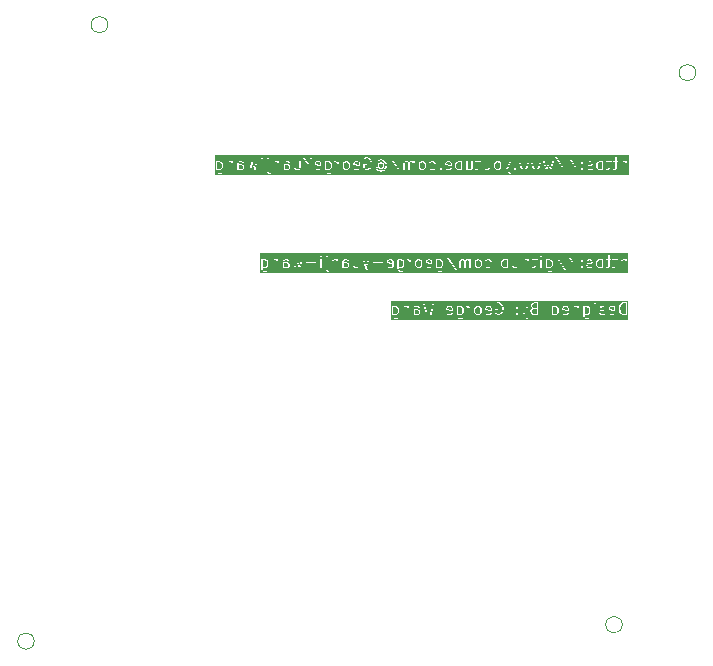
<source format=gbo>
G04 #@! TF.GenerationSoftware,KiCad,Pcbnew,8.0.7*
G04 #@! TF.CreationDate,2025-04-19T00:44:47-07:00*
G04 #@! TF.ProjectId,Hardware,48617264-7761-4726-952e-6b696361645f,rev?*
G04 #@! TF.SameCoordinates,Original*
G04 #@! TF.FileFunction,Legend,Bot*
G04 #@! TF.FilePolarity,Positive*
%FSLAX46Y46*%
G04 Gerber Fmt 4.6, Leading zero omitted, Abs format (unit mm)*
G04 Created by KiCad (PCBNEW 8.0.7) date 2025-04-19 00:44:47*
%MOMM*%
%LPD*%
G01*
G04 APERTURE LIST*
G04 Aperture macros list*
%AMHorizOval*
0 Thick line with rounded ends*
0 $1 width*
0 $2 $3 position (X,Y) of the first rounded end (center of the circle)*
0 $4 $5 position (X,Y) of the second rounded end (center of the circle)*
0 Add line between two ends*
20,1,$1,$2,$3,$4,$5,0*
0 Add two circle primitives to create the rounded ends*
1,1,$1,$2,$3*
1,1,$1,$4,$5*%
%AMRotRect*
0 Rectangle, with rotation*
0 The origin of the aperture is its center*
0 $1 length*
0 $2 width*
0 $3 Rotation angle, in degrees counterclockwise*
0 Add horizontal line*
21,1,$1,$2,0,0,$3*%
G04 Aperture macros list end*
%ADD10C,0.100000*%
%ADD11C,0.120000*%
%ADD12C,4.200000*%
%ADD13C,2.000000*%
%ADD14R,2.000000X2.000000*%
%ADD15RotRect,1.700000X1.700000X135.000000*%
%ADD16HorizOval,1.700000X0.000000X0.000000X0.000000X0.000000X0*%
%ADD17RotRect,1.700000X1.700000X315.000000*%
%ADD18HorizOval,1.700000X0.000000X0.000000X0.000000X0.000000X0*%
%ADD19R,1.700000X1.700000*%
%ADD20O,1.700000X1.700000*%
%ADD21RotRect,1.700000X1.700000X225.000000*%
%ADD22HorizOval,1.700000X0.000000X0.000000X0.000000X0.000000X0*%
%ADD23RotRect,1.700000X1.700000X45.000000*%
%ADD24HorizOval,1.700000X0.000000X0.000000X0.000000X0.000000X0*%
%ADD25C,1.000000*%
G04 APERTURE END LIST*
D10*
G36*
X154308163Y-58144463D02*
G01*
X154344307Y-58180608D01*
X154383019Y-58258031D01*
X154383019Y-58520138D01*
X154344307Y-58597561D01*
X154308161Y-58633708D01*
X154230740Y-58672419D01*
X154063871Y-58672419D01*
X154006829Y-58643898D01*
X154006829Y-58134272D01*
X154063871Y-58105752D01*
X154230740Y-58105752D01*
X154308163Y-58144463D01*
G37*
G36*
X163546258Y-58144463D02*
G01*
X163582402Y-58180608D01*
X163621114Y-58258031D01*
X163621114Y-58520138D01*
X163582402Y-58597561D01*
X163546256Y-58633708D01*
X163468835Y-58672419D01*
X163301966Y-58672419D01*
X163244924Y-58643898D01*
X163244924Y-58134272D01*
X163301966Y-58105752D01*
X163468835Y-58105752D01*
X163546258Y-58144463D01*
G37*
G36*
X186573495Y-58134272D02*
G01*
X186573495Y-58643898D01*
X186516454Y-58672419D01*
X186349585Y-58672419D01*
X186272162Y-58633708D01*
X186236016Y-58597561D01*
X186197305Y-58520139D01*
X186197305Y-58258031D01*
X186236016Y-58180607D01*
X186272161Y-58144463D01*
X186349585Y-58105752D01*
X186516454Y-58105752D01*
X186573495Y-58134272D01*
G37*
G36*
X167974830Y-58239701D02*
G01*
X168010974Y-58275846D01*
X168049686Y-58353269D01*
X168049686Y-58424900D01*
X168010974Y-58502323D01*
X167974830Y-58538468D01*
X167897407Y-58577180D01*
X167825776Y-58577180D01*
X167748352Y-58538468D01*
X167721115Y-58511231D01*
X167721115Y-58266938D01*
X167748352Y-58239701D01*
X167825776Y-58200990D01*
X167897407Y-58200990D01*
X167974830Y-58239701D01*
G37*
G36*
X155839230Y-58386187D02*
G01*
X155841645Y-58386848D01*
X155842457Y-58387660D01*
X155850318Y-58389223D01*
X155858046Y-58391340D01*
X155859134Y-58390977D01*
X155861591Y-58391466D01*
X156087883Y-58391466D01*
X156157656Y-58426352D01*
X156192543Y-58496126D01*
X156192543Y-58567757D01*
X156157656Y-58637532D01*
X156087883Y-58672419D01*
X155873395Y-58672419D01*
X155816353Y-58643898D01*
X155816353Y-58374748D01*
X155839230Y-58386187D01*
G37*
G36*
X159743991Y-58386187D02*
G01*
X159746406Y-58386848D01*
X159747218Y-58387660D01*
X159755079Y-58389223D01*
X159762807Y-58391340D01*
X159763895Y-58390977D01*
X159766352Y-58391466D01*
X159992644Y-58391466D01*
X160062417Y-58426352D01*
X160097304Y-58496126D01*
X160097304Y-58567757D01*
X160062417Y-58637532D01*
X159992644Y-58672419D01*
X159778156Y-58672419D01*
X159721114Y-58643898D01*
X159721114Y-58374748D01*
X159743991Y-58386187D01*
G37*
G36*
X162681465Y-58140638D02*
G01*
X162716352Y-58210412D01*
X162716352Y-58328094D01*
X162340162Y-58252856D01*
X162340162Y-58210412D01*
X162375048Y-58140638D01*
X162444823Y-58105752D01*
X162611692Y-58105752D01*
X162681465Y-58140638D01*
G37*
G36*
X165070068Y-58144463D02*
G01*
X165106212Y-58180608D01*
X165144924Y-58258031D01*
X165144924Y-58520138D01*
X165106212Y-58597561D01*
X165070066Y-58633708D01*
X164992645Y-58672419D01*
X164873395Y-58672419D01*
X164795972Y-58633708D01*
X164759826Y-58597561D01*
X164721115Y-58520139D01*
X164721115Y-58258031D01*
X164759826Y-58180607D01*
X164795971Y-58144463D01*
X164873395Y-58105752D01*
X164992645Y-58105752D01*
X165070068Y-58144463D01*
G37*
G36*
X165967180Y-58140638D02*
G01*
X166002067Y-58210412D01*
X166002067Y-58328094D01*
X165625877Y-58252856D01*
X165625877Y-58210412D01*
X165660763Y-58140638D01*
X165730538Y-58105752D01*
X165897407Y-58105752D01*
X165967180Y-58140638D01*
G37*
G36*
X171498639Y-58144463D02*
G01*
X171534783Y-58180608D01*
X171573495Y-58258031D01*
X171573495Y-58520138D01*
X171534783Y-58597561D01*
X171498637Y-58633708D01*
X171421216Y-58672419D01*
X171301966Y-58672419D01*
X171224543Y-58633708D01*
X171188397Y-58597561D01*
X171149686Y-58520139D01*
X171149686Y-58258031D01*
X171188397Y-58180607D01*
X171224542Y-58144463D01*
X171301966Y-58105752D01*
X171421216Y-58105752D01*
X171498639Y-58144463D01*
G37*
G36*
X173729084Y-58140638D02*
G01*
X173763971Y-58210412D01*
X173763971Y-58328094D01*
X173387781Y-58252856D01*
X173387781Y-58210412D01*
X173422667Y-58140638D01*
X173492442Y-58105752D01*
X173659311Y-58105752D01*
X173729084Y-58140638D01*
G37*
G36*
X174621114Y-58134272D02*
G01*
X174621114Y-58643898D01*
X174564073Y-58672419D01*
X174397204Y-58672419D01*
X174319781Y-58633708D01*
X174283635Y-58597561D01*
X174244924Y-58520139D01*
X174244924Y-58258031D01*
X174283635Y-58180607D01*
X174319780Y-58144463D01*
X174397204Y-58105752D01*
X174564073Y-58105752D01*
X174621114Y-58134272D01*
G37*
G36*
X177879592Y-58144463D02*
G01*
X177915736Y-58180608D01*
X177954448Y-58258031D01*
X177954448Y-58520138D01*
X177915736Y-58597561D01*
X177879590Y-58633708D01*
X177802169Y-58672419D01*
X177682919Y-58672419D01*
X177605496Y-58633708D01*
X177569350Y-58597561D01*
X177530639Y-58520139D01*
X177530639Y-58258031D01*
X177569350Y-58180607D01*
X177605495Y-58144463D01*
X177682919Y-58105752D01*
X177802169Y-58105752D01*
X177879592Y-58144463D01*
G37*
G36*
X188832226Y-59216863D02*
G01*
X153795718Y-59216863D01*
X153795718Y-58055752D01*
X153906829Y-58055752D01*
X153906829Y-58865276D01*
X153907317Y-58867732D01*
X153906955Y-58868821D01*
X153909071Y-58876548D01*
X153910635Y-58884410D01*
X153911446Y-58885221D01*
X153912108Y-58887637D01*
X153959726Y-58982874D01*
X153964641Y-58989207D01*
X153969093Y-58995869D01*
X154016711Y-59043488D01*
X154023377Y-59047942D01*
X154029706Y-59052854D01*
X154124944Y-59100473D01*
X154127359Y-59101134D01*
X154128171Y-59101946D01*
X154136032Y-59103509D01*
X154143760Y-59105626D01*
X154144848Y-59105263D01*
X154147305Y-59105752D01*
X154290162Y-59105752D01*
X154292618Y-59105263D01*
X154293707Y-59105626D01*
X154301434Y-59103509D01*
X154309296Y-59101946D01*
X154310107Y-59101134D01*
X154312523Y-59100473D01*
X154407760Y-59052855D01*
X154423172Y-59040893D01*
X154435274Y-59004589D01*
X154418160Y-58970361D01*
X154381855Y-58958259D01*
X154363039Y-58963412D01*
X154278359Y-59005752D01*
X154159109Y-59005752D01*
X154081685Y-58967040D01*
X154045540Y-58930896D01*
X154006829Y-58853473D01*
X154006829Y-58755701D01*
X154029706Y-58767140D01*
X154032121Y-58767801D01*
X154032933Y-58768613D01*
X154040794Y-58770176D01*
X154048522Y-58772293D01*
X154049610Y-58771930D01*
X154052067Y-58772419D01*
X154242543Y-58772419D01*
X154244999Y-58771930D01*
X154246088Y-58772293D01*
X154253815Y-58770176D01*
X154261677Y-58768613D01*
X154262488Y-58767801D01*
X154264904Y-58767140D01*
X154360141Y-58719522D01*
X154366468Y-58714611D01*
X154373137Y-58710155D01*
X154420756Y-58662535D01*
X154425209Y-58655869D01*
X154430121Y-58649541D01*
X154477740Y-58554303D01*
X154478401Y-58551887D01*
X154479213Y-58551076D01*
X154480776Y-58543214D01*
X154482893Y-58535487D01*
X154482530Y-58534398D01*
X154483019Y-58531942D01*
X154483019Y-58246228D01*
X154482530Y-58243771D01*
X154482893Y-58242683D01*
X154480776Y-58234955D01*
X154479213Y-58227094D01*
X154478401Y-58226282D01*
X154477740Y-58223867D01*
X154465111Y-58198609D01*
X154811591Y-58198609D01*
X154811591Y-58722419D01*
X154815397Y-58741553D01*
X154842457Y-58768613D01*
X154880725Y-58768613D01*
X154907785Y-58741553D01*
X154911591Y-58722419D01*
X154911591Y-58210412D01*
X154946477Y-58140638D01*
X155016252Y-58105752D01*
X155135502Y-58105752D01*
X155212925Y-58144463D01*
X155240162Y-58171700D01*
X155240162Y-58722419D01*
X155243968Y-58741553D01*
X155271028Y-58768613D01*
X155309296Y-58768613D01*
X155336356Y-58741553D01*
X155340162Y-58722419D01*
X155340162Y-58198609D01*
X155716353Y-58198609D01*
X155716353Y-58722419D01*
X155720159Y-58741553D01*
X155747219Y-58768613D01*
X155785487Y-58768613D01*
X155804383Y-58749716D01*
X155839230Y-58767140D01*
X155841645Y-58767801D01*
X155842457Y-58768613D01*
X155850318Y-58770176D01*
X155858046Y-58772293D01*
X155859134Y-58771930D01*
X155861591Y-58772419D01*
X156099686Y-58772419D01*
X156102142Y-58771930D01*
X156103231Y-58772293D01*
X156110958Y-58770176D01*
X156118820Y-58768613D01*
X156119631Y-58767801D01*
X156122047Y-58767140D01*
X156217284Y-58719522D01*
X156225150Y-58713416D01*
X156227684Y-58712572D01*
X156229873Y-58709750D01*
X156232696Y-58707560D01*
X156233541Y-58705025D01*
X156239645Y-58697160D01*
X156287264Y-58601922D01*
X156287925Y-58599506D01*
X156288737Y-58598695D01*
X156290300Y-58590833D01*
X156292417Y-58583106D01*
X156292054Y-58582017D01*
X156292543Y-58579561D01*
X156292543Y-58484323D01*
X156292054Y-58481866D01*
X156292417Y-58480778D01*
X156290300Y-58473050D01*
X156288737Y-58465189D01*
X156287925Y-58464377D01*
X156287264Y-58461962D01*
X156239645Y-58366724D01*
X156233540Y-58358858D01*
X156232696Y-58356325D01*
X156229875Y-58354135D01*
X156227684Y-58351312D01*
X156225148Y-58350466D01*
X156217284Y-58344363D01*
X156122047Y-58296745D01*
X156119631Y-58296083D01*
X156118820Y-58295272D01*
X156110958Y-58293708D01*
X156103231Y-58291592D01*
X156102142Y-58291954D01*
X156099686Y-58291466D01*
X155873395Y-58291466D01*
X155816353Y-58262945D01*
X155816353Y-58210412D01*
X155851239Y-58140638D01*
X155921014Y-58105752D01*
X156087883Y-58105752D01*
X156172563Y-58148092D01*
X156191379Y-58153245D01*
X156227684Y-58141143D01*
X156244798Y-58106915D01*
X156232696Y-58070611D01*
X156217284Y-58058649D01*
X156122047Y-58011031D01*
X156119631Y-58010369D01*
X156118820Y-58009558D01*
X156110958Y-58007994D01*
X156103231Y-58005878D01*
X156102142Y-58006240D01*
X156099686Y-58005752D01*
X155909210Y-58005752D01*
X155906753Y-58006240D01*
X155905665Y-58005878D01*
X155897937Y-58007994D01*
X155890076Y-58009558D01*
X155889264Y-58010369D01*
X155886849Y-58011031D01*
X155791611Y-58058650D01*
X155783745Y-58064754D01*
X155781212Y-58065599D01*
X155779022Y-58068419D01*
X155776199Y-58070611D01*
X155775353Y-58073146D01*
X155769250Y-58081011D01*
X155721632Y-58176248D01*
X155720970Y-58178663D01*
X155720159Y-58179475D01*
X155718595Y-58187336D01*
X155716479Y-58195064D01*
X155716841Y-58196152D01*
X155716353Y-58198609D01*
X155340162Y-58198609D01*
X155340162Y-58055752D01*
X155336356Y-58036618D01*
X155309296Y-58009558D01*
X155271028Y-58009558D01*
X155243968Y-58036618D01*
X155241875Y-58047135D01*
X155169666Y-58011031D01*
X155167250Y-58010369D01*
X155166439Y-58009558D01*
X155158577Y-58007994D01*
X155150850Y-58005878D01*
X155149761Y-58006240D01*
X155147305Y-58005752D01*
X155004448Y-58005752D01*
X155001991Y-58006240D01*
X155000903Y-58005878D01*
X154993175Y-58007994D01*
X154985314Y-58009558D01*
X154984502Y-58010369D01*
X154982087Y-58011031D01*
X154886849Y-58058650D01*
X154878983Y-58064754D01*
X154876450Y-58065599D01*
X154874260Y-58068419D01*
X154871437Y-58070611D01*
X154870591Y-58073146D01*
X154864488Y-58081011D01*
X154816870Y-58176248D01*
X154816208Y-58178663D01*
X154815397Y-58179475D01*
X154813833Y-58187336D01*
X154811717Y-58195064D01*
X154812079Y-58196152D01*
X154811591Y-58198609D01*
X154465111Y-58198609D01*
X154430121Y-58128629D01*
X154425209Y-58122300D01*
X154420755Y-58115634D01*
X154373136Y-58068016D01*
X154366474Y-58063564D01*
X154360141Y-58058649D01*
X154264904Y-58011031D01*
X154262488Y-58010369D01*
X154261677Y-58009558D01*
X154253815Y-58007994D01*
X154246088Y-58005878D01*
X154244999Y-58006240D01*
X154242543Y-58005752D01*
X154052067Y-58005752D01*
X154049610Y-58006240D01*
X154048522Y-58005878D01*
X154040794Y-58007994D01*
X154032933Y-58009558D01*
X154032121Y-58010369D01*
X154029706Y-58011031D01*
X153994859Y-58028454D01*
X153975963Y-58009558D01*
X153937695Y-58009558D01*
X153910635Y-58036618D01*
X153906829Y-58055752D01*
X153795718Y-58055752D01*
X153795718Y-57714505D01*
X156526507Y-57714505D01*
X156527237Y-57734000D01*
X156765332Y-58734000D01*
X156773466Y-58751732D01*
X156779835Y-58755651D01*
X156783582Y-58762123D01*
X156795527Y-58765308D01*
X156806058Y-58771789D01*
X156813333Y-58770056D01*
X156820557Y-58771983D01*
X156831255Y-58765789D01*
X156843285Y-58762925D01*
X156847204Y-58756555D01*
X156853676Y-58752809D01*
X156862284Y-58735302D01*
X157004448Y-58202186D01*
X157146612Y-58735302D01*
X157155220Y-58752810D01*
X157161692Y-58756557D01*
X157165611Y-58762925D01*
X157177637Y-58765788D01*
X157188339Y-58771984D01*
X157195564Y-58770057D01*
X157202838Y-58771789D01*
X157213367Y-58765308D01*
X157225314Y-58762123D01*
X157229060Y-58755651D01*
X157235430Y-58751732D01*
X157243564Y-58734000D01*
X157405051Y-58055752D01*
X157763971Y-58055752D01*
X157763971Y-58722419D01*
X157767777Y-58741553D01*
X157794837Y-58768613D01*
X157833105Y-58768613D01*
X157860165Y-58741553D01*
X157863971Y-58722419D01*
X157863971Y-58055752D01*
X158240161Y-58055752D01*
X158240161Y-58912895D01*
X158240649Y-58915351D01*
X158240287Y-58916440D01*
X158242403Y-58924167D01*
X158243967Y-58932029D01*
X158244778Y-58932840D01*
X158245440Y-58935256D01*
X158293058Y-59030493D01*
X158299161Y-59038357D01*
X158300007Y-59040893D01*
X158302830Y-59043084D01*
X158305020Y-59045905D01*
X158307553Y-59046749D01*
X158315419Y-59052854D01*
X158410657Y-59100473D01*
X158413072Y-59101134D01*
X158413884Y-59101946D01*
X158421745Y-59103509D01*
X158429473Y-59105626D01*
X158430561Y-59105263D01*
X158433018Y-59105752D01*
X158480637Y-59105752D01*
X158499771Y-59101946D01*
X158526831Y-59074886D01*
X158526831Y-59036618D01*
X158499771Y-59009558D01*
X158480637Y-59005752D01*
X158444822Y-59005752D01*
X158375047Y-58970865D01*
X158340161Y-58901092D01*
X158340161Y-58198609D01*
X158716352Y-58198609D01*
X158716352Y-58722419D01*
X158720158Y-58741553D01*
X158747218Y-58768613D01*
X158785486Y-58768613D01*
X158812546Y-58741553D01*
X158816352Y-58722419D01*
X158816352Y-58210412D01*
X158851238Y-58140638D01*
X158921013Y-58105752D01*
X159040263Y-58105752D01*
X159117686Y-58144463D01*
X159144923Y-58171700D01*
X159144923Y-58722419D01*
X159148729Y-58741553D01*
X159175789Y-58768613D01*
X159214057Y-58768613D01*
X159241117Y-58741553D01*
X159244923Y-58722419D01*
X159244923Y-58198609D01*
X159621114Y-58198609D01*
X159621114Y-58722419D01*
X159624920Y-58741553D01*
X159651980Y-58768613D01*
X159690248Y-58768613D01*
X159709144Y-58749716D01*
X159743991Y-58767140D01*
X159746406Y-58767801D01*
X159747218Y-58768613D01*
X159755079Y-58770176D01*
X159762807Y-58772293D01*
X159763895Y-58771930D01*
X159766352Y-58772419D01*
X160004447Y-58772419D01*
X160006903Y-58771930D01*
X160007992Y-58772293D01*
X160015719Y-58770176D01*
X160023581Y-58768613D01*
X160024392Y-58767801D01*
X160026808Y-58767140D01*
X160122045Y-58719522D01*
X160129911Y-58713416D01*
X160132445Y-58712572D01*
X160134634Y-58709750D01*
X160137457Y-58707560D01*
X160138302Y-58705025D01*
X160144406Y-58697160D01*
X160192025Y-58601922D01*
X160192686Y-58599506D01*
X160193498Y-58598695D01*
X160195061Y-58590833D01*
X160197178Y-58583106D01*
X160196815Y-58582017D01*
X160197304Y-58579561D01*
X160197304Y-58484323D01*
X160196815Y-58481866D01*
X160197178Y-58480778D01*
X160195061Y-58473050D01*
X160193498Y-58465189D01*
X160192686Y-58464377D01*
X160192025Y-58461962D01*
X160144406Y-58366724D01*
X160138301Y-58358858D01*
X160137457Y-58356325D01*
X160134636Y-58354135D01*
X160132445Y-58351312D01*
X160129909Y-58350466D01*
X160122045Y-58344363D01*
X160026808Y-58296745D01*
X160024392Y-58296083D01*
X160023581Y-58295272D01*
X160015719Y-58293708D01*
X160007992Y-58291592D01*
X160006903Y-58291954D01*
X160004447Y-58291466D01*
X159778156Y-58291466D01*
X159721114Y-58262945D01*
X159721114Y-58210412D01*
X159756000Y-58140638D01*
X159825775Y-58105752D01*
X159992644Y-58105752D01*
X160077324Y-58148092D01*
X160096140Y-58153245D01*
X160132445Y-58141143D01*
X160149559Y-58106915D01*
X160137457Y-58070611D01*
X160122045Y-58058649D01*
X160116251Y-58055752D01*
X160525876Y-58055752D01*
X160525876Y-58722419D01*
X160529682Y-58741553D01*
X160556742Y-58768613D01*
X160595010Y-58768613D01*
X160622070Y-58741553D01*
X160624162Y-58731035D01*
X160696372Y-58767140D01*
X160698787Y-58767801D01*
X160699599Y-58768613D01*
X160707460Y-58770176D01*
X160715188Y-58772293D01*
X160716276Y-58771930D01*
X160718733Y-58772419D01*
X160861590Y-58772419D01*
X160864046Y-58771930D01*
X160865135Y-58772293D01*
X160872862Y-58770176D01*
X160880724Y-58768613D01*
X160881535Y-58767801D01*
X160883951Y-58767140D01*
X160979188Y-58719522D01*
X160987054Y-58713416D01*
X160989588Y-58712572D01*
X160991777Y-58709750D01*
X160994600Y-58707560D01*
X160995445Y-58705025D01*
X161001549Y-58697160D01*
X161049168Y-58601922D01*
X161049829Y-58599506D01*
X161050641Y-58598695D01*
X161052204Y-58590833D01*
X161054321Y-58583106D01*
X161053958Y-58582017D01*
X161054447Y-58579561D01*
X161054447Y-58055752D01*
X161050641Y-58036618D01*
X161023581Y-58009558D01*
X160985313Y-58009558D01*
X160958253Y-58036618D01*
X160954447Y-58055752D01*
X160954447Y-58567757D01*
X160919560Y-58637532D01*
X160849787Y-58672419D01*
X160730537Y-58672419D01*
X160653114Y-58633708D01*
X160625876Y-58606469D01*
X160625876Y-58055752D01*
X160622070Y-58036618D01*
X160595010Y-58009558D01*
X160556742Y-58009558D01*
X160529682Y-58036618D01*
X160525876Y-58055752D01*
X160116251Y-58055752D01*
X160026808Y-58011031D01*
X160024392Y-58010369D01*
X160023581Y-58009558D01*
X160015719Y-58007994D01*
X160007992Y-58005878D01*
X160006903Y-58006240D01*
X160004447Y-58005752D01*
X159813971Y-58005752D01*
X159811514Y-58006240D01*
X159810426Y-58005878D01*
X159802698Y-58007994D01*
X159794837Y-58009558D01*
X159794025Y-58010369D01*
X159791610Y-58011031D01*
X159696372Y-58058650D01*
X159688506Y-58064754D01*
X159685973Y-58065599D01*
X159683783Y-58068419D01*
X159680960Y-58070611D01*
X159680114Y-58073146D01*
X159674011Y-58081011D01*
X159626393Y-58176248D01*
X159625731Y-58178663D01*
X159624920Y-58179475D01*
X159623356Y-58187336D01*
X159621240Y-58195064D01*
X159621602Y-58196152D01*
X159621114Y-58198609D01*
X159244923Y-58198609D01*
X159244923Y-58055752D01*
X159241117Y-58036618D01*
X159214057Y-58009558D01*
X159175789Y-58009558D01*
X159148729Y-58036618D01*
X159146636Y-58047135D01*
X159074427Y-58011031D01*
X159072011Y-58010369D01*
X159071200Y-58009558D01*
X159063338Y-58007994D01*
X159055611Y-58005878D01*
X159054522Y-58006240D01*
X159052066Y-58005752D01*
X158909209Y-58005752D01*
X158906752Y-58006240D01*
X158905664Y-58005878D01*
X158897936Y-58007994D01*
X158890075Y-58009558D01*
X158889263Y-58010369D01*
X158886848Y-58011031D01*
X158791610Y-58058650D01*
X158783744Y-58064754D01*
X158781211Y-58065599D01*
X158779021Y-58068419D01*
X158776198Y-58070611D01*
X158775352Y-58073146D01*
X158769249Y-58081011D01*
X158721631Y-58176248D01*
X158720969Y-58178663D01*
X158720158Y-58179475D01*
X158718594Y-58187336D01*
X158716478Y-58195064D01*
X158716840Y-58196152D01*
X158716352Y-58198609D01*
X158340161Y-58198609D01*
X158340161Y-58055752D01*
X158336355Y-58036618D01*
X158309295Y-58009558D01*
X158271027Y-58009558D01*
X158243967Y-58036618D01*
X158240161Y-58055752D01*
X157863971Y-58055752D01*
X157860165Y-58036618D01*
X157833105Y-58009558D01*
X157794837Y-58009558D01*
X157767777Y-58036618D01*
X157763971Y-58055752D01*
X157405051Y-58055752D01*
X157477634Y-57750904D01*
X157720158Y-57750904D01*
X157720158Y-57789172D01*
X157730997Y-57805393D01*
X157778615Y-57853012D01*
X157794836Y-57863851D01*
X157794837Y-57863851D01*
X157833105Y-57863851D01*
X157849326Y-57853012D01*
X157896945Y-57805394D01*
X157907784Y-57789173D01*
X157907784Y-57750904D01*
X158196348Y-57750904D01*
X158196348Y-57789172D01*
X158207187Y-57805393D01*
X158254805Y-57853012D01*
X158271026Y-57863851D01*
X158271027Y-57863851D01*
X158309295Y-57863851D01*
X158325516Y-57853012D01*
X158373135Y-57805394D01*
X158383974Y-57789173D01*
X158383974Y-57750904D01*
X158383974Y-57750903D01*
X158373135Y-57734682D01*
X158369530Y-57731077D01*
X161288536Y-57731077D01*
X161295598Y-57749263D01*
X161621114Y-58260788D01*
X161621114Y-58722419D01*
X161624920Y-58741553D01*
X161651980Y-58768613D01*
X161690248Y-58768613D01*
X161717308Y-58741553D01*
X161721114Y-58722419D01*
X161721114Y-58260788D01*
X161760682Y-58198609D01*
X162240162Y-58198609D01*
X162240162Y-58293847D01*
X162241603Y-58301095D01*
X162241113Y-58303550D01*
X162242508Y-58305643D01*
X162243968Y-58312981D01*
X162254264Y-58323277D01*
X162262340Y-58335391D01*
X162269248Y-58338261D01*
X162271028Y-58340041D01*
X162273532Y-58340041D01*
X162280356Y-58342876D01*
X162716352Y-58430075D01*
X162716352Y-58567757D01*
X162681465Y-58637532D01*
X162611692Y-58672419D01*
X162444823Y-58672419D01*
X162360142Y-58630079D01*
X162341326Y-58624926D01*
X162305021Y-58637027D01*
X162287907Y-58671255D01*
X162300008Y-58707560D01*
X162315420Y-58719521D01*
X162410658Y-58767140D01*
X162413073Y-58767801D01*
X162413885Y-58768613D01*
X162421746Y-58770176D01*
X162429474Y-58772293D01*
X162430562Y-58771930D01*
X162433019Y-58772419D01*
X162623495Y-58772419D01*
X162625951Y-58771930D01*
X162627040Y-58772293D01*
X162634767Y-58770176D01*
X162642629Y-58768613D01*
X162643440Y-58767801D01*
X162645856Y-58767140D01*
X162741093Y-58719522D01*
X162748959Y-58713416D01*
X162751493Y-58712572D01*
X162753682Y-58709750D01*
X162756505Y-58707560D01*
X162757350Y-58705025D01*
X162763454Y-58697160D01*
X162811073Y-58601922D01*
X162811734Y-58599506D01*
X162812546Y-58598695D01*
X162814109Y-58590833D01*
X162816226Y-58583106D01*
X162815863Y-58582017D01*
X162816352Y-58579561D01*
X162816352Y-58198609D01*
X162815863Y-58196152D01*
X162816226Y-58195064D01*
X162814109Y-58187336D01*
X162812546Y-58179475D01*
X162811734Y-58178663D01*
X162811073Y-58176248D01*
X162763454Y-58081010D01*
X162757349Y-58073144D01*
X162756505Y-58070611D01*
X162753684Y-58068421D01*
X162751493Y-58065598D01*
X162748957Y-58064752D01*
X162741093Y-58058649D01*
X162735299Y-58055752D01*
X163144924Y-58055752D01*
X163144924Y-58865276D01*
X163145412Y-58867732D01*
X163145050Y-58868821D01*
X163147166Y-58876548D01*
X163148730Y-58884410D01*
X163149541Y-58885221D01*
X163150203Y-58887637D01*
X163197821Y-58982874D01*
X163202736Y-58989207D01*
X163207188Y-58995869D01*
X163254806Y-59043488D01*
X163261472Y-59047942D01*
X163267801Y-59052854D01*
X163363039Y-59100473D01*
X163365454Y-59101134D01*
X163366266Y-59101946D01*
X163374127Y-59103509D01*
X163381855Y-59105626D01*
X163382943Y-59105263D01*
X163385400Y-59105752D01*
X163528257Y-59105752D01*
X163530713Y-59105263D01*
X163531802Y-59105626D01*
X163539529Y-59103509D01*
X163547391Y-59101946D01*
X163548202Y-59101134D01*
X163550618Y-59100473D01*
X163645855Y-59052855D01*
X163661267Y-59040893D01*
X163673369Y-59004589D01*
X163656255Y-58970361D01*
X163619950Y-58958259D01*
X163601134Y-58963412D01*
X163516454Y-59005752D01*
X163397204Y-59005752D01*
X163319780Y-58967040D01*
X163283635Y-58930896D01*
X163244924Y-58853473D01*
X163244924Y-58755701D01*
X163267801Y-58767140D01*
X163270216Y-58767801D01*
X163271028Y-58768613D01*
X163278889Y-58770176D01*
X163286617Y-58772293D01*
X163287705Y-58771930D01*
X163290162Y-58772419D01*
X163480638Y-58772419D01*
X163483094Y-58771930D01*
X163484183Y-58772293D01*
X163491910Y-58770176D01*
X163499772Y-58768613D01*
X163500583Y-58767801D01*
X163502999Y-58767140D01*
X163598236Y-58719522D01*
X163604563Y-58714611D01*
X163611232Y-58710155D01*
X163658851Y-58662535D01*
X163663304Y-58655869D01*
X163668216Y-58649541D01*
X163715835Y-58554303D01*
X163716496Y-58551887D01*
X163717308Y-58551076D01*
X163718871Y-58543214D01*
X163720988Y-58535487D01*
X163720625Y-58534398D01*
X163721114Y-58531942D01*
X163721114Y-58246228D01*
X163720625Y-58243771D01*
X163720988Y-58242683D01*
X163718871Y-58234955D01*
X163717308Y-58227094D01*
X163716496Y-58226282D01*
X163715835Y-58223867D01*
X163668216Y-58128629D01*
X163663304Y-58122300D01*
X163658850Y-58115634D01*
X163611231Y-58068016D01*
X163604569Y-58063564D01*
X163598236Y-58058649D01*
X163554174Y-58036618D01*
X163910635Y-58036618D01*
X163910635Y-58074886D01*
X163937695Y-58101946D01*
X163956829Y-58105752D01*
X164040264Y-58105752D01*
X164117687Y-58144463D01*
X164153831Y-58180608D01*
X164192543Y-58258031D01*
X164192543Y-58722419D01*
X164196349Y-58741553D01*
X164223409Y-58768613D01*
X164261677Y-58768613D01*
X164288737Y-58741553D01*
X164292543Y-58722419D01*
X164292543Y-58246228D01*
X164621115Y-58246228D01*
X164621115Y-58531942D01*
X164621603Y-58534398D01*
X164621241Y-58535487D01*
X164623357Y-58543214D01*
X164624921Y-58551076D01*
X164625732Y-58551887D01*
X164626394Y-58554303D01*
X164674012Y-58649540D01*
X164678923Y-58655868D01*
X164683378Y-58662535D01*
X164730997Y-58710155D01*
X164737663Y-58714609D01*
X164743992Y-58719521D01*
X164839230Y-58767140D01*
X164841645Y-58767801D01*
X164842457Y-58768613D01*
X164850318Y-58770176D01*
X164858046Y-58772293D01*
X164859134Y-58771930D01*
X164861591Y-58772419D01*
X165004448Y-58772419D01*
X165006904Y-58771930D01*
X165007993Y-58772293D01*
X165015720Y-58770176D01*
X165023582Y-58768613D01*
X165024393Y-58767801D01*
X165026809Y-58767140D01*
X165122046Y-58719522D01*
X165128373Y-58714611D01*
X165135042Y-58710155D01*
X165182661Y-58662535D01*
X165187114Y-58655869D01*
X165192026Y-58649541D01*
X165239645Y-58554303D01*
X165240306Y-58551887D01*
X165241118Y-58551076D01*
X165242681Y-58543214D01*
X165244798Y-58535487D01*
X165244435Y-58534398D01*
X165244924Y-58531942D01*
X165244924Y-58246228D01*
X165244435Y-58243771D01*
X165244798Y-58242683D01*
X165242681Y-58234955D01*
X165241118Y-58227094D01*
X165240306Y-58226282D01*
X165239645Y-58223867D01*
X165227016Y-58198609D01*
X165525877Y-58198609D01*
X165525877Y-58293847D01*
X165527318Y-58301095D01*
X165526828Y-58303550D01*
X165528223Y-58305643D01*
X165529683Y-58312981D01*
X165539979Y-58323277D01*
X165548055Y-58335391D01*
X165554963Y-58338261D01*
X165556743Y-58340041D01*
X165559247Y-58340041D01*
X165566071Y-58342876D01*
X166002067Y-58430075D01*
X166002067Y-58567757D01*
X165967180Y-58637532D01*
X165897407Y-58672419D01*
X165730538Y-58672419D01*
X165645857Y-58630079D01*
X165627041Y-58624926D01*
X165590736Y-58637027D01*
X165573622Y-58671255D01*
X165585723Y-58707560D01*
X165601135Y-58719521D01*
X165696373Y-58767140D01*
X165698788Y-58767801D01*
X165699600Y-58768613D01*
X165707461Y-58770176D01*
X165715189Y-58772293D01*
X165716277Y-58771930D01*
X165718734Y-58772419D01*
X165909210Y-58772419D01*
X165911666Y-58771930D01*
X165912755Y-58772293D01*
X165920482Y-58770176D01*
X165928344Y-58768613D01*
X165929155Y-58767801D01*
X165931571Y-58767140D01*
X166026808Y-58719522D01*
X166034674Y-58713416D01*
X166037208Y-58712572D01*
X166039397Y-58709750D01*
X166042220Y-58707560D01*
X166043065Y-58705025D01*
X166049169Y-58697160D01*
X166096788Y-58601922D01*
X166097449Y-58599506D01*
X166098261Y-58598695D01*
X166099824Y-58590833D01*
X166101941Y-58583106D01*
X166101578Y-58582017D01*
X166102067Y-58579561D01*
X166102067Y-58293847D01*
X166383020Y-58293847D01*
X166383020Y-58627180D01*
X166386826Y-58646314D01*
X166397664Y-58662535D01*
X166445283Y-58710155D01*
X166447365Y-58711546D01*
X166447879Y-58712573D01*
X166454837Y-58716539D01*
X166461504Y-58720994D01*
X166462653Y-58720994D01*
X166464828Y-58722234D01*
X166607684Y-58769853D01*
X166615634Y-58770855D01*
X166623496Y-58772419D01*
X166718734Y-58772419D01*
X166726596Y-58770855D01*
X166734545Y-58769853D01*
X166877402Y-58722234D01*
X166879577Y-58720994D01*
X166880726Y-58720994D01*
X166887396Y-58716536D01*
X166894350Y-58712573D01*
X166894862Y-58711547D01*
X166896947Y-58710155D01*
X166992185Y-58614916D01*
X166996638Y-58608250D01*
X167001550Y-58601922D01*
X167049169Y-58506684D01*
X167050615Y-58501402D01*
X167052955Y-58496450D01*
X167100574Y-58305974D01*
X167100871Y-58299856D01*
X167102067Y-58293847D01*
X167102067Y-58198609D01*
X167383019Y-58198609D01*
X167383019Y-58436704D01*
X167383507Y-58439160D01*
X167383145Y-58440249D01*
X167385261Y-58447976D01*
X167386825Y-58455838D01*
X167387636Y-58456649D01*
X167388298Y-58459065D01*
X167435916Y-58554302D01*
X167442021Y-58562168D01*
X167442866Y-58564702D01*
X167445687Y-58566891D01*
X167447878Y-58569714D01*
X167450412Y-58570559D01*
X167458278Y-58576663D01*
X167553516Y-58624282D01*
X167555931Y-58624943D01*
X167556743Y-58625755D01*
X167564604Y-58627318D01*
X167572332Y-58629435D01*
X167573420Y-58629072D01*
X167575877Y-58629561D01*
X167623496Y-58629561D01*
X167642630Y-58625755D01*
X167658851Y-58614916D01*
X167671114Y-58602652D01*
X167683378Y-58614916D01*
X167690044Y-58619370D01*
X167696373Y-58624282D01*
X167791611Y-58671901D01*
X167794026Y-58672562D01*
X167794838Y-58673374D01*
X167802699Y-58674937D01*
X167810427Y-58677054D01*
X167811515Y-58676691D01*
X167813972Y-58677180D01*
X167909210Y-58677180D01*
X167911666Y-58676691D01*
X167912755Y-58677054D01*
X167920482Y-58674937D01*
X167928344Y-58673374D01*
X167929155Y-58672562D01*
X167931571Y-58671901D01*
X168026808Y-58624283D01*
X168033141Y-58619367D01*
X168039803Y-58614916D01*
X168087422Y-58567298D01*
X168091876Y-58560631D01*
X168096788Y-58554303D01*
X168144407Y-58459065D01*
X168145068Y-58456649D01*
X168145880Y-58455838D01*
X168147443Y-58447976D01*
X168149560Y-58440249D01*
X168149197Y-58439160D01*
X168149686Y-58436704D01*
X168149686Y-58341466D01*
X168149197Y-58339009D01*
X168149560Y-58337921D01*
X168147443Y-58330193D01*
X168145880Y-58322332D01*
X168145068Y-58321520D01*
X168144407Y-58319105D01*
X168096788Y-58223867D01*
X168091876Y-58217538D01*
X168087422Y-58210872D01*
X168039803Y-58163254D01*
X168033141Y-58158802D01*
X168026808Y-58153887D01*
X167931571Y-58106269D01*
X167929155Y-58105607D01*
X167928344Y-58104796D01*
X167920482Y-58103232D01*
X167912755Y-58101116D01*
X167911666Y-58101478D01*
X167909210Y-58100990D01*
X167813972Y-58100990D01*
X167811515Y-58101478D01*
X167810427Y-58101116D01*
X167802699Y-58103232D01*
X167794838Y-58104796D01*
X167794026Y-58105607D01*
X167791611Y-58106269D01*
X167719401Y-58142373D01*
X167717309Y-58131856D01*
X167690249Y-58104796D01*
X167651981Y-58104796D01*
X167624921Y-58131856D01*
X167621115Y-58150990D01*
X167621115Y-58511231D01*
X167602786Y-58529561D01*
X167587681Y-58529561D01*
X167517905Y-58494674D01*
X167483019Y-58424901D01*
X167483019Y-58213747D01*
X167564311Y-58091808D01*
X167691642Y-58006920D01*
X167861591Y-57964433D01*
X168031536Y-58006920D01*
X168158868Y-58091807D01*
X168243755Y-58219136D01*
X168286242Y-58389085D01*
X168243755Y-58559033D01*
X168158868Y-58686363D01*
X168031536Y-58771250D01*
X167861591Y-58813737D01*
X167691642Y-58771250D01*
X167555993Y-58680816D01*
X167537961Y-58673370D01*
X167500436Y-58680875D01*
X167479209Y-58712716D01*
X167486714Y-58750241D01*
X167500523Y-58764022D01*
X167643380Y-58859260D01*
X167651280Y-58862522D01*
X167658988Y-58866164D01*
X167849464Y-58913783D01*
X167852933Y-58913951D01*
X167854232Y-58914731D01*
X167861591Y-58914372D01*
X167868950Y-58914731D01*
X167870248Y-58913951D01*
X167873718Y-58913783D01*
X168064194Y-58866164D01*
X168071909Y-58862519D01*
X168079802Y-58859260D01*
X168222659Y-58764021D01*
X168222709Y-58763970D01*
X168222746Y-58763963D01*
X168229720Y-58756974D01*
X168236468Y-58750241D01*
X168236474Y-58750206D01*
X168236527Y-58750154D01*
X168331765Y-58607296D01*
X168335027Y-58599395D01*
X168338669Y-58591688D01*
X168386288Y-58401212D01*
X168386456Y-58397742D01*
X168387236Y-58396444D01*
X168386877Y-58389085D01*
X168387236Y-58381726D01*
X168386456Y-58380427D01*
X168386288Y-58376958D01*
X168338669Y-58186482D01*
X168335027Y-58178774D01*
X168331765Y-58170874D01*
X168236527Y-58028017D01*
X168236474Y-58027964D01*
X168236468Y-58027930D01*
X168229720Y-58021196D01*
X168222746Y-58014208D01*
X168222709Y-58014200D01*
X168222659Y-58014150D01*
X168079802Y-57918911D01*
X168071909Y-57915651D01*
X168064194Y-57912007D01*
X167873718Y-57864388D01*
X167870248Y-57864219D01*
X167868950Y-57863440D01*
X167861591Y-57863798D01*
X167854232Y-57863440D01*
X167852933Y-57864219D01*
X167849464Y-57864388D01*
X167658988Y-57912007D01*
X167651280Y-57915648D01*
X167643380Y-57918911D01*
X167500523Y-58014149D01*
X167500470Y-58014201D01*
X167500436Y-58014208D01*
X167493642Y-58021016D01*
X167486714Y-58027930D01*
X167486707Y-58027964D01*
X167486655Y-58028017D01*
X167391417Y-58170874D01*
X167388596Y-58177703D01*
X167386825Y-58179475D01*
X167385859Y-58184331D01*
X167383970Y-58188905D01*
X167384460Y-58191359D01*
X167383019Y-58198609D01*
X167102067Y-58198609D01*
X167102067Y-58150990D01*
X167100871Y-58144980D01*
X167100574Y-58138863D01*
X167052955Y-57948387D01*
X167050615Y-57943434D01*
X167049169Y-57938153D01*
X167001550Y-57842915D01*
X166996634Y-57836580D01*
X166992184Y-57829921D01*
X166896946Y-57734683D01*
X166894863Y-57733291D01*
X166894350Y-57732265D01*
X166887389Y-57728297D01*
X166880725Y-57723844D01*
X166879577Y-57723844D01*
X166877402Y-57722604D01*
X166763099Y-57684503D01*
X168574447Y-57684503D01*
X168581893Y-57702535D01*
X169439036Y-58988249D01*
X169452816Y-59002059D01*
X169490342Y-59009564D01*
X169522183Y-58988336D01*
X169529688Y-58950811D01*
X169522241Y-58932779D01*
X169032795Y-58198609D01*
X169763971Y-58198609D01*
X169763971Y-58722419D01*
X169767777Y-58741553D01*
X169794837Y-58768613D01*
X169833105Y-58768613D01*
X169860165Y-58741553D01*
X169863971Y-58722419D01*
X169863971Y-58210412D01*
X169898857Y-58140638D01*
X169968633Y-58105752D01*
X170087883Y-58105752D01*
X170157656Y-58140638D01*
X170192543Y-58210412D01*
X170192543Y-58722419D01*
X170196349Y-58741553D01*
X170223409Y-58768613D01*
X170261677Y-58768613D01*
X170288737Y-58741553D01*
X170292543Y-58722419D01*
X170292543Y-58210412D01*
X170327429Y-58140638D01*
X170397204Y-58105752D01*
X170516454Y-58105752D01*
X170593877Y-58144463D01*
X170621114Y-58171700D01*
X170621114Y-58722419D01*
X170624920Y-58741553D01*
X170651980Y-58768613D01*
X170690248Y-58768613D01*
X170717308Y-58741553D01*
X170721114Y-58722419D01*
X170721114Y-58246228D01*
X171049686Y-58246228D01*
X171049686Y-58531942D01*
X171050174Y-58534398D01*
X171049812Y-58535487D01*
X171051928Y-58543214D01*
X171053492Y-58551076D01*
X171054303Y-58551887D01*
X171054965Y-58554303D01*
X171102583Y-58649540D01*
X171107494Y-58655868D01*
X171111949Y-58662535D01*
X171159568Y-58710155D01*
X171166234Y-58714609D01*
X171172563Y-58719521D01*
X171267801Y-58767140D01*
X171270216Y-58767801D01*
X171271028Y-58768613D01*
X171278889Y-58770176D01*
X171286617Y-58772293D01*
X171287705Y-58771930D01*
X171290162Y-58772419D01*
X171433019Y-58772419D01*
X171435475Y-58771930D01*
X171436564Y-58772293D01*
X171444291Y-58770176D01*
X171452153Y-58768613D01*
X171452964Y-58767801D01*
X171455380Y-58767140D01*
X171550617Y-58719522D01*
X171556944Y-58714611D01*
X171563613Y-58710155D01*
X171611232Y-58662535D01*
X171615685Y-58655869D01*
X171620597Y-58649541D01*
X171668216Y-58554303D01*
X171668877Y-58551887D01*
X171669689Y-58551076D01*
X171671252Y-58543214D01*
X171673369Y-58535487D01*
X171673006Y-58534398D01*
X171673495Y-58531942D01*
X171673495Y-58246228D01*
X171673006Y-58243771D01*
X171673369Y-58242683D01*
X171671252Y-58234955D01*
X171669689Y-58227094D01*
X171668877Y-58226282D01*
X171668216Y-58223867D01*
X171620597Y-58128629D01*
X171615685Y-58122300D01*
X171611231Y-58115634D01*
X171602513Y-58106916D01*
X171954574Y-58106916D01*
X171971688Y-58141144D01*
X172007993Y-58153245D01*
X172026809Y-58148092D01*
X172111490Y-58105752D01*
X172278359Y-58105752D01*
X172355782Y-58144463D01*
X172391926Y-58180608D01*
X172430638Y-58258031D01*
X172430638Y-58520138D01*
X172391926Y-58597561D01*
X172355780Y-58633708D01*
X172278359Y-58672419D01*
X172111490Y-58672419D01*
X172026809Y-58630079D01*
X172007993Y-58624926D01*
X171971688Y-58637027D01*
X171954574Y-58671255D01*
X171966675Y-58707560D01*
X171982087Y-58719521D01*
X172077325Y-58767140D01*
X172079740Y-58767801D01*
X172080552Y-58768613D01*
X172088413Y-58770176D01*
X172096141Y-58772293D01*
X172097229Y-58771930D01*
X172099686Y-58772419D01*
X172290162Y-58772419D01*
X172292618Y-58771930D01*
X172293707Y-58772293D01*
X172301434Y-58770176D01*
X172309296Y-58768613D01*
X172310107Y-58767801D01*
X172312523Y-58767140D01*
X172407760Y-58719522D01*
X172414087Y-58714611D01*
X172420756Y-58710155D01*
X172468375Y-58662535D01*
X172472828Y-58655869D01*
X172472986Y-58655666D01*
X172815396Y-58655666D01*
X172815396Y-58693935D01*
X172815398Y-58693937D01*
X172826235Y-58710155D01*
X172873853Y-58757774D01*
X172890074Y-58768613D01*
X172890075Y-58768613D01*
X172928343Y-58768613D01*
X172944564Y-58757774D01*
X172992183Y-58710156D01*
X173003022Y-58693935D01*
X173003022Y-58655666D01*
X172992184Y-58639445D01*
X172944565Y-58591825D01*
X172928344Y-58580986D01*
X172928343Y-58580986D01*
X172890074Y-58580986D01*
X172873853Y-58591825D01*
X172826234Y-58639445D01*
X172815396Y-58655666D01*
X172472986Y-58655666D01*
X172477740Y-58649541D01*
X172525359Y-58554303D01*
X172526020Y-58551887D01*
X172526832Y-58551076D01*
X172528395Y-58543214D01*
X172530512Y-58535487D01*
X172530149Y-58534398D01*
X172530638Y-58531942D01*
X172530638Y-58246228D01*
X172530149Y-58243771D01*
X172530512Y-58242683D01*
X172528395Y-58234955D01*
X172526832Y-58227094D01*
X172526020Y-58226282D01*
X172525359Y-58223867D01*
X172512730Y-58198609D01*
X173287781Y-58198609D01*
X173287781Y-58293847D01*
X173289222Y-58301095D01*
X173288732Y-58303550D01*
X173290127Y-58305643D01*
X173291587Y-58312981D01*
X173301883Y-58323277D01*
X173309959Y-58335391D01*
X173316867Y-58338261D01*
X173318647Y-58340041D01*
X173321151Y-58340041D01*
X173327975Y-58342876D01*
X173763971Y-58430075D01*
X173763971Y-58567757D01*
X173729084Y-58637532D01*
X173659311Y-58672419D01*
X173492442Y-58672419D01*
X173407761Y-58630079D01*
X173388945Y-58624926D01*
X173352640Y-58637027D01*
X173335526Y-58671255D01*
X173347627Y-58707560D01*
X173363039Y-58719521D01*
X173458277Y-58767140D01*
X173460692Y-58767801D01*
X173461504Y-58768613D01*
X173469365Y-58770176D01*
X173477093Y-58772293D01*
X173478181Y-58771930D01*
X173480638Y-58772419D01*
X173671114Y-58772419D01*
X173673570Y-58771930D01*
X173674659Y-58772293D01*
X173682386Y-58770176D01*
X173690248Y-58768613D01*
X173691059Y-58767801D01*
X173693475Y-58767140D01*
X173788712Y-58719522D01*
X173796578Y-58713416D01*
X173799112Y-58712572D01*
X173801301Y-58709750D01*
X173804124Y-58707560D01*
X173804969Y-58705025D01*
X173811073Y-58697160D01*
X173858692Y-58601922D01*
X173859353Y-58599506D01*
X173860165Y-58598695D01*
X173861728Y-58590833D01*
X173863845Y-58583106D01*
X173863482Y-58582017D01*
X173863971Y-58579561D01*
X173863971Y-58246228D01*
X174144924Y-58246228D01*
X174144924Y-58531942D01*
X174145412Y-58534398D01*
X174145050Y-58535487D01*
X174147166Y-58543214D01*
X174148730Y-58551076D01*
X174149541Y-58551887D01*
X174150203Y-58554303D01*
X174197821Y-58649540D01*
X174202732Y-58655868D01*
X174207187Y-58662535D01*
X174254806Y-58710155D01*
X174261472Y-58714609D01*
X174267801Y-58719521D01*
X174363039Y-58767140D01*
X174365454Y-58767801D01*
X174366266Y-58768613D01*
X174374127Y-58770176D01*
X174381855Y-58772293D01*
X174382943Y-58771930D01*
X174385400Y-58772419D01*
X174575876Y-58772419D01*
X174578332Y-58771930D01*
X174579421Y-58772293D01*
X174587148Y-58770176D01*
X174595010Y-58768613D01*
X174595821Y-58767801D01*
X174598237Y-58767140D01*
X174633083Y-58749716D01*
X174651980Y-58768613D01*
X174690248Y-58768613D01*
X174717308Y-58741553D01*
X174721114Y-58722419D01*
X174721114Y-58055752D01*
X175097305Y-58055752D01*
X175097305Y-58722419D01*
X175101111Y-58741553D01*
X175128171Y-58768613D01*
X175166439Y-58768613D01*
X175193499Y-58741553D01*
X175195591Y-58731035D01*
X175267801Y-58767140D01*
X175270216Y-58767801D01*
X175271028Y-58768613D01*
X175278889Y-58770176D01*
X175286617Y-58772293D01*
X175287705Y-58771930D01*
X175290162Y-58772419D01*
X175433019Y-58772419D01*
X175435475Y-58771930D01*
X175436564Y-58772293D01*
X175444291Y-58770176D01*
X175452153Y-58768613D01*
X175452964Y-58767801D01*
X175455380Y-58767140D01*
X175550617Y-58719522D01*
X175558483Y-58713416D01*
X175561017Y-58712572D01*
X175563206Y-58709750D01*
X175566029Y-58707560D01*
X175566874Y-58705025D01*
X175572978Y-58697160D01*
X175620597Y-58601922D01*
X175621258Y-58599506D01*
X175622070Y-58598695D01*
X175623633Y-58590833D01*
X175625750Y-58583106D01*
X175625387Y-58582017D01*
X175625876Y-58579561D01*
X175625876Y-58055752D01*
X175622070Y-58036618D01*
X175863016Y-58036618D01*
X175863016Y-58074886D01*
X175890076Y-58101946D01*
X175909210Y-58105752D01*
X176097305Y-58105752D01*
X176097305Y-58567757D01*
X176062418Y-58637532D01*
X175992645Y-58672419D01*
X175909210Y-58672419D01*
X175890076Y-58676225D01*
X175863016Y-58703285D01*
X175863016Y-58741553D01*
X175890076Y-58768613D01*
X175909210Y-58772419D01*
X176004448Y-58772419D01*
X176006904Y-58771930D01*
X176007993Y-58772293D01*
X176015720Y-58770176D01*
X176023582Y-58768613D01*
X176024393Y-58767801D01*
X176026809Y-58767140D01*
X176122046Y-58719522D01*
X176129912Y-58713416D01*
X176132446Y-58712572D01*
X176134635Y-58709750D01*
X176137458Y-58707560D01*
X176138303Y-58705025D01*
X176144407Y-58697160D01*
X176192026Y-58601922D01*
X176192687Y-58599506D01*
X176193499Y-58598695D01*
X176195062Y-58590833D01*
X176197179Y-58583106D01*
X176196816Y-58582017D01*
X176197305Y-58579561D01*
X176197305Y-58105752D01*
X176290162Y-58105752D01*
X176309296Y-58101946D01*
X176336356Y-58074886D01*
X176336356Y-58055752D01*
X176573496Y-58055752D01*
X176573496Y-58722419D01*
X176577302Y-58741553D01*
X176604362Y-58768613D01*
X176642630Y-58768613D01*
X176669690Y-58741553D01*
X176671782Y-58731035D01*
X176743992Y-58767140D01*
X176746407Y-58767801D01*
X176747219Y-58768613D01*
X176755080Y-58770176D01*
X176762808Y-58772293D01*
X176763896Y-58771930D01*
X176766353Y-58772419D01*
X176909210Y-58772419D01*
X176911666Y-58771930D01*
X176912755Y-58772293D01*
X176920482Y-58770176D01*
X176928344Y-58768613D01*
X176929155Y-58767801D01*
X176931571Y-58767140D01*
X177026808Y-58719522D01*
X177034674Y-58713416D01*
X177037208Y-58712572D01*
X177039397Y-58709750D01*
X177042220Y-58707560D01*
X177043065Y-58705025D01*
X177049169Y-58697160D01*
X177096788Y-58601922D01*
X177097449Y-58599506D01*
X177098261Y-58598695D01*
X177099824Y-58590833D01*
X177101941Y-58583106D01*
X177101578Y-58582017D01*
X177102067Y-58579561D01*
X177102067Y-58246228D01*
X177430639Y-58246228D01*
X177430639Y-58531942D01*
X177431127Y-58534398D01*
X177430765Y-58535487D01*
X177432881Y-58543214D01*
X177434445Y-58551076D01*
X177435256Y-58551887D01*
X177435918Y-58554303D01*
X177483536Y-58649540D01*
X177488447Y-58655868D01*
X177492902Y-58662535D01*
X177540521Y-58710155D01*
X177547187Y-58714609D01*
X177553516Y-58719521D01*
X177648754Y-58767140D01*
X177651169Y-58767801D01*
X177651981Y-58768613D01*
X177659842Y-58770176D01*
X177667570Y-58772293D01*
X177668658Y-58771930D01*
X177671115Y-58772419D01*
X177813972Y-58772419D01*
X177816428Y-58771930D01*
X177817517Y-58772293D01*
X177825244Y-58770176D01*
X177833106Y-58768613D01*
X177833917Y-58767801D01*
X177836333Y-58767140D01*
X177931570Y-58719522D01*
X177937897Y-58714611D01*
X177944566Y-58710155D01*
X177992185Y-58662535D01*
X177996638Y-58655869D01*
X178001550Y-58649541D01*
X178049169Y-58554303D01*
X178049830Y-58551887D01*
X178050642Y-58551076D01*
X178052205Y-58543214D01*
X178054322Y-58535487D01*
X178053959Y-58534398D01*
X178054448Y-58531942D01*
X178054448Y-58246228D01*
X178053959Y-58243771D01*
X178054322Y-58242683D01*
X178052205Y-58234955D01*
X178050642Y-58227094D01*
X178049830Y-58226282D01*
X178049169Y-58223867D01*
X178001550Y-58128629D01*
X177996638Y-58122300D01*
X177992184Y-58115634D01*
X177944565Y-58068016D01*
X177937903Y-58063564D01*
X177931570Y-58058649D01*
X177920810Y-58053269D01*
X178287844Y-58053269D01*
X178290695Y-58072569D01*
X178528790Y-58739236D01*
X178529278Y-58740052D01*
X178529453Y-58740989D01*
X178624691Y-58979083D01*
X178624921Y-58979436D01*
X178624921Y-58979648D01*
X178630169Y-58987502D01*
X178635331Y-58995435D01*
X178635525Y-58995518D01*
X178635760Y-58995869D01*
X178683378Y-59043488D01*
X178690044Y-59047942D01*
X178696373Y-59052854D01*
X178791611Y-59100473D01*
X178810427Y-59105626D01*
X178846732Y-59093524D01*
X178863846Y-59059296D01*
X178851744Y-59022992D01*
X178836332Y-59011030D01*
X178748352Y-58967040D01*
X178713728Y-58932417D01*
X178629328Y-58721416D01*
X178652810Y-58655666D01*
X179101111Y-58655666D01*
X179101111Y-58693935D01*
X179101113Y-58693937D01*
X179111950Y-58710155D01*
X179159568Y-58757774D01*
X179175789Y-58768613D01*
X179175790Y-58768613D01*
X179214058Y-58768613D01*
X179230279Y-58757774D01*
X179277898Y-58710156D01*
X179288737Y-58693935D01*
X179288737Y-58655666D01*
X179277899Y-58639445D01*
X179230280Y-58591825D01*
X179214059Y-58580986D01*
X179214058Y-58580986D01*
X179175789Y-58580986D01*
X179159568Y-58591825D01*
X179111949Y-58639445D01*
X179101111Y-58655666D01*
X178652810Y-58655666D01*
X178861059Y-58072569D01*
X178863910Y-58053270D01*
X178862382Y-58050045D01*
X179526204Y-58050045D01*
X179527801Y-58069488D01*
X179718277Y-58736155D01*
X179727193Y-58753507D01*
X179730115Y-58755130D01*
X179731432Y-58758203D01*
X179746481Y-58764222D01*
X179760646Y-58772092D01*
X179763859Y-58771173D01*
X179766962Y-58772415D01*
X179781855Y-58766032D01*
X179797441Y-58761579D01*
X179799064Y-58758656D01*
X179802137Y-58757340D01*
X179812777Y-58740989D01*
X179956829Y-58380858D01*
X180100881Y-58740988D01*
X180111521Y-58757340D01*
X180114593Y-58758656D01*
X180116217Y-58761579D01*
X180131800Y-58766031D01*
X180146695Y-58772415D01*
X180149798Y-58771173D01*
X180153012Y-58772092D01*
X180167177Y-58764222D01*
X180182226Y-58758203D01*
X180183542Y-58755130D01*
X180186465Y-58753507D01*
X180195381Y-58736155D01*
X180385857Y-58069488D01*
X180387454Y-58050045D01*
X180573823Y-58050045D01*
X180575420Y-58069488D01*
X180765896Y-58736155D01*
X180774812Y-58753507D01*
X180777734Y-58755130D01*
X180779051Y-58758203D01*
X180794100Y-58764222D01*
X180808265Y-58772092D01*
X180811478Y-58771173D01*
X180814581Y-58772415D01*
X180829474Y-58766032D01*
X180845060Y-58761579D01*
X180846683Y-58758656D01*
X180849756Y-58757340D01*
X180860396Y-58740989D01*
X181004448Y-58380858D01*
X181148500Y-58740988D01*
X181159140Y-58757340D01*
X181162212Y-58758656D01*
X181163836Y-58761579D01*
X181179419Y-58766031D01*
X181194314Y-58772415D01*
X181197417Y-58771173D01*
X181200631Y-58772092D01*
X181214796Y-58764222D01*
X181229845Y-58758203D01*
X181231161Y-58755130D01*
X181234084Y-58753507D01*
X181243000Y-58736155D01*
X181433476Y-58069488D01*
X181435073Y-58050045D01*
X181621442Y-58050045D01*
X181623039Y-58069488D01*
X181813515Y-58736155D01*
X181822431Y-58753507D01*
X181825353Y-58755130D01*
X181826670Y-58758203D01*
X181841719Y-58764222D01*
X181855884Y-58772092D01*
X181859097Y-58771173D01*
X181862200Y-58772415D01*
X181877093Y-58766032D01*
X181892679Y-58761579D01*
X181894302Y-58758656D01*
X181897375Y-58757340D01*
X181908015Y-58740989D01*
X182052067Y-58380858D01*
X182196119Y-58740988D01*
X182206759Y-58757340D01*
X182209831Y-58758656D01*
X182211455Y-58761579D01*
X182227038Y-58766031D01*
X182241933Y-58772415D01*
X182245036Y-58771173D01*
X182248250Y-58772092D01*
X182262415Y-58764222D01*
X182277464Y-58758203D01*
X182278780Y-58755130D01*
X182281703Y-58753507D01*
X182290619Y-58736155D01*
X182481095Y-58069488D01*
X182482692Y-58050045D01*
X182464107Y-58016592D01*
X182427312Y-58006079D01*
X182393859Y-58024664D01*
X182384943Y-58042016D01*
X182234647Y-58568050D01*
X182098491Y-58227658D01*
X182087851Y-58211307D01*
X182087246Y-58211048D01*
X182086988Y-58210444D01*
X182069734Y-58203542D01*
X182052676Y-58196232D01*
X182052066Y-58196475D01*
X182051457Y-58196232D01*
X182034398Y-58203543D01*
X182017146Y-58210444D01*
X182016887Y-58211048D01*
X182016283Y-58211307D01*
X182005643Y-58227659D01*
X181869486Y-58568050D01*
X181719191Y-58042016D01*
X181710275Y-58024664D01*
X181676822Y-58006079D01*
X181640027Y-58016592D01*
X181621442Y-58050045D01*
X181435073Y-58050045D01*
X181416488Y-58016592D01*
X181379693Y-58006079D01*
X181346240Y-58024664D01*
X181337324Y-58042016D01*
X181187028Y-58568050D01*
X181050872Y-58227658D01*
X181040232Y-58211307D01*
X181039627Y-58211048D01*
X181039369Y-58210444D01*
X181022115Y-58203542D01*
X181005057Y-58196232D01*
X181004447Y-58196475D01*
X181003838Y-58196232D01*
X180986779Y-58203543D01*
X180969527Y-58210444D01*
X180969268Y-58211048D01*
X180968664Y-58211307D01*
X180958024Y-58227659D01*
X180821867Y-58568050D01*
X180671572Y-58042016D01*
X180662656Y-58024664D01*
X180629203Y-58006079D01*
X180592408Y-58016592D01*
X180573823Y-58050045D01*
X180387454Y-58050045D01*
X180368869Y-58016592D01*
X180332074Y-58006079D01*
X180298621Y-58024664D01*
X180289705Y-58042016D01*
X180139409Y-58568050D01*
X180003253Y-58227658D01*
X179992613Y-58211307D01*
X179992008Y-58211048D01*
X179991750Y-58210444D01*
X179974496Y-58203542D01*
X179957438Y-58196232D01*
X179956828Y-58196475D01*
X179956219Y-58196232D01*
X179939160Y-58203543D01*
X179921908Y-58210444D01*
X179921649Y-58211048D01*
X179921045Y-58211307D01*
X179910405Y-58227659D01*
X179774248Y-58568050D01*
X179623953Y-58042016D01*
X179615037Y-58024664D01*
X179581584Y-58006079D01*
X179544789Y-58016592D01*
X179526204Y-58050045D01*
X178862382Y-58050045D01*
X178847528Y-58018685D01*
X178811489Y-58005814D01*
X178776905Y-58022196D01*
X178766885Y-58038935D01*
X178575877Y-58573758D01*
X178384869Y-58038935D01*
X178374849Y-58022196D01*
X178340265Y-58005814D01*
X178304226Y-58018685D01*
X178287844Y-58053269D01*
X177920810Y-58053269D01*
X177836333Y-58011031D01*
X177833917Y-58010369D01*
X177833106Y-58009558D01*
X177825244Y-58007994D01*
X177817517Y-58005878D01*
X177816428Y-58006240D01*
X177813972Y-58005752D01*
X177671115Y-58005752D01*
X177668658Y-58006240D01*
X177667570Y-58005878D01*
X177659842Y-58007994D01*
X177651981Y-58009558D01*
X177651169Y-58010369D01*
X177648754Y-58011031D01*
X177553516Y-58058650D01*
X177547187Y-58063561D01*
X177540521Y-58068016D01*
X177492903Y-58115635D01*
X177488451Y-58122296D01*
X177483536Y-58128630D01*
X177435918Y-58223867D01*
X177435256Y-58226282D01*
X177434445Y-58227094D01*
X177432881Y-58234955D01*
X177430765Y-58242683D01*
X177431127Y-58243771D01*
X177430639Y-58246228D01*
X177102067Y-58246228D01*
X177102067Y-58055752D01*
X177098261Y-58036618D01*
X177071201Y-58009558D01*
X177032933Y-58009558D01*
X177005873Y-58036618D01*
X177002067Y-58055752D01*
X177002067Y-58567757D01*
X176967180Y-58637532D01*
X176897407Y-58672419D01*
X176778157Y-58672419D01*
X176700734Y-58633708D01*
X176673496Y-58606469D01*
X176673496Y-58055752D01*
X176669690Y-58036618D01*
X176642630Y-58009558D01*
X176604362Y-58009558D01*
X176577302Y-58036618D01*
X176573496Y-58055752D01*
X176336356Y-58055752D01*
X176336356Y-58036618D01*
X176309296Y-58009558D01*
X176290162Y-58005752D01*
X176197305Y-58005752D01*
X176197305Y-57722419D01*
X176193499Y-57703285D01*
X176174717Y-57684503D01*
X182622066Y-57684503D01*
X182629512Y-57702535D01*
X183486655Y-58988249D01*
X183500435Y-59002059D01*
X183537961Y-59009564D01*
X183569802Y-58988336D01*
X183577307Y-58950811D01*
X183569860Y-58932779D01*
X182737677Y-57684503D01*
X183669685Y-57684503D01*
X183677131Y-57702535D01*
X184534274Y-58988249D01*
X184548054Y-59002059D01*
X184585580Y-59009564D01*
X184617421Y-58988336D01*
X184624926Y-58950811D01*
X184617479Y-58932779D01*
X184432737Y-58655666D01*
X184815396Y-58655666D01*
X184815396Y-58693935D01*
X184815398Y-58693937D01*
X184826235Y-58710155D01*
X184873853Y-58757774D01*
X184890074Y-58768613D01*
X184890075Y-58768613D01*
X184928343Y-58768613D01*
X184944564Y-58757774D01*
X184992183Y-58710156D01*
X185003022Y-58693935D01*
X185003022Y-58655666D01*
X184992184Y-58639445D01*
X184944565Y-58591825D01*
X184928344Y-58580986D01*
X184928343Y-58580986D01*
X184890074Y-58580986D01*
X184873853Y-58591825D01*
X184826234Y-58639445D01*
X184815396Y-58655666D01*
X184432737Y-58655666D01*
X184350254Y-58531942D01*
X185287781Y-58531942D01*
X185287781Y-58579561D01*
X185288269Y-58582017D01*
X185287907Y-58583105D01*
X185290022Y-58590829D01*
X185291587Y-58598695D01*
X185292398Y-58599506D01*
X185293060Y-58601921D01*
X185340678Y-58697160D01*
X185346781Y-58705024D01*
X185347627Y-58707560D01*
X185350450Y-58709751D01*
X185352640Y-58712572D01*
X185355173Y-58713416D01*
X185363039Y-58719521D01*
X185458277Y-58767140D01*
X185460692Y-58767801D01*
X185461504Y-58768613D01*
X185469365Y-58770176D01*
X185477093Y-58772293D01*
X185478181Y-58771930D01*
X185480638Y-58772419D01*
X185671114Y-58772419D01*
X185673570Y-58771930D01*
X185674659Y-58772293D01*
X185682386Y-58770176D01*
X185690248Y-58768613D01*
X185691059Y-58767801D01*
X185693475Y-58767140D01*
X185788712Y-58719522D01*
X185804124Y-58707560D01*
X185816226Y-58671256D01*
X185799112Y-58637028D01*
X185762807Y-58624926D01*
X185743991Y-58630079D01*
X185659311Y-58672419D01*
X185492442Y-58672419D01*
X185422667Y-58637532D01*
X185387781Y-58567759D01*
X185387781Y-58543745D01*
X185422667Y-58473971D01*
X185492442Y-58439085D01*
X185623495Y-58439085D01*
X185625951Y-58438596D01*
X185627040Y-58438959D01*
X185634767Y-58436842D01*
X185642629Y-58435279D01*
X185643440Y-58434467D01*
X185645856Y-58433806D01*
X185741093Y-58386188D01*
X185748957Y-58380084D01*
X185751493Y-58379239D01*
X185753684Y-58376415D01*
X185756505Y-58374226D01*
X185757349Y-58371692D01*
X185763454Y-58363827D01*
X185811073Y-58268589D01*
X185811734Y-58266173D01*
X185812546Y-58265362D01*
X185814109Y-58257500D01*
X185816226Y-58249773D01*
X185815863Y-58248684D01*
X185816352Y-58246228D01*
X186097305Y-58246228D01*
X186097305Y-58531942D01*
X186097793Y-58534398D01*
X186097431Y-58535487D01*
X186099547Y-58543214D01*
X186101111Y-58551076D01*
X186101922Y-58551887D01*
X186102584Y-58554303D01*
X186150202Y-58649540D01*
X186155113Y-58655868D01*
X186159568Y-58662535D01*
X186207187Y-58710155D01*
X186213853Y-58714609D01*
X186220182Y-58719521D01*
X186315420Y-58767140D01*
X186317835Y-58767801D01*
X186318647Y-58768613D01*
X186326508Y-58770176D01*
X186334236Y-58772293D01*
X186335324Y-58771930D01*
X186337781Y-58772419D01*
X186528257Y-58772419D01*
X186530713Y-58771930D01*
X186531802Y-58772293D01*
X186539529Y-58770176D01*
X186547391Y-58768613D01*
X186548202Y-58767801D01*
X186550618Y-58767140D01*
X186573495Y-58755701D01*
X186573495Y-59055752D01*
X186577301Y-59074886D01*
X186604361Y-59101946D01*
X186642629Y-59101946D01*
X186669689Y-59074886D01*
X186673495Y-59055752D01*
X186673495Y-58055752D01*
X186669689Y-58036618D01*
X186910635Y-58036618D01*
X186910635Y-58074886D01*
X186937695Y-58101946D01*
X186956829Y-58105752D01*
X187144924Y-58105752D01*
X187144924Y-58567757D01*
X187110037Y-58637532D01*
X187040264Y-58672419D01*
X186956829Y-58672419D01*
X186937695Y-58676225D01*
X186910635Y-58703285D01*
X186910635Y-58741553D01*
X186937695Y-58768613D01*
X186956829Y-58772419D01*
X187052067Y-58772419D01*
X187054523Y-58771930D01*
X187055612Y-58772293D01*
X187063339Y-58770176D01*
X187071201Y-58768613D01*
X187072012Y-58767801D01*
X187074428Y-58767140D01*
X187169665Y-58719522D01*
X187177531Y-58713416D01*
X187180065Y-58712572D01*
X187182254Y-58709750D01*
X187185077Y-58707560D01*
X187185922Y-58705025D01*
X187192026Y-58697160D01*
X187239645Y-58601922D01*
X187240306Y-58599506D01*
X187241118Y-58598695D01*
X187242681Y-58590833D01*
X187244798Y-58583106D01*
X187244435Y-58582017D01*
X187244924Y-58579561D01*
X187244924Y-58105752D01*
X187337781Y-58105752D01*
X187356915Y-58101946D01*
X187383975Y-58074886D01*
X187383975Y-58036618D01*
X187482064Y-58036618D01*
X187482064Y-58074886D01*
X187509124Y-58101946D01*
X187528258Y-58105752D01*
X187716353Y-58105752D01*
X187716353Y-58567757D01*
X187681466Y-58637532D01*
X187611693Y-58672419D01*
X187528258Y-58672419D01*
X187509124Y-58676225D01*
X187482064Y-58703285D01*
X187482064Y-58741553D01*
X187509124Y-58768613D01*
X187528258Y-58772419D01*
X187623496Y-58772419D01*
X187625952Y-58771930D01*
X187627041Y-58772293D01*
X187634768Y-58770176D01*
X187642630Y-58768613D01*
X187643441Y-58767801D01*
X187645857Y-58767140D01*
X187741094Y-58719522D01*
X187748960Y-58713416D01*
X187751494Y-58712572D01*
X187753683Y-58709750D01*
X187756506Y-58707560D01*
X187757351Y-58705025D01*
X187763455Y-58697160D01*
X187811074Y-58601922D01*
X187811735Y-58599506D01*
X187812547Y-58598695D01*
X187814110Y-58590833D01*
X187816227Y-58583106D01*
X187815864Y-58582017D01*
X187816353Y-58579561D01*
X187816353Y-58198609D01*
X188192544Y-58198609D01*
X188192544Y-58722419D01*
X188196350Y-58741553D01*
X188223410Y-58768613D01*
X188261678Y-58768613D01*
X188288738Y-58741553D01*
X188292544Y-58722419D01*
X188292544Y-58210412D01*
X188327430Y-58140638D01*
X188397205Y-58105752D01*
X188516455Y-58105752D01*
X188593878Y-58144463D01*
X188621115Y-58171700D01*
X188621115Y-58722419D01*
X188624921Y-58741553D01*
X188651981Y-58768613D01*
X188690249Y-58768613D01*
X188717309Y-58741553D01*
X188721115Y-58722419D01*
X188721115Y-57722419D01*
X188717309Y-57703285D01*
X188690249Y-57676225D01*
X188651981Y-57676225D01*
X188624921Y-57703285D01*
X188621115Y-57722419D01*
X188621115Y-58046278D01*
X188550619Y-58011031D01*
X188548203Y-58010369D01*
X188547392Y-58009558D01*
X188539530Y-58007994D01*
X188531803Y-58005878D01*
X188530714Y-58006240D01*
X188528258Y-58005752D01*
X188385401Y-58005752D01*
X188382944Y-58006240D01*
X188381856Y-58005878D01*
X188374128Y-58007994D01*
X188366267Y-58009558D01*
X188365455Y-58010369D01*
X188363040Y-58011031D01*
X188267802Y-58058650D01*
X188259936Y-58064754D01*
X188257403Y-58065599D01*
X188255213Y-58068419D01*
X188252390Y-58070611D01*
X188251544Y-58073146D01*
X188245441Y-58081011D01*
X188197823Y-58176248D01*
X188197161Y-58178663D01*
X188196350Y-58179475D01*
X188194786Y-58187336D01*
X188192670Y-58195064D01*
X188193032Y-58196152D01*
X188192544Y-58198609D01*
X187816353Y-58198609D01*
X187816353Y-58105752D01*
X187909210Y-58105752D01*
X187928344Y-58101946D01*
X187955404Y-58074886D01*
X187955404Y-58036618D01*
X187928344Y-58009558D01*
X187909210Y-58005752D01*
X187816353Y-58005752D01*
X187816353Y-57722419D01*
X187812547Y-57703285D01*
X187785487Y-57676225D01*
X187747219Y-57676225D01*
X187720159Y-57703285D01*
X187716353Y-57722419D01*
X187716353Y-58005752D01*
X187528258Y-58005752D01*
X187509124Y-58009558D01*
X187482064Y-58036618D01*
X187383975Y-58036618D01*
X187356915Y-58009558D01*
X187337781Y-58005752D01*
X187244924Y-58005752D01*
X187244924Y-57722419D01*
X187241118Y-57703285D01*
X187214058Y-57676225D01*
X187175790Y-57676225D01*
X187148730Y-57703285D01*
X187144924Y-57722419D01*
X187144924Y-58005752D01*
X186956829Y-58005752D01*
X186937695Y-58009558D01*
X186910635Y-58036618D01*
X186669689Y-58036618D01*
X186642629Y-58009558D01*
X186604361Y-58009558D01*
X186585464Y-58028454D01*
X186550618Y-58011031D01*
X186548202Y-58010369D01*
X186547391Y-58009558D01*
X186539529Y-58007994D01*
X186531802Y-58005878D01*
X186530713Y-58006240D01*
X186528257Y-58005752D01*
X186337781Y-58005752D01*
X186335324Y-58006240D01*
X186334236Y-58005878D01*
X186326508Y-58007994D01*
X186318647Y-58009558D01*
X186317835Y-58010369D01*
X186315420Y-58011031D01*
X186220182Y-58058650D01*
X186213853Y-58063561D01*
X186207187Y-58068016D01*
X186159569Y-58115635D01*
X186155117Y-58122296D01*
X186150202Y-58128630D01*
X186102584Y-58223867D01*
X186101922Y-58226282D01*
X186101111Y-58227094D01*
X186099547Y-58234955D01*
X186097431Y-58242683D01*
X186097793Y-58243771D01*
X186097305Y-58246228D01*
X185816352Y-58246228D01*
X185816352Y-58198609D01*
X185815863Y-58196152D01*
X185816226Y-58195064D01*
X185814109Y-58187336D01*
X185812546Y-58179475D01*
X185811734Y-58178663D01*
X185811073Y-58176248D01*
X185763454Y-58081010D01*
X185757349Y-58073144D01*
X185756505Y-58070611D01*
X185753684Y-58068421D01*
X185751493Y-58065598D01*
X185748957Y-58064752D01*
X185741093Y-58058649D01*
X185645856Y-58011031D01*
X185643440Y-58010369D01*
X185642629Y-58009558D01*
X185634767Y-58007994D01*
X185627040Y-58005878D01*
X185625951Y-58006240D01*
X185623495Y-58005752D01*
X185480638Y-58005752D01*
X185478181Y-58006240D01*
X185477093Y-58005878D01*
X185469365Y-58007994D01*
X185461504Y-58009558D01*
X185460692Y-58010369D01*
X185458277Y-58011031D01*
X185363039Y-58058650D01*
X185347627Y-58070611D01*
X185335526Y-58106916D01*
X185352640Y-58141144D01*
X185388945Y-58153245D01*
X185407761Y-58148092D01*
X185492442Y-58105752D01*
X185611692Y-58105752D01*
X185681465Y-58140638D01*
X185716352Y-58210412D01*
X185716352Y-58234424D01*
X185681465Y-58304198D01*
X185611692Y-58339085D01*
X185480638Y-58339085D01*
X185478181Y-58339573D01*
X185477093Y-58339211D01*
X185469365Y-58341327D01*
X185461504Y-58342891D01*
X185460692Y-58343702D01*
X185458277Y-58344364D01*
X185363039Y-58391983D01*
X185355173Y-58398087D01*
X185352640Y-58398932D01*
X185350450Y-58401752D01*
X185347627Y-58403944D01*
X185346781Y-58406479D01*
X185340678Y-58414344D01*
X185293060Y-58509581D01*
X185292398Y-58511996D01*
X185291587Y-58512808D01*
X185290023Y-58520669D01*
X185287907Y-58528397D01*
X185288269Y-58529485D01*
X185287781Y-58531942D01*
X184350254Y-58531942D01*
X184083531Y-58131856D01*
X184815396Y-58131856D01*
X184815396Y-58170124D01*
X184826235Y-58186345D01*
X184873853Y-58233964D01*
X184890074Y-58244803D01*
X184890075Y-58244803D01*
X184928343Y-58244803D01*
X184944564Y-58233964D01*
X184992183Y-58186346D01*
X185003022Y-58170125D01*
X185003022Y-58131856D01*
X185003022Y-58131855D01*
X184992183Y-58115634D01*
X184944564Y-58068016D01*
X184928343Y-58057177D01*
X184890074Y-58057177D01*
X184873853Y-58068016D01*
X184826235Y-58115635D01*
X184815397Y-58131855D01*
X184815396Y-58131856D01*
X184083531Y-58131856D01*
X183760337Y-57647065D01*
X183746556Y-57633256D01*
X183709031Y-57625751D01*
X183677190Y-57646978D01*
X183669685Y-57684503D01*
X182737677Y-57684503D01*
X182712718Y-57647065D01*
X182698937Y-57633256D01*
X182661412Y-57625751D01*
X182629571Y-57646978D01*
X182622066Y-57684503D01*
X176174717Y-57684503D01*
X176166439Y-57676225D01*
X176128171Y-57676225D01*
X176101111Y-57703285D01*
X176097305Y-57722419D01*
X176097305Y-58005752D01*
X175909210Y-58005752D01*
X175890076Y-58009558D01*
X175863016Y-58036618D01*
X175622070Y-58036618D01*
X175595010Y-58009558D01*
X175556742Y-58009558D01*
X175529682Y-58036618D01*
X175525876Y-58055752D01*
X175525876Y-58567757D01*
X175490989Y-58637532D01*
X175421216Y-58672419D01*
X175301966Y-58672419D01*
X175224543Y-58633708D01*
X175197305Y-58606469D01*
X175197305Y-58055752D01*
X175193499Y-58036618D01*
X175166439Y-58009558D01*
X175128171Y-58009558D01*
X175101111Y-58036618D01*
X175097305Y-58055752D01*
X174721114Y-58055752D01*
X174721114Y-57722419D01*
X174717308Y-57703285D01*
X174690248Y-57676225D01*
X174651980Y-57676225D01*
X174624920Y-57703285D01*
X174621114Y-57722419D01*
X174621114Y-58022469D01*
X174598237Y-58011031D01*
X174595821Y-58010369D01*
X174595010Y-58009558D01*
X174587148Y-58007994D01*
X174579421Y-58005878D01*
X174578332Y-58006240D01*
X174575876Y-58005752D01*
X174385400Y-58005752D01*
X174382943Y-58006240D01*
X174381855Y-58005878D01*
X174374127Y-58007994D01*
X174366266Y-58009558D01*
X174365454Y-58010369D01*
X174363039Y-58011031D01*
X174267801Y-58058650D01*
X174261472Y-58063561D01*
X174254806Y-58068016D01*
X174207188Y-58115635D01*
X174202736Y-58122296D01*
X174197821Y-58128630D01*
X174150203Y-58223867D01*
X174149541Y-58226282D01*
X174148730Y-58227094D01*
X174147166Y-58234955D01*
X174145050Y-58242683D01*
X174145412Y-58243771D01*
X174144924Y-58246228D01*
X173863971Y-58246228D01*
X173863971Y-58198609D01*
X173863482Y-58196152D01*
X173863845Y-58195064D01*
X173861728Y-58187336D01*
X173860165Y-58179475D01*
X173859353Y-58178663D01*
X173858692Y-58176248D01*
X173811073Y-58081010D01*
X173804968Y-58073144D01*
X173804124Y-58070611D01*
X173801303Y-58068421D01*
X173799112Y-58065598D01*
X173796576Y-58064752D01*
X173788712Y-58058649D01*
X173693475Y-58011031D01*
X173691059Y-58010369D01*
X173690248Y-58009558D01*
X173682386Y-58007994D01*
X173674659Y-58005878D01*
X173673570Y-58006240D01*
X173671114Y-58005752D01*
X173480638Y-58005752D01*
X173478181Y-58006240D01*
X173477093Y-58005878D01*
X173469365Y-58007994D01*
X173461504Y-58009558D01*
X173460692Y-58010369D01*
X173458277Y-58011031D01*
X173363039Y-58058650D01*
X173355173Y-58064754D01*
X173352640Y-58065599D01*
X173350450Y-58068419D01*
X173347627Y-58070611D01*
X173346781Y-58073146D01*
X173340678Y-58081011D01*
X173293060Y-58176248D01*
X173292398Y-58178663D01*
X173291587Y-58179475D01*
X173290023Y-58187336D01*
X173287907Y-58195064D01*
X173288269Y-58196152D01*
X173287781Y-58198609D01*
X172512730Y-58198609D01*
X172477740Y-58128629D01*
X172472828Y-58122300D01*
X172468374Y-58115634D01*
X172420755Y-58068016D01*
X172414093Y-58063564D01*
X172407760Y-58058649D01*
X172312523Y-58011031D01*
X172310107Y-58010369D01*
X172309296Y-58009558D01*
X172301434Y-58007994D01*
X172293707Y-58005878D01*
X172292618Y-58006240D01*
X172290162Y-58005752D01*
X172099686Y-58005752D01*
X172097229Y-58006240D01*
X172096141Y-58005878D01*
X172088413Y-58007994D01*
X172080552Y-58009558D01*
X172079740Y-58010369D01*
X172077325Y-58011031D01*
X171982087Y-58058650D01*
X171966675Y-58070611D01*
X171954574Y-58106916D01*
X171602513Y-58106916D01*
X171563612Y-58068016D01*
X171556950Y-58063564D01*
X171550617Y-58058649D01*
X171455380Y-58011031D01*
X171452964Y-58010369D01*
X171452153Y-58009558D01*
X171444291Y-58007994D01*
X171436564Y-58005878D01*
X171435475Y-58006240D01*
X171433019Y-58005752D01*
X171290162Y-58005752D01*
X171287705Y-58006240D01*
X171286617Y-58005878D01*
X171278889Y-58007994D01*
X171271028Y-58009558D01*
X171270216Y-58010369D01*
X171267801Y-58011031D01*
X171172563Y-58058650D01*
X171166234Y-58063561D01*
X171159568Y-58068016D01*
X171111950Y-58115635D01*
X171107498Y-58122296D01*
X171102583Y-58128630D01*
X171054965Y-58223867D01*
X171054303Y-58226282D01*
X171053492Y-58227094D01*
X171051928Y-58234955D01*
X171049812Y-58242683D01*
X171050174Y-58243771D01*
X171049686Y-58246228D01*
X170721114Y-58246228D01*
X170721114Y-58055752D01*
X170717308Y-58036618D01*
X170690248Y-58009558D01*
X170651980Y-58009558D01*
X170624920Y-58036618D01*
X170622827Y-58047135D01*
X170550618Y-58011031D01*
X170548202Y-58010369D01*
X170547391Y-58009558D01*
X170539529Y-58007994D01*
X170531802Y-58005878D01*
X170530713Y-58006240D01*
X170528257Y-58005752D01*
X170385400Y-58005752D01*
X170382943Y-58006240D01*
X170381855Y-58005878D01*
X170374127Y-58007994D01*
X170366266Y-58009558D01*
X170365454Y-58010369D01*
X170363039Y-58011031D01*
X170267801Y-58058650D01*
X170259935Y-58064754D01*
X170257402Y-58065599D01*
X170255212Y-58068419D01*
X170252389Y-58070611D01*
X170251543Y-58073146D01*
X170245440Y-58081011D01*
X170242542Y-58086805D01*
X170239645Y-58081010D01*
X170233540Y-58073144D01*
X170232696Y-58070611D01*
X170229875Y-58068421D01*
X170227684Y-58065598D01*
X170225148Y-58064752D01*
X170217284Y-58058649D01*
X170122047Y-58011031D01*
X170119631Y-58010369D01*
X170118820Y-58009558D01*
X170110958Y-58007994D01*
X170103231Y-58005878D01*
X170102142Y-58006240D01*
X170099686Y-58005752D01*
X169956829Y-58005752D01*
X169954372Y-58006240D01*
X169953284Y-58005878D01*
X169945556Y-58007994D01*
X169937695Y-58009558D01*
X169936883Y-58010369D01*
X169934468Y-58011031D01*
X169839230Y-58058650D01*
X169831364Y-58064753D01*
X169828830Y-58065599D01*
X169826639Y-58068421D01*
X169823818Y-58070611D01*
X169822973Y-58073144D01*
X169816868Y-58081011D01*
X169769250Y-58176248D01*
X169768588Y-58178663D01*
X169767777Y-58179475D01*
X169766213Y-58187336D01*
X169764097Y-58195064D01*
X169764459Y-58196152D01*
X169763971Y-58198609D01*
X169032795Y-58198609D01*
X168665099Y-57647065D01*
X168651318Y-57633256D01*
X168613793Y-57625751D01*
X168581952Y-57646978D01*
X168574447Y-57684503D01*
X166763099Y-57684503D01*
X166734545Y-57674985D01*
X166726596Y-57673982D01*
X166718734Y-57672419D01*
X166575877Y-57672419D01*
X166573420Y-57672907D01*
X166572332Y-57672545D01*
X166564604Y-57674661D01*
X166556743Y-57676225D01*
X166555931Y-57677036D01*
X166553516Y-57677698D01*
X166458278Y-57725317D01*
X166442866Y-57737278D01*
X166430765Y-57773583D01*
X166447879Y-57807811D01*
X166484184Y-57819912D01*
X166503000Y-57814759D01*
X166587681Y-57772419D01*
X166710621Y-57772419D01*
X166834582Y-57813739D01*
X166915735Y-57894892D01*
X166957272Y-57977966D01*
X167002067Y-58157145D01*
X167002067Y-58287692D01*
X166957272Y-58466870D01*
X166915735Y-58549944D01*
X166834581Y-58631098D01*
X166710621Y-58672419D01*
X166631609Y-58672419D01*
X166507649Y-58631099D01*
X166483020Y-58606469D01*
X166483020Y-58343847D01*
X166623496Y-58343847D01*
X166642630Y-58340041D01*
X166669690Y-58312981D01*
X166669690Y-58274713D01*
X166642630Y-58247653D01*
X166623496Y-58243847D01*
X166433020Y-58243847D01*
X166413886Y-58247653D01*
X166386826Y-58274713D01*
X166383020Y-58293847D01*
X166102067Y-58293847D01*
X166102067Y-58198609D01*
X166101578Y-58196152D01*
X166101941Y-58195064D01*
X166099824Y-58187336D01*
X166098261Y-58179475D01*
X166097449Y-58178663D01*
X166096788Y-58176248D01*
X166049169Y-58081010D01*
X166043064Y-58073144D01*
X166042220Y-58070611D01*
X166039399Y-58068421D01*
X166037208Y-58065598D01*
X166034672Y-58064752D01*
X166026808Y-58058649D01*
X165931571Y-58011031D01*
X165929155Y-58010369D01*
X165928344Y-58009558D01*
X165920482Y-58007994D01*
X165912755Y-58005878D01*
X165911666Y-58006240D01*
X165909210Y-58005752D01*
X165718734Y-58005752D01*
X165716277Y-58006240D01*
X165715189Y-58005878D01*
X165707461Y-58007994D01*
X165699600Y-58009558D01*
X165698788Y-58010369D01*
X165696373Y-58011031D01*
X165601135Y-58058650D01*
X165593269Y-58064754D01*
X165590736Y-58065599D01*
X165588546Y-58068419D01*
X165585723Y-58070611D01*
X165584877Y-58073146D01*
X165578774Y-58081011D01*
X165531156Y-58176248D01*
X165530494Y-58178663D01*
X165529683Y-58179475D01*
X165528119Y-58187336D01*
X165526003Y-58195064D01*
X165526365Y-58196152D01*
X165525877Y-58198609D01*
X165227016Y-58198609D01*
X165192026Y-58128629D01*
X165187114Y-58122300D01*
X165182660Y-58115634D01*
X165135041Y-58068016D01*
X165128379Y-58063564D01*
X165122046Y-58058649D01*
X165026809Y-58011031D01*
X165024393Y-58010369D01*
X165023582Y-58009558D01*
X165015720Y-58007994D01*
X165007993Y-58005878D01*
X165006904Y-58006240D01*
X165004448Y-58005752D01*
X164861591Y-58005752D01*
X164859134Y-58006240D01*
X164858046Y-58005878D01*
X164850318Y-58007994D01*
X164842457Y-58009558D01*
X164841645Y-58010369D01*
X164839230Y-58011031D01*
X164743992Y-58058650D01*
X164737663Y-58063561D01*
X164730997Y-58068016D01*
X164683379Y-58115635D01*
X164678927Y-58122296D01*
X164674012Y-58128630D01*
X164626394Y-58223867D01*
X164625732Y-58226282D01*
X164624921Y-58227094D01*
X164623357Y-58234955D01*
X164621241Y-58242683D01*
X164621603Y-58243771D01*
X164621115Y-58246228D01*
X164292543Y-58246228D01*
X164292543Y-58055752D01*
X164288737Y-58036618D01*
X164261677Y-58009558D01*
X164223409Y-58009558D01*
X164196349Y-58036618D01*
X164192543Y-58055752D01*
X164192543Y-58077898D01*
X164182660Y-58068016D01*
X164175998Y-58063564D01*
X164169665Y-58058649D01*
X164074428Y-58011031D01*
X164072012Y-58010369D01*
X164071201Y-58009558D01*
X164063339Y-58007994D01*
X164055612Y-58005878D01*
X164054523Y-58006240D01*
X164052067Y-58005752D01*
X163956829Y-58005752D01*
X163937695Y-58009558D01*
X163910635Y-58036618D01*
X163554174Y-58036618D01*
X163502999Y-58011031D01*
X163500583Y-58010369D01*
X163499772Y-58009558D01*
X163491910Y-58007994D01*
X163484183Y-58005878D01*
X163483094Y-58006240D01*
X163480638Y-58005752D01*
X163290162Y-58005752D01*
X163287705Y-58006240D01*
X163286617Y-58005878D01*
X163278889Y-58007994D01*
X163271028Y-58009558D01*
X163270216Y-58010369D01*
X163267801Y-58011031D01*
X163232954Y-58028454D01*
X163214058Y-58009558D01*
X163175790Y-58009558D01*
X163148730Y-58036618D01*
X163144924Y-58055752D01*
X162735299Y-58055752D01*
X162645856Y-58011031D01*
X162643440Y-58010369D01*
X162642629Y-58009558D01*
X162634767Y-58007994D01*
X162627040Y-58005878D01*
X162625951Y-58006240D01*
X162623495Y-58005752D01*
X162433019Y-58005752D01*
X162430562Y-58006240D01*
X162429474Y-58005878D01*
X162421746Y-58007994D01*
X162413885Y-58009558D01*
X162413073Y-58010369D01*
X162410658Y-58011031D01*
X162315420Y-58058650D01*
X162307554Y-58064754D01*
X162305021Y-58065599D01*
X162302831Y-58068419D01*
X162300008Y-58070611D01*
X162299162Y-58073146D01*
X162293059Y-58081011D01*
X162245441Y-58176248D01*
X162244779Y-58178663D01*
X162243968Y-58179475D01*
X162242404Y-58187336D01*
X162240288Y-58195064D01*
X162240650Y-58196152D01*
X162240162Y-58198609D01*
X161760682Y-58198609D01*
X162046630Y-57749263D01*
X162053692Y-57731077D01*
X162045390Y-57693719D01*
X162013105Y-57673174D01*
X161975748Y-57681476D01*
X161962264Y-57695575D01*
X161671114Y-58153096D01*
X161379964Y-57695575D01*
X161366481Y-57681476D01*
X161329123Y-57673174D01*
X161296838Y-57693719D01*
X161288536Y-57731077D01*
X158369530Y-57731077D01*
X158325516Y-57687064D01*
X158309295Y-57676225D01*
X158271026Y-57676225D01*
X158254805Y-57687064D01*
X158207187Y-57734683D01*
X158196349Y-57750903D01*
X158196348Y-57750904D01*
X157907784Y-57750904D01*
X157907784Y-57750903D01*
X157896945Y-57734682D01*
X157849326Y-57687064D01*
X157833105Y-57676225D01*
X157794836Y-57676225D01*
X157778615Y-57687064D01*
X157730997Y-57734683D01*
X157720159Y-57750903D01*
X157720158Y-57750904D01*
X157477634Y-57750904D01*
X157481659Y-57734000D01*
X157482389Y-57714505D01*
X157462332Y-57681913D01*
X157425105Y-57673049D01*
X157392513Y-57693106D01*
X157384379Y-57710838D01*
X157192179Y-58518075D01*
X157052760Y-57995250D01*
X157044152Y-57977743D01*
X157038253Y-57974327D01*
X157034838Y-57968429D01*
X157022278Y-57965079D01*
X157011033Y-57958569D01*
X157004449Y-57960324D01*
X156997863Y-57958568D01*
X156986613Y-57965080D01*
X156974058Y-57968429D01*
X156970643Y-57974326D01*
X156964744Y-57977742D01*
X156956136Y-57995250D01*
X156816716Y-58518075D01*
X156624517Y-57710838D01*
X156616383Y-57693106D01*
X156583791Y-57673049D01*
X156546564Y-57681913D01*
X156526507Y-57714505D01*
X153795718Y-57714505D01*
X153795718Y-57514640D01*
X188832226Y-57514640D01*
X188832226Y-59216863D01*
G37*
G36*
X158140306Y-66444463D02*
G01*
X158176450Y-66480608D01*
X158215162Y-66558031D01*
X158215162Y-66820138D01*
X158176450Y-66897561D01*
X158140304Y-66933708D01*
X158062883Y-66972419D01*
X157896014Y-66972419D01*
X157838972Y-66943898D01*
X157838972Y-66434272D01*
X157896014Y-66405752D01*
X158062883Y-66405752D01*
X158140306Y-66444463D01*
G37*
G36*
X169664115Y-66444463D02*
G01*
X169700259Y-66480608D01*
X169738971Y-66558031D01*
X169738971Y-66820138D01*
X169700259Y-66897561D01*
X169664113Y-66933708D01*
X169586692Y-66972419D01*
X169419823Y-66972419D01*
X169362781Y-66943898D01*
X169362781Y-66434272D01*
X169419823Y-66405752D01*
X169586692Y-66405752D01*
X169664115Y-66444463D01*
G37*
G36*
X172949830Y-66444463D02*
G01*
X172985974Y-66480608D01*
X173024686Y-66558031D01*
X173024686Y-66820138D01*
X172985974Y-66897561D01*
X172949828Y-66933708D01*
X172872407Y-66972419D01*
X172705538Y-66972419D01*
X172648496Y-66943898D01*
X172648496Y-66434272D01*
X172705538Y-66405752D01*
X172872407Y-66405752D01*
X172949830Y-66444463D01*
G37*
G36*
X182235544Y-66444463D02*
G01*
X182271688Y-66480608D01*
X182310400Y-66558031D01*
X182310400Y-66820138D01*
X182271688Y-66897561D01*
X182235542Y-66933708D01*
X182158121Y-66972419D01*
X181991252Y-66972419D01*
X181934210Y-66943898D01*
X181934210Y-66434272D01*
X181991252Y-66405752D01*
X182158121Y-66405752D01*
X182235544Y-66444463D01*
G37*
G36*
X186548495Y-66434272D02*
G01*
X186548495Y-66943898D01*
X186491454Y-66972419D01*
X186324585Y-66972419D01*
X186247162Y-66933708D01*
X186211016Y-66897561D01*
X186172305Y-66820139D01*
X186172305Y-66558031D01*
X186211016Y-66480607D01*
X186247161Y-66444463D01*
X186324585Y-66405752D01*
X186491454Y-66405752D01*
X186548495Y-66434272D01*
G37*
G36*
X159671373Y-66686187D02*
G01*
X159673788Y-66686848D01*
X159674600Y-66687660D01*
X159682461Y-66689223D01*
X159690189Y-66691340D01*
X159691277Y-66690977D01*
X159693734Y-66691466D01*
X159920026Y-66691466D01*
X159989799Y-66726352D01*
X160024686Y-66796126D01*
X160024686Y-66867757D01*
X159989799Y-66937532D01*
X159920026Y-66972419D01*
X159705538Y-66972419D01*
X159648496Y-66943898D01*
X159648496Y-66674748D01*
X159671373Y-66686187D01*
G37*
G36*
X164718991Y-66686187D02*
G01*
X164721406Y-66686848D01*
X164722218Y-66687660D01*
X164730079Y-66689223D01*
X164737807Y-66691340D01*
X164738895Y-66690977D01*
X164741352Y-66691466D01*
X164967644Y-66691466D01*
X165037417Y-66726352D01*
X165072304Y-66796126D01*
X165072304Y-66867757D01*
X165037417Y-66937532D01*
X164967644Y-66972419D01*
X164753156Y-66972419D01*
X164696114Y-66943898D01*
X164696114Y-66674748D01*
X164718991Y-66686187D01*
G37*
G36*
X168799322Y-66440638D02*
G01*
X168834209Y-66510412D01*
X168834209Y-66628094D01*
X168458019Y-66552856D01*
X168458019Y-66510412D01*
X168492905Y-66440638D01*
X168562680Y-66405752D01*
X168729549Y-66405752D01*
X168799322Y-66440638D01*
G37*
G36*
X171187925Y-66444463D02*
G01*
X171224069Y-66480608D01*
X171262781Y-66558031D01*
X171262781Y-66820138D01*
X171224069Y-66897561D01*
X171187923Y-66933708D01*
X171110502Y-66972419D01*
X170991252Y-66972419D01*
X170913829Y-66933708D01*
X170877683Y-66897561D01*
X170838972Y-66820139D01*
X170838972Y-66558031D01*
X170877683Y-66480607D01*
X170913828Y-66444463D01*
X170991252Y-66405752D01*
X171110502Y-66405752D01*
X171187925Y-66444463D01*
G37*
G36*
X172085037Y-66440638D02*
G01*
X172119924Y-66510412D01*
X172119924Y-66628094D01*
X171743734Y-66552856D01*
X171743734Y-66510412D01*
X171778620Y-66440638D01*
X171848395Y-66405752D01*
X172015264Y-66405752D01*
X172085037Y-66440638D01*
G37*
G36*
X176235544Y-66444463D02*
G01*
X176271688Y-66480608D01*
X176310400Y-66558031D01*
X176310400Y-66820138D01*
X176271688Y-66897561D01*
X176235542Y-66933708D01*
X176158121Y-66972419D01*
X176038871Y-66972419D01*
X175961448Y-66933708D01*
X175925302Y-66897561D01*
X175886591Y-66820139D01*
X175886591Y-66558031D01*
X175925302Y-66480607D01*
X175961447Y-66444463D01*
X176038871Y-66405752D01*
X176158121Y-66405752D01*
X176235544Y-66444463D01*
G37*
G36*
X178500876Y-66434272D02*
G01*
X178500876Y-66943898D01*
X178443835Y-66972419D01*
X178276966Y-66972419D01*
X178199543Y-66933708D01*
X178163397Y-66897561D01*
X178124686Y-66820139D01*
X178124686Y-66558031D01*
X178163397Y-66480607D01*
X178199542Y-66444463D01*
X178276966Y-66405752D01*
X178443835Y-66405752D01*
X178500876Y-66434272D01*
G37*
G36*
X188807226Y-67516863D02*
G01*
X157627861Y-67516863D01*
X157627861Y-66355752D01*
X157738972Y-66355752D01*
X157738972Y-67165276D01*
X157739460Y-67167732D01*
X157739098Y-67168821D01*
X157741214Y-67176548D01*
X157742778Y-67184410D01*
X157743589Y-67185221D01*
X157744251Y-67187637D01*
X157791869Y-67282874D01*
X157796784Y-67289207D01*
X157801236Y-67295869D01*
X157848854Y-67343488D01*
X157855520Y-67347942D01*
X157861849Y-67352854D01*
X157957087Y-67400473D01*
X157959502Y-67401134D01*
X157960314Y-67401946D01*
X157968175Y-67403509D01*
X157975903Y-67405626D01*
X157976991Y-67405263D01*
X157979448Y-67405752D01*
X158122305Y-67405752D01*
X158124761Y-67405263D01*
X158125850Y-67405626D01*
X158133577Y-67403509D01*
X158141439Y-67401946D01*
X158142250Y-67401134D01*
X158144666Y-67400473D01*
X158239903Y-67352855D01*
X158255315Y-67340893D01*
X158267417Y-67304589D01*
X158250303Y-67270361D01*
X158213998Y-67258259D01*
X158195182Y-67263412D01*
X158110502Y-67305752D01*
X157991252Y-67305752D01*
X157913828Y-67267040D01*
X157877683Y-67230896D01*
X157838972Y-67153473D01*
X157838972Y-67055701D01*
X157861849Y-67067140D01*
X157864264Y-67067801D01*
X157865076Y-67068613D01*
X157872937Y-67070176D01*
X157880665Y-67072293D01*
X157881753Y-67071930D01*
X157884210Y-67072419D01*
X158074686Y-67072419D01*
X158077142Y-67071930D01*
X158078231Y-67072293D01*
X158085958Y-67070176D01*
X158093820Y-67068613D01*
X158094631Y-67067801D01*
X158097047Y-67067140D01*
X158192284Y-67019522D01*
X158198611Y-67014611D01*
X158205280Y-67010155D01*
X158252899Y-66962535D01*
X158257352Y-66955869D01*
X158262264Y-66949541D01*
X158309883Y-66854303D01*
X158310544Y-66851887D01*
X158311356Y-66851076D01*
X158312919Y-66843214D01*
X158315036Y-66835487D01*
X158314673Y-66834398D01*
X158315162Y-66831942D01*
X158315162Y-66546228D01*
X158314673Y-66543771D01*
X158315036Y-66542683D01*
X158312919Y-66534955D01*
X158311356Y-66527094D01*
X158310544Y-66526282D01*
X158309883Y-66523867D01*
X158297254Y-66498609D01*
X158643734Y-66498609D01*
X158643734Y-67022419D01*
X158647540Y-67041553D01*
X158674600Y-67068613D01*
X158712868Y-67068613D01*
X158739928Y-67041553D01*
X158743734Y-67022419D01*
X158743734Y-66510412D01*
X158778620Y-66440638D01*
X158848395Y-66405752D01*
X158967645Y-66405752D01*
X159045068Y-66444463D01*
X159072305Y-66471700D01*
X159072305Y-67022419D01*
X159076111Y-67041553D01*
X159103171Y-67068613D01*
X159141439Y-67068613D01*
X159168499Y-67041553D01*
X159172305Y-67022419D01*
X159172305Y-66498609D01*
X159548496Y-66498609D01*
X159548496Y-67022419D01*
X159552302Y-67041553D01*
X159579362Y-67068613D01*
X159617630Y-67068613D01*
X159636526Y-67049716D01*
X159671373Y-67067140D01*
X159673788Y-67067801D01*
X159674600Y-67068613D01*
X159682461Y-67070176D01*
X159690189Y-67072293D01*
X159691277Y-67071930D01*
X159693734Y-67072419D01*
X159931829Y-67072419D01*
X159934285Y-67071930D01*
X159935374Y-67072293D01*
X159943101Y-67070176D01*
X159950963Y-67068613D01*
X159951774Y-67067801D01*
X159954190Y-67067140D01*
X160049427Y-67019522D01*
X160057293Y-67013416D01*
X160059827Y-67012572D01*
X160062016Y-67009750D01*
X160064839Y-67007560D01*
X160065684Y-67005025D01*
X160071788Y-66997160D01*
X160119407Y-66901922D01*
X160120068Y-66899506D01*
X160120880Y-66898695D01*
X160122443Y-66890833D01*
X160124560Y-66883106D01*
X160124197Y-66882017D01*
X160124686Y-66879561D01*
X160124686Y-66784323D01*
X160124197Y-66781866D01*
X160124560Y-66780778D01*
X160122443Y-66773050D01*
X160120880Y-66765189D01*
X160120068Y-66764377D01*
X160119407Y-66761962D01*
X160071788Y-66666724D01*
X160065683Y-66658858D01*
X160064839Y-66656325D01*
X160062018Y-66654135D01*
X160059827Y-66651312D01*
X160057291Y-66650466D01*
X160049427Y-66644363D01*
X159954190Y-66596745D01*
X159951774Y-66596083D01*
X159950963Y-66595272D01*
X159943101Y-66593708D01*
X159935374Y-66591592D01*
X159934285Y-66591954D01*
X159931829Y-66591466D01*
X159705538Y-66591466D01*
X159648496Y-66562945D01*
X159648496Y-66510412D01*
X159683382Y-66440638D01*
X159753157Y-66405752D01*
X159920026Y-66405752D01*
X160004706Y-66448092D01*
X160023522Y-66453245D01*
X160059827Y-66441143D01*
X160076941Y-66406915D01*
X160064839Y-66370611D01*
X160049427Y-66358649D01*
X160032219Y-66350045D01*
X160358347Y-66350045D01*
X160359944Y-66369488D01*
X160550420Y-67036155D01*
X160559336Y-67053507D01*
X160562258Y-67055130D01*
X160563575Y-67058203D01*
X160578624Y-67064222D01*
X160592789Y-67072092D01*
X160596002Y-67071173D01*
X160599105Y-67072415D01*
X160613998Y-67066032D01*
X160629584Y-67061579D01*
X160631207Y-67058656D01*
X160634280Y-67057340D01*
X160644920Y-67040989D01*
X160788972Y-66680858D01*
X160933024Y-67040988D01*
X160943664Y-67057340D01*
X160946736Y-67058656D01*
X160948360Y-67061579D01*
X160963943Y-67066031D01*
X160978838Y-67072415D01*
X160981941Y-67071173D01*
X160985155Y-67072092D01*
X160999320Y-67064222D01*
X161014369Y-67058203D01*
X161015685Y-67055130D01*
X161018608Y-67053507D01*
X161027524Y-67036155D01*
X161145759Y-66622332D01*
X161504683Y-66622332D01*
X161504683Y-66660600D01*
X161531743Y-66687660D01*
X161550877Y-66691466D01*
X162312781Y-66691466D01*
X162331915Y-66687660D01*
X162358975Y-66660600D01*
X162358975Y-66622332D01*
X162331915Y-66595272D01*
X162312781Y-66591466D01*
X161550877Y-66591466D01*
X161531743Y-66595272D01*
X161504683Y-66622332D01*
X161145759Y-66622332D01*
X161218000Y-66369488D01*
X161219128Y-66355752D01*
X162738971Y-66355752D01*
X162738971Y-67022419D01*
X162742777Y-67041553D01*
X162769837Y-67068613D01*
X162808105Y-67068613D01*
X162835165Y-67041553D01*
X162838971Y-67022419D01*
X162838971Y-66355752D01*
X163215161Y-66355752D01*
X163215161Y-67212895D01*
X163215649Y-67215351D01*
X163215287Y-67216440D01*
X163217403Y-67224167D01*
X163218967Y-67232029D01*
X163219778Y-67232840D01*
X163220440Y-67235256D01*
X163268058Y-67330493D01*
X163274161Y-67338357D01*
X163275007Y-67340893D01*
X163277830Y-67343084D01*
X163280020Y-67345905D01*
X163282553Y-67346749D01*
X163290419Y-67352854D01*
X163385657Y-67400473D01*
X163388072Y-67401134D01*
X163388884Y-67401946D01*
X163396745Y-67403509D01*
X163404473Y-67405626D01*
X163405561Y-67405263D01*
X163408018Y-67405752D01*
X163455637Y-67405752D01*
X163474771Y-67401946D01*
X163501831Y-67374886D01*
X163501831Y-67336618D01*
X163474771Y-67309558D01*
X163455637Y-67305752D01*
X163419822Y-67305752D01*
X163350047Y-67270865D01*
X163315161Y-67201092D01*
X163315161Y-66498609D01*
X163691352Y-66498609D01*
X163691352Y-67022419D01*
X163695158Y-67041553D01*
X163722218Y-67068613D01*
X163760486Y-67068613D01*
X163787546Y-67041553D01*
X163791352Y-67022419D01*
X163791352Y-66510412D01*
X163826238Y-66440638D01*
X163896013Y-66405752D01*
X164015263Y-66405752D01*
X164092686Y-66444463D01*
X164119923Y-66471700D01*
X164119923Y-67022419D01*
X164123729Y-67041553D01*
X164150789Y-67068613D01*
X164189057Y-67068613D01*
X164216117Y-67041553D01*
X164219923Y-67022419D01*
X164219923Y-66498609D01*
X164596114Y-66498609D01*
X164596114Y-67022419D01*
X164599920Y-67041553D01*
X164626980Y-67068613D01*
X164665248Y-67068613D01*
X164684144Y-67049716D01*
X164718991Y-67067140D01*
X164721406Y-67067801D01*
X164722218Y-67068613D01*
X164730079Y-67070176D01*
X164737807Y-67072293D01*
X164738895Y-67071930D01*
X164741352Y-67072419D01*
X164979447Y-67072419D01*
X164981903Y-67071930D01*
X164982992Y-67072293D01*
X164990719Y-67070176D01*
X164998581Y-67068613D01*
X164999392Y-67067801D01*
X165001808Y-67067140D01*
X165097045Y-67019522D01*
X165104911Y-67013416D01*
X165107445Y-67012572D01*
X165109634Y-67009750D01*
X165112457Y-67007560D01*
X165113302Y-67005025D01*
X165119406Y-66997160D01*
X165167025Y-66901922D01*
X165167686Y-66899506D01*
X165168498Y-66898695D01*
X165170061Y-66890833D01*
X165172178Y-66883106D01*
X165171815Y-66882017D01*
X165172304Y-66879561D01*
X165172304Y-66784323D01*
X165171815Y-66781866D01*
X165172178Y-66780778D01*
X165170061Y-66773050D01*
X165168498Y-66765189D01*
X165167686Y-66764377D01*
X165167025Y-66761962D01*
X165119406Y-66666724D01*
X165113301Y-66658858D01*
X165112457Y-66656325D01*
X165109636Y-66654135D01*
X165107445Y-66651312D01*
X165104909Y-66650466D01*
X165097045Y-66644363D01*
X165001808Y-66596745D01*
X164999392Y-66596083D01*
X164998581Y-66595272D01*
X164990719Y-66593708D01*
X164982992Y-66591592D01*
X164981903Y-66591954D01*
X164979447Y-66591466D01*
X164753156Y-66591466D01*
X164696114Y-66562945D01*
X164696114Y-66510412D01*
X164731000Y-66440638D01*
X164800775Y-66405752D01*
X164967644Y-66405752D01*
X165052324Y-66448092D01*
X165071140Y-66453245D01*
X165107445Y-66441143D01*
X165124559Y-66406915D01*
X165112457Y-66370611D01*
X165097045Y-66358649D01*
X165091251Y-66355752D01*
X165500876Y-66355752D01*
X165500876Y-67022419D01*
X165504682Y-67041553D01*
X165531742Y-67068613D01*
X165570010Y-67068613D01*
X165597070Y-67041553D01*
X165599162Y-67031035D01*
X165671372Y-67067140D01*
X165673787Y-67067801D01*
X165674599Y-67068613D01*
X165682460Y-67070176D01*
X165690188Y-67072293D01*
X165691276Y-67071930D01*
X165693733Y-67072419D01*
X165836590Y-67072419D01*
X165839046Y-67071930D01*
X165840135Y-67072293D01*
X165847862Y-67070176D01*
X165855724Y-67068613D01*
X165856535Y-67067801D01*
X165858951Y-67067140D01*
X165954188Y-67019522D01*
X165962054Y-67013416D01*
X165964588Y-67012572D01*
X165966777Y-67009750D01*
X165969600Y-67007560D01*
X165970445Y-67005025D01*
X165976549Y-66997160D01*
X166024168Y-66901922D01*
X166024829Y-66899506D01*
X166025641Y-66898695D01*
X166027204Y-66890833D01*
X166029321Y-66883106D01*
X166028958Y-66882017D01*
X166029447Y-66879561D01*
X166029447Y-66355752D01*
X166028953Y-66353269D01*
X166310462Y-66353269D01*
X166313313Y-66372569D01*
X166551408Y-67039236D01*
X166551896Y-67040052D01*
X166552071Y-67040989D01*
X166647309Y-67279083D01*
X166647539Y-67279436D01*
X166647539Y-67279648D01*
X166652787Y-67287502D01*
X166657949Y-67295435D01*
X166658143Y-67295518D01*
X166658378Y-67295869D01*
X166705996Y-67343488D01*
X166712662Y-67347942D01*
X166718991Y-67352854D01*
X166814229Y-67400473D01*
X166833045Y-67405626D01*
X166869350Y-67393524D01*
X166886464Y-67359296D01*
X166874362Y-67322992D01*
X166858950Y-67311030D01*
X166770970Y-67267040D01*
X166736346Y-67232417D01*
X166651946Y-67021416D01*
X166794476Y-66622332D01*
X167171349Y-66622332D01*
X167171349Y-66660600D01*
X167198409Y-66687660D01*
X167217543Y-66691466D01*
X167979447Y-66691466D01*
X167998581Y-66687660D01*
X168025641Y-66660600D01*
X168025641Y-66622332D01*
X167998581Y-66595272D01*
X167979447Y-66591466D01*
X167217543Y-66591466D01*
X167198409Y-66595272D01*
X167171349Y-66622332D01*
X166794476Y-66622332D01*
X166838663Y-66498609D01*
X168358019Y-66498609D01*
X168358019Y-66593847D01*
X168359460Y-66601095D01*
X168358970Y-66603550D01*
X168360365Y-66605643D01*
X168361825Y-66612981D01*
X168372121Y-66623277D01*
X168380197Y-66635391D01*
X168387105Y-66638261D01*
X168388885Y-66640041D01*
X168391389Y-66640041D01*
X168398213Y-66642876D01*
X168834209Y-66730075D01*
X168834209Y-66867757D01*
X168799322Y-66937532D01*
X168729549Y-66972419D01*
X168562680Y-66972419D01*
X168477999Y-66930079D01*
X168459183Y-66924926D01*
X168422878Y-66937027D01*
X168405764Y-66971255D01*
X168417865Y-67007560D01*
X168433277Y-67019521D01*
X168528515Y-67067140D01*
X168530930Y-67067801D01*
X168531742Y-67068613D01*
X168539603Y-67070176D01*
X168547331Y-67072293D01*
X168548419Y-67071930D01*
X168550876Y-67072419D01*
X168741352Y-67072419D01*
X168743808Y-67071930D01*
X168744897Y-67072293D01*
X168752624Y-67070176D01*
X168760486Y-67068613D01*
X168761297Y-67067801D01*
X168763713Y-67067140D01*
X168858950Y-67019522D01*
X168866816Y-67013416D01*
X168869350Y-67012572D01*
X168871539Y-67009750D01*
X168874362Y-67007560D01*
X168875207Y-67005025D01*
X168881311Y-66997160D01*
X168928930Y-66901922D01*
X168929591Y-66899506D01*
X168930403Y-66898695D01*
X168931966Y-66890833D01*
X168934083Y-66883106D01*
X168933720Y-66882017D01*
X168934209Y-66879561D01*
X168934209Y-66498609D01*
X168933720Y-66496152D01*
X168934083Y-66495064D01*
X168931966Y-66487336D01*
X168930403Y-66479475D01*
X168929591Y-66478663D01*
X168928930Y-66476248D01*
X168881311Y-66381010D01*
X168875206Y-66373144D01*
X168874362Y-66370611D01*
X168871541Y-66368421D01*
X168869350Y-66365598D01*
X168866814Y-66364752D01*
X168858950Y-66358649D01*
X168853156Y-66355752D01*
X169262781Y-66355752D01*
X169262781Y-67165276D01*
X169263269Y-67167732D01*
X169262907Y-67168821D01*
X169265023Y-67176548D01*
X169266587Y-67184410D01*
X169267398Y-67185221D01*
X169268060Y-67187637D01*
X169315678Y-67282874D01*
X169320593Y-67289207D01*
X169325045Y-67295869D01*
X169372663Y-67343488D01*
X169379329Y-67347942D01*
X169385658Y-67352854D01*
X169480896Y-67400473D01*
X169483311Y-67401134D01*
X169484123Y-67401946D01*
X169491984Y-67403509D01*
X169499712Y-67405626D01*
X169500800Y-67405263D01*
X169503257Y-67405752D01*
X169646114Y-67405752D01*
X169648570Y-67405263D01*
X169649659Y-67405626D01*
X169657386Y-67403509D01*
X169665248Y-67401946D01*
X169666059Y-67401134D01*
X169668475Y-67400473D01*
X169763712Y-67352855D01*
X169779124Y-67340893D01*
X169791226Y-67304589D01*
X169774112Y-67270361D01*
X169737807Y-67258259D01*
X169718991Y-67263412D01*
X169634311Y-67305752D01*
X169515061Y-67305752D01*
X169437637Y-67267040D01*
X169401492Y-67230896D01*
X169362781Y-67153473D01*
X169362781Y-67055701D01*
X169385658Y-67067140D01*
X169388073Y-67067801D01*
X169388885Y-67068613D01*
X169396746Y-67070176D01*
X169404474Y-67072293D01*
X169405562Y-67071930D01*
X169408019Y-67072419D01*
X169598495Y-67072419D01*
X169600951Y-67071930D01*
X169602040Y-67072293D01*
X169609767Y-67070176D01*
X169617629Y-67068613D01*
X169618440Y-67067801D01*
X169620856Y-67067140D01*
X169716093Y-67019522D01*
X169722420Y-67014611D01*
X169729089Y-67010155D01*
X169776708Y-66962535D01*
X169781161Y-66955869D01*
X169786073Y-66949541D01*
X169833692Y-66854303D01*
X169834353Y-66851887D01*
X169835165Y-66851076D01*
X169836728Y-66843214D01*
X169838845Y-66835487D01*
X169838482Y-66834398D01*
X169838971Y-66831942D01*
X169838971Y-66546228D01*
X169838482Y-66543771D01*
X169838845Y-66542683D01*
X169836728Y-66534955D01*
X169835165Y-66527094D01*
X169834353Y-66526282D01*
X169833692Y-66523867D01*
X169786073Y-66428629D01*
X169781161Y-66422300D01*
X169776707Y-66415634D01*
X169729088Y-66368016D01*
X169722426Y-66363564D01*
X169716093Y-66358649D01*
X169672031Y-66336618D01*
X170028492Y-66336618D01*
X170028492Y-66374886D01*
X170055552Y-66401946D01*
X170074686Y-66405752D01*
X170158121Y-66405752D01*
X170235544Y-66444463D01*
X170271688Y-66480608D01*
X170310400Y-66558031D01*
X170310400Y-67022419D01*
X170314206Y-67041553D01*
X170341266Y-67068613D01*
X170379534Y-67068613D01*
X170406594Y-67041553D01*
X170410400Y-67022419D01*
X170410400Y-66546228D01*
X170738972Y-66546228D01*
X170738972Y-66831942D01*
X170739460Y-66834398D01*
X170739098Y-66835487D01*
X170741214Y-66843214D01*
X170742778Y-66851076D01*
X170743589Y-66851887D01*
X170744251Y-66854303D01*
X170791869Y-66949540D01*
X170796780Y-66955868D01*
X170801235Y-66962535D01*
X170848854Y-67010155D01*
X170855520Y-67014609D01*
X170861849Y-67019521D01*
X170957087Y-67067140D01*
X170959502Y-67067801D01*
X170960314Y-67068613D01*
X170968175Y-67070176D01*
X170975903Y-67072293D01*
X170976991Y-67071930D01*
X170979448Y-67072419D01*
X171122305Y-67072419D01*
X171124761Y-67071930D01*
X171125850Y-67072293D01*
X171133577Y-67070176D01*
X171141439Y-67068613D01*
X171142250Y-67067801D01*
X171144666Y-67067140D01*
X171239903Y-67019522D01*
X171246230Y-67014611D01*
X171252899Y-67010155D01*
X171300518Y-66962535D01*
X171304971Y-66955869D01*
X171309883Y-66949541D01*
X171357502Y-66854303D01*
X171358163Y-66851887D01*
X171358975Y-66851076D01*
X171360538Y-66843214D01*
X171362655Y-66835487D01*
X171362292Y-66834398D01*
X171362781Y-66831942D01*
X171362781Y-66546228D01*
X171362292Y-66543771D01*
X171362655Y-66542683D01*
X171360538Y-66534955D01*
X171358975Y-66527094D01*
X171358163Y-66526282D01*
X171357502Y-66523867D01*
X171344873Y-66498609D01*
X171643734Y-66498609D01*
X171643734Y-66593847D01*
X171645175Y-66601095D01*
X171644685Y-66603550D01*
X171646080Y-66605643D01*
X171647540Y-66612981D01*
X171657836Y-66623277D01*
X171665912Y-66635391D01*
X171672820Y-66638261D01*
X171674600Y-66640041D01*
X171677104Y-66640041D01*
X171683928Y-66642876D01*
X172119924Y-66730075D01*
X172119924Y-66867757D01*
X172085037Y-66937532D01*
X172015264Y-66972419D01*
X171848395Y-66972419D01*
X171763714Y-66930079D01*
X171744898Y-66924926D01*
X171708593Y-66937027D01*
X171691479Y-66971255D01*
X171703580Y-67007560D01*
X171718992Y-67019521D01*
X171814230Y-67067140D01*
X171816645Y-67067801D01*
X171817457Y-67068613D01*
X171825318Y-67070176D01*
X171833046Y-67072293D01*
X171834134Y-67071930D01*
X171836591Y-67072419D01*
X172027067Y-67072419D01*
X172029523Y-67071930D01*
X172030612Y-67072293D01*
X172038339Y-67070176D01*
X172046201Y-67068613D01*
X172047012Y-67067801D01*
X172049428Y-67067140D01*
X172144665Y-67019522D01*
X172152531Y-67013416D01*
X172155065Y-67012572D01*
X172157254Y-67009750D01*
X172160077Y-67007560D01*
X172160922Y-67005025D01*
X172167026Y-66997160D01*
X172214645Y-66901922D01*
X172215306Y-66899506D01*
X172216118Y-66898695D01*
X172217681Y-66890833D01*
X172219798Y-66883106D01*
X172219435Y-66882017D01*
X172219924Y-66879561D01*
X172219924Y-66498609D01*
X172219435Y-66496152D01*
X172219798Y-66495064D01*
X172217681Y-66487336D01*
X172216118Y-66479475D01*
X172215306Y-66478663D01*
X172214645Y-66476248D01*
X172167026Y-66381010D01*
X172160921Y-66373144D01*
X172160077Y-66370611D01*
X172157256Y-66368421D01*
X172155065Y-66365598D01*
X172152529Y-66364752D01*
X172144665Y-66358649D01*
X172138871Y-66355752D01*
X172548496Y-66355752D01*
X172548496Y-67165276D01*
X172548984Y-67167732D01*
X172548622Y-67168821D01*
X172550738Y-67176548D01*
X172552302Y-67184410D01*
X172553113Y-67185221D01*
X172553775Y-67187637D01*
X172601393Y-67282874D01*
X172606308Y-67289207D01*
X172610760Y-67295869D01*
X172658378Y-67343488D01*
X172665044Y-67347942D01*
X172671373Y-67352854D01*
X172766611Y-67400473D01*
X172769026Y-67401134D01*
X172769838Y-67401946D01*
X172777699Y-67403509D01*
X172785427Y-67405626D01*
X172786515Y-67405263D01*
X172788972Y-67405752D01*
X172931829Y-67405752D01*
X172934285Y-67405263D01*
X172935374Y-67405626D01*
X172943101Y-67403509D01*
X172950963Y-67401946D01*
X172951774Y-67401134D01*
X172954190Y-67400473D01*
X173049427Y-67352855D01*
X173064839Y-67340893D01*
X173076941Y-67304589D01*
X173059827Y-67270361D01*
X173023522Y-67258259D01*
X173004706Y-67263412D01*
X172920026Y-67305752D01*
X172800776Y-67305752D01*
X172723352Y-67267040D01*
X172687207Y-67230896D01*
X172648496Y-67153473D01*
X172648496Y-67055701D01*
X172671373Y-67067140D01*
X172673788Y-67067801D01*
X172674600Y-67068613D01*
X172682461Y-67070176D01*
X172690189Y-67072293D01*
X172691277Y-67071930D01*
X172693734Y-67072419D01*
X172884210Y-67072419D01*
X172886666Y-67071930D01*
X172887755Y-67072293D01*
X172895482Y-67070176D01*
X172903344Y-67068613D01*
X172904155Y-67067801D01*
X172906571Y-67067140D01*
X173001808Y-67019522D01*
X173008135Y-67014611D01*
X173014804Y-67010155D01*
X173062423Y-66962535D01*
X173066876Y-66955869D01*
X173071788Y-66949541D01*
X173119407Y-66854303D01*
X173120068Y-66851887D01*
X173120880Y-66851076D01*
X173122443Y-66843214D01*
X173124560Y-66835487D01*
X173124197Y-66834398D01*
X173124686Y-66831942D01*
X173124686Y-66546228D01*
X173124197Y-66543771D01*
X173124560Y-66542683D01*
X173122443Y-66534955D01*
X173120880Y-66527094D01*
X173120068Y-66526282D01*
X173119407Y-66523867D01*
X173071788Y-66428629D01*
X173066876Y-66422300D01*
X173062422Y-66415634D01*
X173014803Y-66368016D01*
X173008141Y-66363564D01*
X173001808Y-66358649D01*
X172906571Y-66311031D01*
X172904155Y-66310369D01*
X172903344Y-66309558D01*
X172895482Y-66307994D01*
X172887755Y-66305878D01*
X172886666Y-66306240D01*
X172884210Y-66305752D01*
X172693734Y-66305752D01*
X172691277Y-66306240D01*
X172690189Y-66305878D01*
X172682461Y-66307994D01*
X172674600Y-66309558D01*
X172673788Y-66310369D01*
X172671373Y-66311031D01*
X172636526Y-66328454D01*
X172617630Y-66309558D01*
X172579362Y-66309558D01*
X172552302Y-66336618D01*
X172548496Y-66355752D01*
X172138871Y-66355752D01*
X172049428Y-66311031D01*
X172047012Y-66310369D01*
X172046201Y-66309558D01*
X172038339Y-66307994D01*
X172030612Y-66305878D01*
X172029523Y-66306240D01*
X172027067Y-66305752D01*
X171836591Y-66305752D01*
X171834134Y-66306240D01*
X171833046Y-66305878D01*
X171825318Y-66307994D01*
X171817457Y-66309558D01*
X171816645Y-66310369D01*
X171814230Y-66311031D01*
X171718992Y-66358650D01*
X171711126Y-66364754D01*
X171708593Y-66365599D01*
X171706403Y-66368419D01*
X171703580Y-66370611D01*
X171702734Y-66373146D01*
X171696631Y-66381011D01*
X171649013Y-66476248D01*
X171648351Y-66478663D01*
X171647540Y-66479475D01*
X171645976Y-66487336D01*
X171643860Y-66495064D01*
X171644222Y-66496152D01*
X171643734Y-66498609D01*
X171344873Y-66498609D01*
X171309883Y-66428629D01*
X171304971Y-66422300D01*
X171300517Y-66415634D01*
X171252898Y-66368016D01*
X171246236Y-66363564D01*
X171239903Y-66358649D01*
X171144666Y-66311031D01*
X171142250Y-66310369D01*
X171141439Y-66309558D01*
X171133577Y-66307994D01*
X171125850Y-66305878D01*
X171124761Y-66306240D01*
X171122305Y-66305752D01*
X170979448Y-66305752D01*
X170976991Y-66306240D01*
X170975903Y-66305878D01*
X170968175Y-66307994D01*
X170960314Y-66309558D01*
X170959502Y-66310369D01*
X170957087Y-66311031D01*
X170861849Y-66358650D01*
X170855520Y-66363561D01*
X170848854Y-66368016D01*
X170801236Y-66415635D01*
X170796784Y-66422296D01*
X170791869Y-66428630D01*
X170744251Y-66523867D01*
X170743589Y-66526282D01*
X170742778Y-66527094D01*
X170741214Y-66534955D01*
X170739098Y-66542683D01*
X170739460Y-66543771D01*
X170738972Y-66546228D01*
X170410400Y-66546228D01*
X170410400Y-66355752D01*
X170406594Y-66336618D01*
X170379534Y-66309558D01*
X170341266Y-66309558D01*
X170314206Y-66336618D01*
X170310400Y-66355752D01*
X170310400Y-66377898D01*
X170300517Y-66368016D01*
X170293855Y-66363564D01*
X170287522Y-66358649D01*
X170192285Y-66311031D01*
X170189869Y-66310369D01*
X170189058Y-66309558D01*
X170181196Y-66307994D01*
X170173469Y-66305878D01*
X170172380Y-66306240D01*
X170169924Y-66305752D01*
X170074686Y-66305752D01*
X170055552Y-66309558D01*
X170028492Y-66336618D01*
X169672031Y-66336618D01*
X169620856Y-66311031D01*
X169618440Y-66310369D01*
X169617629Y-66309558D01*
X169609767Y-66307994D01*
X169602040Y-66305878D01*
X169600951Y-66306240D01*
X169598495Y-66305752D01*
X169408019Y-66305752D01*
X169405562Y-66306240D01*
X169404474Y-66305878D01*
X169396746Y-66307994D01*
X169388885Y-66309558D01*
X169388073Y-66310369D01*
X169385658Y-66311031D01*
X169350811Y-66328454D01*
X169331915Y-66309558D01*
X169293647Y-66309558D01*
X169266587Y-66336618D01*
X169262781Y-66355752D01*
X168853156Y-66355752D01*
X168763713Y-66311031D01*
X168761297Y-66310369D01*
X168760486Y-66309558D01*
X168752624Y-66307994D01*
X168744897Y-66305878D01*
X168743808Y-66306240D01*
X168741352Y-66305752D01*
X168550876Y-66305752D01*
X168548419Y-66306240D01*
X168547331Y-66305878D01*
X168539603Y-66307994D01*
X168531742Y-66309558D01*
X168530930Y-66310369D01*
X168528515Y-66311031D01*
X168433277Y-66358650D01*
X168425411Y-66364754D01*
X168422878Y-66365599D01*
X168420688Y-66368419D01*
X168417865Y-66370611D01*
X168417019Y-66373146D01*
X168410916Y-66381011D01*
X168363298Y-66476248D01*
X168362636Y-66478663D01*
X168361825Y-66479475D01*
X168360261Y-66487336D01*
X168358145Y-66495064D01*
X168358507Y-66496152D01*
X168358019Y-66498609D01*
X166838663Y-66498609D01*
X166883677Y-66372569D01*
X166886528Y-66353270D01*
X166870146Y-66318685D01*
X166834107Y-66305814D01*
X166799523Y-66322196D01*
X166789503Y-66338935D01*
X166598495Y-66873758D01*
X166407487Y-66338935D01*
X166397467Y-66322196D01*
X166362883Y-66305814D01*
X166326844Y-66318685D01*
X166310462Y-66353269D01*
X166028953Y-66353269D01*
X166025641Y-66336618D01*
X165998581Y-66309558D01*
X165960313Y-66309558D01*
X165933253Y-66336618D01*
X165929447Y-66355752D01*
X165929447Y-66867757D01*
X165894560Y-66937532D01*
X165824787Y-66972419D01*
X165705537Y-66972419D01*
X165628114Y-66933708D01*
X165600876Y-66906469D01*
X165600876Y-66355752D01*
X165597070Y-66336618D01*
X165570010Y-66309558D01*
X165531742Y-66309558D01*
X165504682Y-66336618D01*
X165500876Y-66355752D01*
X165091251Y-66355752D01*
X165001808Y-66311031D01*
X164999392Y-66310369D01*
X164998581Y-66309558D01*
X164990719Y-66307994D01*
X164982992Y-66305878D01*
X164981903Y-66306240D01*
X164979447Y-66305752D01*
X164788971Y-66305752D01*
X164786514Y-66306240D01*
X164785426Y-66305878D01*
X164777698Y-66307994D01*
X164769837Y-66309558D01*
X164769025Y-66310369D01*
X164766610Y-66311031D01*
X164671372Y-66358650D01*
X164663506Y-66364754D01*
X164660973Y-66365599D01*
X164658783Y-66368419D01*
X164655960Y-66370611D01*
X164655114Y-66373146D01*
X164649011Y-66381011D01*
X164601393Y-66476248D01*
X164600731Y-66478663D01*
X164599920Y-66479475D01*
X164598356Y-66487336D01*
X164596240Y-66495064D01*
X164596602Y-66496152D01*
X164596114Y-66498609D01*
X164219923Y-66498609D01*
X164219923Y-66355752D01*
X164216117Y-66336618D01*
X164189057Y-66309558D01*
X164150789Y-66309558D01*
X164123729Y-66336618D01*
X164121636Y-66347135D01*
X164049427Y-66311031D01*
X164047011Y-66310369D01*
X164046200Y-66309558D01*
X164038338Y-66307994D01*
X164030611Y-66305878D01*
X164029522Y-66306240D01*
X164027066Y-66305752D01*
X163884209Y-66305752D01*
X163881752Y-66306240D01*
X163880664Y-66305878D01*
X163872936Y-66307994D01*
X163865075Y-66309558D01*
X163864263Y-66310369D01*
X163861848Y-66311031D01*
X163766610Y-66358650D01*
X163758744Y-66364754D01*
X163756211Y-66365599D01*
X163754021Y-66368419D01*
X163751198Y-66370611D01*
X163750352Y-66373146D01*
X163744249Y-66381011D01*
X163696631Y-66476248D01*
X163695969Y-66478663D01*
X163695158Y-66479475D01*
X163693594Y-66487336D01*
X163691478Y-66495064D01*
X163691840Y-66496152D01*
X163691352Y-66498609D01*
X163315161Y-66498609D01*
X163315161Y-66355752D01*
X163311355Y-66336618D01*
X163284295Y-66309558D01*
X163246027Y-66309558D01*
X163218967Y-66336618D01*
X163215161Y-66355752D01*
X162838971Y-66355752D01*
X162835165Y-66336618D01*
X162808105Y-66309558D01*
X162769837Y-66309558D01*
X162742777Y-66336618D01*
X162738971Y-66355752D01*
X161219128Y-66355752D01*
X161219597Y-66350045D01*
X161201012Y-66316592D01*
X161164217Y-66306079D01*
X161130764Y-66324664D01*
X161121848Y-66342016D01*
X160971552Y-66868050D01*
X160835396Y-66527658D01*
X160824756Y-66511307D01*
X160824151Y-66511048D01*
X160823893Y-66510444D01*
X160806639Y-66503542D01*
X160789581Y-66496232D01*
X160788971Y-66496475D01*
X160788362Y-66496232D01*
X160771303Y-66503543D01*
X160754051Y-66510444D01*
X160753792Y-66511048D01*
X160753188Y-66511307D01*
X160742548Y-66527659D01*
X160606391Y-66868050D01*
X160456096Y-66342016D01*
X160447180Y-66324664D01*
X160413727Y-66306079D01*
X160376932Y-66316592D01*
X160358347Y-66350045D01*
X160032219Y-66350045D01*
X159954190Y-66311031D01*
X159951774Y-66310369D01*
X159950963Y-66309558D01*
X159943101Y-66307994D01*
X159935374Y-66305878D01*
X159934285Y-66306240D01*
X159931829Y-66305752D01*
X159741353Y-66305752D01*
X159738896Y-66306240D01*
X159737808Y-66305878D01*
X159730080Y-66307994D01*
X159722219Y-66309558D01*
X159721407Y-66310369D01*
X159718992Y-66311031D01*
X159623754Y-66358650D01*
X159615888Y-66364754D01*
X159613355Y-66365599D01*
X159611165Y-66368419D01*
X159608342Y-66370611D01*
X159607496Y-66373146D01*
X159601393Y-66381011D01*
X159553775Y-66476248D01*
X159553113Y-66478663D01*
X159552302Y-66479475D01*
X159550738Y-66487336D01*
X159548622Y-66495064D01*
X159548984Y-66496152D01*
X159548496Y-66498609D01*
X159172305Y-66498609D01*
X159172305Y-66355752D01*
X159168499Y-66336618D01*
X159141439Y-66309558D01*
X159103171Y-66309558D01*
X159076111Y-66336618D01*
X159074018Y-66347135D01*
X159001809Y-66311031D01*
X158999393Y-66310369D01*
X158998582Y-66309558D01*
X158990720Y-66307994D01*
X158982993Y-66305878D01*
X158981904Y-66306240D01*
X158979448Y-66305752D01*
X158836591Y-66305752D01*
X158834134Y-66306240D01*
X158833046Y-66305878D01*
X158825318Y-66307994D01*
X158817457Y-66309558D01*
X158816645Y-66310369D01*
X158814230Y-66311031D01*
X158718992Y-66358650D01*
X158711126Y-66364754D01*
X158708593Y-66365599D01*
X158706403Y-66368419D01*
X158703580Y-66370611D01*
X158702734Y-66373146D01*
X158696631Y-66381011D01*
X158649013Y-66476248D01*
X158648351Y-66478663D01*
X158647540Y-66479475D01*
X158645976Y-66487336D01*
X158643860Y-66495064D01*
X158644222Y-66496152D01*
X158643734Y-66498609D01*
X158297254Y-66498609D01*
X158262264Y-66428629D01*
X158257352Y-66422300D01*
X158252898Y-66415634D01*
X158205279Y-66368016D01*
X158198617Y-66363564D01*
X158192284Y-66358649D01*
X158097047Y-66311031D01*
X158094631Y-66310369D01*
X158093820Y-66309558D01*
X158085958Y-66307994D01*
X158078231Y-66305878D01*
X158077142Y-66306240D01*
X158074686Y-66305752D01*
X157884210Y-66305752D01*
X157881753Y-66306240D01*
X157880665Y-66305878D01*
X157872937Y-66307994D01*
X157865076Y-66309558D01*
X157864264Y-66310369D01*
X157861849Y-66311031D01*
X157827002Y-66328454D01*
X157808106Y-66309558D01*
X157769838Y-66309558D01*
X157742778Y-66336618D01*
X157738972Y-66355752D01*
X157627861Y-66355752D01*
X157627861Y-66050904D01*
X162695158Y-66050904D01*
X162695158Y-66089172D01*
X162705997Y-66105393D01*
X162753615Y-66153012D01*
X162769836Y-66163851D01*
X162769837Y-66163851D01*
X162808105Y-66163851D01*
X162824326Y-66153012D01*
X162871945Y-66105394D01*
X162882784Y-66089173D01*
X162882784Y-66050904D01*
X163171348Y-66050904D01*
X163171348Y-66089172D01*
X163182187Y-66105393D01*
X163229805Y-66153012D01*
X163246026Y-66163851D01*
X163246027Y-66163851D01*
X163284295Y-66163851D01*
X163300516Y-66153012D01*
X163348135Y-66105394D01*
X163358974Y-66089173D01*
X163358974Y-66050904D01*
X163358974Y-66050903D01*
X163348135Y-66034682D01*
X163300516Y-65987064D01*
X163296683Y-65984503D01*
X173311352Y-65984503D01*
X173318798Y-66002535D01*
X174175941Y-67288249D01*
X174189721Y-67302059D01*
X174227247Y-67309564D01*
X174259088Y-67288336D01*
X174266593Y-67250811D01*
X174259146Y-67232779D01*
X173769700Y-66498609D01*
X174500876Y-66498609D01*
X174500876Y-67022419D01*
X174504682Y-67041553D01*
X174531742Y-67068613D01*
X174570010Y-67068613D01*
X174597070Y-67041553D01*
X174600876Y-67022419D01*
X174600876Y-66510412D01*
X174635762Y-66440638D01*
X174705538Y-66405752D01*
X174824788Y-66405752D01*
X174894561Y-66440638D01*
X174929448Y-66510412D01*
X174929448Y-67022419D01*
X174933254Y-67041553D01*
X174960314Y-67068613D01*
X174998582Y-67068613D01*
X175025642Y-67041553D01*
X175029448Y-67022419D01*
X175029448Y-66510412D01*
X175064334Y-66440638D01*
X175134109Y-66405752D01*
X175253359Y-66405752D01*
X175330782Y-66444463D01*
X175358019Y-66471700D01*
X175358019Y-67022419D01*
X175361825Y-67041553D01*
X175388885Y-67068613D01*
X175427153Y-67068613D01*
X175454213Y-67041553D01*
X175458019Y-67022419D01*
X175458019Y-66546228D01*
X175786591Y-66546228D01*
X175786591Y-66831942D01*
X175787079Y-66834398D01*
X175786717Y-66835487D01*
X175788833Y-66843214D01*
X175790397Y-66851076D01*
X175791208Y-66851887D01*
X175791870Y-66854303D01*
X175839488Y-66949540D01*
X175844399Y-66955868D01*
X175848854Y-66962535D01*
X175896473Y-67010155D01*
X175903139Y-67014609D01*
X175909468Y-67019521D01*
X176004706Y-67067140D01*
X176007121Y-67067801D01*
X176007933Y-67068613D01*
X176015794Y-67070176D01*
X176023522Y-67072293D01*
X176024610Y-67071930D01*
X176027067Y-67072419D01*
X176169924Y-67072419D01*
X176172380Y-67071930D01*
X176173469Y-67072293D01*
X176181196Y-67070176D01*
X176189058Y-67068613D01*
X176189869Y-67067801D01*
X176192285Y-67067140D01*
X176287522Y-67019522D01*
X176293849Y-67014611D01*
X176300518Y-67010155D01*
X176348137Y-66962535D01*
X176352590Y-66955869D01*
X176357502Y-66949541D01*
X176405121Y-66854303D01*
X176405782Y-66851887D01*
X176406594Y-66851076D01*
X176408157Y-66843214D01*
X176410274Y-66835487D01*
X176409911Y-66834398D01*
X176410400Y-66831942D01*
X176410400Y-66546228D01*
X176409911Y-66543771D01*
X176410274Y-66542683D01*
X176408157Y-66534955D01*
X176406594Y-66527094D01*
X176405782Y-66526282D01*
X176405121Y-66523867D01*
X176357502Y-66428629D01*
X176352590Y-66422300D01*
X176348136Y-66415634D01*
X176339418Y-66406916D01*
X176691479Y-66406916D01*
X176708593Y-66441144D01*
X176744898Y-66453245D01*
X176763714Y-66448092D01*
X176848395Y-66405752D01*
X177015264Y-66405752D01*
X177092687Y-66444463D01*
X177128831Y-66480608D01*
X177167543Y-66558031D01*
X177167543Y-66820138D01*
X177128831Y-66897561D01*
X177092685Y-66933708D01*
X177015264Y-66972419D01*
X176848395Y-66972419D01*
X176763714Y-66930079D01*
X176744898Y-66924926D01*
X176708593Y-66937027D01*
X176691479Y-66971255D01*
X176703580Y-67007560D01*
X176718992Y-67019521D01*
X176814230Y-67067140D01*
X176816645Y-67067801D01*
X176817457Y-67068613D01*
X176825318Y-67070176D01*
X176833046Y-67072293D01*
X176834134Y-67071930D01*
X176836591Y-67072419D01*
X177027067Y-67072419D01*
X177029523Y-67071930D01*
X177030612Y-67072293D01*
X177038339Y-67070176D01*
X177046201Y-67068613D01*
X177047012Y-67067801D01*
X177049428Y-67067140D01*
X177144665Y-67019522D01*
X177150992Y-67014611D01*
X177157661Y-67010155D01*
X177205280Y-66962535D01*
X177209733Y-66955869D01*
X177209891Y-66955666D01*
X177552301Y-66955666D01*
X177552301Y-66993935D01*
X177552303Y-66993937D01*
X177563140Y-67010155D01*
X177610758Y-67057774D01*
X177626979Y-67068613D01*
X177626980Y-67068613D01*
X177665248Y-67068613D01*
X177681469Y-67057774D01*
X177729088Y-67010156D01*
X177739927Y-66993935D01*
X177739927Y-66955666D01*
X177729089Y-66939445D01*
X177681470Y-66891825D01*
X177665249Y-66880986D01*
X177665248Y-66880986D01*
X177626979Y-66880986D01*
X177610758Y-66891825D01*
X177563139Y-66939445D01*
X177552301Y-66955666D01*
X177209891Y-66955666D01*
X177214645Y-66949541D01*
X177262264Y-66854303D01*
X177262925Y-66851887D01*
X177263737Y-66851076D01*
X177265300Y-66843214D01*
X177267417Y-66835487D01*
X177267054Y-66834398D01*
X177267543Y-66831942D01*
X177267543Y-66546228D01*
X178024686Y-66546228D01*
X178024686Y-66831942D01*
X178025174Y-66834398D01*
X178024812Y-66835487D01*
X178026928Y-66843214D01*
X178028492Y-66851076D01*
X178029303Y-66851887D01*
X178029965Y-66854303D01*
X178077583Y-66949540D01*
X178082494Y-66955868D01*
X178086949Y-66962535D01*
X178134568Y-67010155D01*
X178141234Y-67014609D01*
X178147563Y-67019521D01*
X178242801Y-67067140D01*
X178245216Y-67067801D01*
X178246028Y-67068613D01*
X178253889Y-67070176D01*
X178261617Y-67072293D01*
X178262705Y-67071930D01*
X178265162Y-67072419D01*
X178455638Y-67072419D01*
X178458094Y-67071930D01*
X178459183Y-67072293D01*
X178466910Y-67070176D01*
X178474772Y-67068613D01*
X178475583Y-67067801D01*
X178477999Y-67067140D01*
X178512845Y-67049716D01*
X178531742Y-67068613D01*
X178570010Y-67068613D01*
X178597070Y-67041553D01*
X178600876Y-67022419D01*
X178600876Y-66355752D01*
X178977067Y-66355752D01*
X178977067Y-67022419D01*
X178980873Y-67041553D01*
X179007933Y-67068613D01*
X179046201Y-67068613D01*
X179073261Y-67041553D01*
X179075353Y-67031035D01*
X179147563Y-67067140D01*
X179149978Y-67067801D01*
X179150790Y-67068613D01*
X179158651Y-67070176D01*
X179166379Y-67072293D01*
X179167467Y-67071930D01*
X179169924Y-67072419D01*
X179312781Y-67072419D01*
X179315237Y-67071930D01*
X179316326Y-67072293D01*
X179324053Y-67070176D01*
X179331915Y-67068613D01*
X179332726Y-67067801D01*
X179335142Y-67067140D01*
X179430379Y-67019522D01*
X179438245Y-67013416D01*
X179440779Y-67012572D01*
X179442968Y-67009750D01*
X179445791Y-67007560D01*
X179446636Y-67005025D01*
X179452740Y-66997160D01*
X179500359Y-66901922D01*
X179501020Y-66899506D01*
X179501832Y-66898695D01*
X179503395Y-66890833D01*
X179505512Y-66883106D01*
X179505149Y-66882017D01*
X179505638Y-66879561D01*
X179505638Y-66498609D01*
X179881829Y-66498609D01*
X179881829Y-67022419D01*
X179885635Y-67041553D01*
X179912695Y-67068613D01*
X179950963Y-67068613D01*
X179978023Y-67041553D01*
X179981829Y-67022419D01*
X179981829Y-66510412D01*
X180016715Y-66440638D01*
X180086490Y-66405752D01*
X180205740Y-66405752D01*
X180283163Y-66444463D01*
X180310400Y-66471700D01*
X180310400Y-67022419D01*
X180314206Y-67041553D01*
X180341266Y-67068613D01*
X180379534Y-67068613D01*
X180406594Y-67041553D01*
X180410400Y-67022419D01*
X180410400Y-66336618D01*
X180647540Y-66336618D01*
X180647540Y-66374886D01*
X180674600Y-66401946D01*
X180693734Y-66405752D01*
X180881829Y-66405752D01*
X180881829Y-66867757D01*
X180846942Y-66937532D01*
X180777169Y-66972419D01*
X180693734Y-66972419D01*
X180674600Y-66976225D01*
X180647540Y-67003285D01*
X180647540Y-67041553D01*
X180674600Y-67068613D01*
X180693734Y-67072419D01*
X180788972Y-67072419D01*
X180791428Y-67071930D01*
X180792517Y-67072293D01*
X180800244Y-67070176D01*
X180808106Y-67068613D01*
X180808917Y-67067801D01*
X180811333Y-67067140D01*
X180906570Y-67019522D01*
X180914436Y-67013416D01*
X180916970Y-67012572D01*
X180919159Y-67009750D01*
X180921982Y-67007560D01*
X180922827Y-67005025D01*
X180928931Y-66997160D01*
X180976550Y-66901922D01*
X180977211Y-66899506D01*
X180978023Y-66898695D01*
X180979586Y-66890833D01*
X180981703Y-66883106D01*
X180981340Y-66882017D01*
X180981829Y-66879561D01*
X180981829Y-66405752D01*
X181074686Y-66405752D01*
X181093820Y-66401946D01*
X181120880Y-66374886D01*
X181120880Y-66355752D01*
X181358019Y-66355752D01*
X181358019Y-67022419D01*
X181361825Y-67041553D01*
X181388885Y-67068613D01*
X181427153Y-67068613D01*
X181454213Y-67041553D01*
X181458019Y-67022419D01*
X181458019Y-66355752D01*
X181834210Y-66355752D01*
X181834210Y-67165276D01*
X181834698Y-67167732D01*
X181834336Y-67168821D01*
X181836452Y-67176548D01*
X181838016Y-67184410D01*
X181838827Y-67185221D01*
X181839489Y-67187637D01*
X181887107Y-67282874D01*
X181892022Y-67289207D01*
X181896474Y-67295869D01*
X181944092Y-67343488D01*
X181950758Y-67347942D01*
X181957087Y-67352854D01*
X182052325Y-67400473D01*
X182054740Y-67401134D01*
X182055552Y-67401946D01*
X182063413Y-67403509D01*
X182071141Y-67405626D01*
X182072229Y-67405263D01*
X182074686Y-67405752D01*
X182217543Y-67405752D01*
X182219999Y-67405263D01*
X182221088Y-67405626D01*
X182228815Y-67403509D01*
X182236677Y-67401946D01*
X182237488Y-67401134D01*
X182239904Y-67400473D01*
X182335141Y-67352855D01*
X182350553Y-67340893D01*
X182362655Y-67304589D01*
X182345541Y-67270361D01*
X182309236Y-67258259D01*
X182290420Y-67263412D01*
X182205740Y-67305752D01*
X182086490Y-67305752D01*
X182009066Y-67267040D01*
X181972921Y-67230896D01*
X181934210Y-67153473D01*
X181934210Y-67055701D01*
X181957087Y-67067140D01*
X181959502Y-67067801D01*
X181960314Y-67068613D01*
X181968175Y-67070176D01*
X181975903Y-67072293D01*
X181976991Y-67071930D01*
X181979448Y-67072419D01*
X182169924Y-67072419D01*
X182172380Y-67071930D01*
X182173469Y-67072293D01*
X182181196Y-67070176D01*
X182189058Y-67068613D01*
X182189869Y-67067801D01*
X182192285Y-67067140D01*
X182287522Y-67019522D01*
X182293849Y-67014611D01*
X182300518Y-67010155D01*
X182348137Y-66962535D01*
X182352590Y-66955869D01*
X182357502Y-66949541D01*
X182405121Y-66854303D01*
X182405782Y-66851887D01*
X182406594Y-66851076D01*
X182408157Y-66843214D01*
X182410274Y-66835487D01*
X182409911Y-66834398D01*
X182410400Y-66831942D01*
X182410400Y-66546228D01*
X182409911Y-66543771D01*
X182410274Y-66542683D01*
X182408157Y-66534955D01*
X182406594Y-66527094D01*
X182405782Y-66526282D01*
X182405121Y-66523867D01*
X182357502Y-66428629D01*
X182352590Y-66422300D01*
X182348136Y-66415634D01*
X182300517Y-66368016D01*
X182293855Y-66363564D01*
X182287522Y-66358649D01*
X182192285Y-66311031D01*
X182189869Y-66310369D01*
X182189058Y-66309558D01*
X182181196Y-66307994D01*
X182173469Y-66305878D01*
X182172380Y-66306240D01*
X182169924Y-66305752D01*
X181979448Y-66305752D01*
X181976991Y-66306240D01*
X181975903Y-66305878D01*
X181968175Y-66307994D01*
X181960314Y-66309558D01*
X181959502Y-66310369D01*
X181957087Y-66311031D01*
X181922240Y-66328454D01*
X181903344Y-66309558D01*
X181865076Y-66309558D01*
X181838016Y-66336618D01*
X181834210Y-66355752D01*
X181458019Y-66355752D01*
X181454213Y-66336618D01*
X181427153Y-66309558D01*
X181388885Y-66309558D01*
X181361825Y-66336618D01*
X181358019Y-66355752D01*
X181120880Y-66355752D01*
X181120880Y-66336618D01*
X181093820Y-66309558D01*
X181074686Y-66305752D01*
X180981829Y-66305752D01*
X180981829Y-66050904D01*
X181314206Y-66050904D01*
X181314206Y-66089172D01*
X181325045Y-66105393D01*
X181372663Y-66153012D01*
X181388884Y-66163851D01*
X181388885Y-66163851D01*
X181427153Y-66163851D01*
X181443374Y-66153012D01*
X181490993Y-66105394D01*
X181501832Y-66089173D01*
X181501832Y-66050904D01*
X181501832Y-66050903D01*
X181490993Y-66034682D01*
X181443374Y-65987064D01*
X181439541Y-65984503D01*
X182597066Y-65984503D01*
X182604512Y-66002535D01*
X183461655Y-67288249D01*
X183475435Y-67302059D01*
X183512961Y-67309564D01*
X183544802Y-67288336D01*
X183552307Y-67250811D01*
X183544860Y-67232779D01*
X182712677Y-65984503D01*
X183644685Y-65984503D01*
X183652131Y-66002535D01*
X184509274Y-67288249D01*
X184523054Y-67302059D01*
X184560580Y-67309564D01*
X184592421Y-67288336D01*
X184599926Y-67250811D01*
X184592479Y-67232779D01*
X184407737Y-66955666D01*
X184790396Y-66955666D01*
X184790396Y-66993935D01*
X184790398Y-66993937D01*
X184801235Y-67010155D01*
X184848853Y-67057774D01*
X184865074Y-67068613D01*
X184865075Y-67068613D01*
X184903343Y-67068613D01*
X184919564Y-67057774D01*
X184967183Y-67010156D01*
X184978022Y-66993935D01*
X184978022Y-66955666D01*
X184967184Y-66939445D01*
X184919565Y-66891825D01*
X184903344Y-66880986D01*
X184903343Y-66880986D01*
X184865074Y-66880986D01*
X184848853Y-66891825D01*
X184801234Y-66939445D01*
X184790396Y-66955666D01*
X184407737Y-66955666D01*
X184325254Y-66831942D01*
X185262781Y-66831942D01*
X185262781Y-66879561D01*
X185263269Y-66882017D01*
X185262907Y-66883105D01*
X185265022Y-66890829D01*
X185266587Y-66898695D01*
X185267398Y-66899506D01*
X185268060Y-66901921D01*
X185315678Y-66997160D01*
X185321781Y-67005024D01*
X185322627Y-67007560D01*
X185325450Y-67009751D01*
X185327640Y-67012572D01*
X185330173Y-67013416D01*
X185338039Y-67019521D01*
X185433277Y-67067140D01*
X185435692Y-67067801D01*
X185436504Y-67068613D01*
X185444365Y-67070176D01*
X185452093Y-67072293D01*
X185453181Y-67071930D01*
X185455638Y-67072419D01*
X185646114Y-67072419D01*
X185648570Y-67071930D01*
X185649659Y-67072293D01*
X185657386Y-67070176D01*
X185665248Y-67068613D01*
X185666059Y-67067801D01*
X185668475Y-67067140D01*
X185763712Y-67019522D01*
X185779124Y-67007560D01*
X185791226Y-66971256D01*
X185774112Y-66937028D01*
X185737807Y-66924926D01*
X185718991Y-66930079D01*
X185634311Y-66972419D01*
X185467442Y-66972419D01*
X185397667Y-66937532D01*
X185362781Y-66867759D01*
X185362781Y-66843745D01*
X185397667Y-66773971D01*
X185467442Y-66739085D01*
X185598495Y-66739085D01*
X185600951Y-66738596D01*
X185602040Y-66738959D01*
X185609767Y-66736842D01*
X185617629Y-66735279D01*
X185618440Y-66734467D01*
X185620856Y-66733806D01*
X185716093Y-66686188D01*
X185723957Y-66680084D01*
X185726493Y-66679239D01*
X185728684Y-66676415D01*
X185731505Y-66674226D01*
X185732349Y-66671692D01*
X185738454Y-66663827D01*
X185786073Y-66568589D01*
X185786734Y-66566173D01*
X185787546Y-66565362D01*
X185789109Y-66557500D01*
X185791226Y-66549773D01*
X185790863Y-66548684D01*
X185791352Y-66546228D01*
X186072305Y-66546228D01*
X186072305Y-66831942D01*
X186072793Y-66834398D01*
X186072431Y-66835487D01*
X186074547Y-66843214D01*
X186076111Y-66851076D01*
X186076922Y-66851887D01*
X186077584Y-66854303D01*
X186125202Y-66949540D01*
X186130113Y-66955868D01*
X186134568Y-66962535D01*
X186182187Y-67010155D01*
X186188853Y-67014609D01*
X186195182Y-67019521D01*
X186290420Y-67067140D01*
X186292835Y-67067801D01*
X186293647Y-67068613D01*
X186301508Y-67070176D01*
X186309236Y-67072293D01*
X186310324Y-67071930D01*
X186312781Y-67072419D01*
X186503257Y-67072419D01*
X186505713Y-67071930D01*
X186506802Y-67072293D01*
X186514529Y-67070176D01*
X186522391Y-67068613D01*
X186523202Y-67067801D01*
X186525618Y-67067140D01*
X186548495Y-67055701D01*
X186548495Y-67355752D01*
X186552301Y-67374886D01*
X186579361Y-67401946D01*
X186617629Y-67401946D01*
X186644689Y-67374886D01*
X186648495Y-67355752D01*
X186648495Y-66355752D01*
X186644689Y-66336618D01*
X186885635Y-66336618D01*
X186885635Y-66374886D01*
X186912695Y-66401946D01*
X186931829Y-66405752D01*
X187119924Y-66405752D01*
X187119924Y-66867757D01*
X187085037Y-66937532D01*
X187015264Y-66972419D01*
X186931829Y-66972419D01*
X186912695Y-66976225D01*
X186885635Y-67003285D01*
X186885635Y-67041553D01*
X186912695Y-67068613D01*
X186931829Y-67072419D01*
X187027067Y-67072419D01*
X187029523Y-67071930D01*
X187030612Y-67072293D01*
X187038339Y-67070176D01*
X187046201Y-67068613D01*
X187047012Y-67067801D01*
X187049428Y-67067140D01*
X187144665Y-67019522D01*
X187152531Y-67013416D01*
X187155065Y-67012572D01*
X187157254Y-67009750D01*
X187160077Y-67007560D01*
X187160922Y-67005025D01*
X187167026Y-66997160D01*
X187214645Y-66901922D01*
X187215306Y-66899506D01*
X187216118Y-66898695D01*
X187217681Y-66890833D01*
X187219798Y-66883106D01*
X187219435Y-66882017D01*
X187219924Y-66879561D01*
X187219924Y-66405752D01*
X187312781Y-66405752D01*
X187331915Y-66401946D01*
X187358975Y-66374886D01*
X187358975Y-66336618D01*
X187457064Y-66336618D01*
X187457064Y-66374886D01*
X187484124Y-66401946D01*
X187503258Y-66405752D01*
X187691353Y-66405752D01*
X187691353Y-66867757D01*
X187656466Y-66937532D01*
X187586693Y-66972419D01*
X187503258Y-66972419D01*
X187484124Y-66976225D01*
X187457064Y-67003285D01*
X187457064Y-67041553D01*
X187484124Y-67068613D01*
X187503258Y-67072419D01*
X187598496Y-67072419D01*
X187600952Y-67071930D01*
X187602041Y-67072293D01*
X187609768Y-67070176D01*
X187617630Y-67068613D01*
X187618441Y-67067801D01*
X187620857Y-67067140D01*
X187716094Y-67019522D01*
X187723960Y-67013416D01*
X187726494Y-67012572D01*
X187728683Y-67009750D01*
X187731506Y-67007560D01*
X187732351Y-67005025D01*
X187738455Y-66997160D01*
X187786074Y-66901922D01*
X187786735Y-66899506D01*
X187787547Y-66898695D01*
X187789110Y-66890833D01*
X187791227Y-66883106D01*
X187790864Y-66882017D01*
X187791353Y-66879561D01*
X187791353Y-66498609D01*
X188167544Y-66498609D01*
X188167544Y-67022419D01*
X188171350Y-67041553D01*
X188198410Y-67068613D01*
X188236678Y-67068613D01*
X188263738Y-67041553D01*
X188267544Y-67022419D01*
X188267544Y-66510412D01*
X188302430Y-66440638D01*
X188372205Y-66405752D01*
X188491455Y-66405752D01*
X188568878Y-66444463D01*
X188596115Y-66471700D01*
X188596115Y-67022419D01*
X188599921Y-67041553D01*
X188626981Y-67068613D01*
X188665249Y-67068613D01*
X188692309Y-67041553D01*
X188696115Y-67022419D01*
X188696115Y-66022419D01*
X188692309Y-66003285D01*
X188665249Y-65976225D01*
X188626981Y-65976225D01*
X188599921Y-66003285D01*
X188596115Y-66022419D01*
X188596115Y-66346278D01*
X188525619Y-66311031D01*
X188523203Y-66310369D01*
X188522392Y-66309558D01*
X188514530Y-66307994D01*
X188506803Y-66305878D01*
X188505714Y-66306240D01*
X188503258Y-66305752D01*
X188360401Y-66305752D01*
X188357944Y-66306240D01*
X188356856Y-66305878D01*
X188349128Y-66307994D01*
X188341267Y-66309558D01*
X188340455Y-66310369D01*
X188338040Y-66311031D01*
X188242802Y-66358650D01*
X188234936Y-66364754D01*
X188232403Y-66365599D01*
X188230213Y-66368419D01*
X188227390Y-66370611D01*
X188226544Y-66373146D01*
X188220441Y-66381011D01*
X188172823Y-66476248D01*
X188172161Y-66478663D01*
X188171350Y-66479475D01*
X188169786Y-66487336D01*
X188167670Y-66495064D01*
X188168032Y-66496152D01*
X188167544Y-66498609D01*
X187791353Y-66498609D01*
X187791353Y-66405752D01*
X187884210Y-66405752D01*
X187903344Y-66401946D01*
X187930404Y-66374886D01*
X187930404Y-66336618D01*
X187903344Y-66309558D01*
X187884210Y-66305752D01*
X187791353Y-66305752D01*
X187791353Y-66022419D01*
X187787547Y-66003285D01*
X187760487Y-65976225D01*
X187722219Y-65976225D01*
X187695159Y-66003285D01*
X187691353Y-66022419D01*
X187691353Y-66305752D01*
X187503258Y-66305752D01*
X187484124Y-66309558D01*
X187457064Y-66336618D01*
X187358975Y-66336618D01*
X187331915Y-66309558D01*
X187312781Y-66305752D01*
X187219924Y-66305752D01*
X187219924Y-66022419D01*
X187216118Y-66003285D01*
X187189058Y-65976225D01*
X187150790Y-65976225D01*
X187123730Y-66003285D01*
X187119924Y-66022419D01*
X187119924Y-66305752D01*
X186931829Y-66305752D01*
X186912695Y-66309558D01*
X186885635Y-66336618D01*
X186644689Y-66336618D01*
X186617629Y-66309558D01*
X186579361Y-66309558D01*
X186560464Y-66328454D01*
X186525618Y-66311031D01*
X186523202Y-66310369D01*
X186522391Y-66309558D01*
X186514529Y-66307994D01*
X186506802Y-66305878D01*
X186505713Y-66306240D01*
X186503257Y-66305752D01*
X186312781Y-66305752D01*
X186310324Y-66306240D01*
X186309236Y-66305878D01*
X186301508Y-66307994D01*
X186293647Y-66309558D01*
X186292835Y-66310369D01*
X186290420Y-66311031D01*
X186195182Y-66358650D01*
X186188853Y-66363561D01*
X186182187Y-66368016D01*
X186134569Y-66415635D01*
X186130117Y-66422296D01*
X186125202Y-66428630D01*
X186077584Y-66523867D01*
X186076922Y-66526282D01*
X186076111Y-66527094D01*
X186074547Y-66534955D01*
X186072431Y-66542683D01*
X186072793Y-66543771D01*
X186072305Y-66546228D01*
X185791352Y-66546228D01*
X185791352Y-66498609D01*
X185790863Y-66496152D01*
X185791226Y-66495064D01*
X185789109Y-66487336D01*
X185787546Y-66479475D01*
X185786734Y-66478663D01*
X185786073Y-66476248D01*
X185738454Y-66381010D01*
X185732349Y-66373144D01*
X185731505Y-66370611D01*
X185728684Y-66368421D01*
X185726493Y-66365598D01*
X185723957Y-66364752D01*
X185716093Y-66358649D01*
X185620856Y-66311031D01*
X185618440Y-66310369D01*
X185617629Y-66309558D01*
X185609767Y-66307994D01*
X185602040Y-66305878D01*
X185600951Y-66306240D01*
X185598495Y-66305752D01*
X185455638Y-66305752D01*
X185453181Y-66306240D01*
X185452093Y-66305878D01*
X185444365Y-66307994D01*
X185436504Y-66309558D01*
X185435692Y-66310369D01*
X185433277Y-66311031D01*
X185338039Y-66358650D01*
X185322627Y-66370611D01*
X185310526Y-66406916D01*
X185327640Y-66441144D01*
X185363945Y-66453245D01*
X185382761Y-66448092D01*
X185467442Y-66405752D01*
X185586692Y-66405752D01*
X185656465Y-66440638D01*
X185691352Y-66510412D01*
X185691352Y-66534424D01*
X185656465Y-66604198D01*
X185586692Y-66639085D01*
X185455638Y-66639085D01*
X185453181Y-66639573D01*
X185452093Y-66639211D01*
X185444365Y-66641327D01*
X185436504Y-66642891D01*
X185435692Y-66643702D01*
X185433277Y-66644364D01*
X185338039Y-66691983D01*
X185330173Y-66698087D01*
X185327640Y-66698932D01*
X185325450Y-66701752D01*
X185322627Y-66703944D01*
X185321781Y-66706479D01*
X185315678Y-66714344D01*
X185268060Y-66809581D01*
X185267398Y-66811996D01*
X185266587Y-66812808D01*
X185265023Y-66820669D01*
X185262907Y-66828397D01*
X185263269Y-66829485D01*
X185262781Y-66831942D01*
X184325254Y-66831942D01*
X184058531Y-66431856D01*
X184790396Y-66431856D01*
X184790396Y-66470124D01*
X184801235Y-66486345D01*
X184848853Y-66533964D01*
X184865074Y-66544803D01*
X184865075Y-66544803D01*
X184903343Y-66544803D01*
X184919564Y-66533964D01*
X184967183Y-66486346D01*
X184978022Y-66470125D01*
X184978022Y-66431856D01*
X184978022Y-66431855D01*
X184967183Y-66415634D01*
X184919564Y-66368016D01*
X184903343Y-66357177D01*
X184865074Y-66357177D01*
X184848853Y-66368016D01*
X184801235Y-66415635D01*
X184790397Y-66431855D01*
X184790396Y-66431856D01*
X184058531Y-66431856D01*
X183735337Y-65947065D01*
X183721556Y-65933256D01*
X183684031Y-65925751D01*
X183652190Y-65946978D01*
X183644685Y-65984503D01*
X182712677Y-65984503D01*
X182687718Y-65947065D01*
X182673937Y-65933256D01*
X182636412Y-65925751D01*
X182604571Y-65946978D01*
X182597066Y-65984503D01*
X181439541Y-65984503D01*
X181427153Y-65976225D01*
X181388884Y-65976225D01*
X181372663Y-65987064D01*
X181325045Y-66034683D01*
X181314207Y-66050903D01*
X181314206Y-66050904D01*
X180981829Y-66050904D01*
X180981829Y-66022419D01*
X180978023Y-66003285D01*
X180950963Y-65976225D01*
X180912695Y-65976225D01*
X180885635Y-66003285D01*
X180881829Y-66022419D01*
X180881829Y-66305752D01*
X180693734Y-66305752D01*
X180674600Y-66309558D01*
X180647540Y-66336618D01*
X180410400Y-66336618D01*
X180410400Y-66022419D01*
X180406594Y-66003285D01*
X180379534Y-65976225D01*
X180341266Y-65976225D01*
X180314206Y-66003285D01*
X180310400Y-66022419D01*
X180310400Y-66346278D01*
X180239904Y-66311031D01*
X180237488Y-66310369D01*
X180236677Y-66309558D01*
X180228815Y-66307994D01*
X180221088Y-66305878D01*
X180219999Y-66306240D01*
X180217543Y-66305752D01*
X180074686Y-66305752D01*
X180072229Y-66306240D01*
X180071141Y-66305878D01*
X180063413Y-66307994D01*
X180055552Y-66309558D01*
X180054740Y-66310369D01*
X180052325Y-66311031D01*
X179957087Y-66358650D01*
X179949221Y-66364754D01*
X179946688Y-66365599D01*
X179944498Y-66368419D01*
X179941675Y-66370611D01*
X179940829Y-66373146D01*
X179934726Y-66381011D01*
X179887108Y-66476248D01*
X179886446Y-66478663D01*
X179885635Y-66479475D01*
X179884071Y-66487336D01*
X179881955Y-66495064D01*
X179882317Y-66496152D01*
X179881829Y-66498609D01*
X179505638Y-66498609D01*
X179505638Y-66355752D01*
X179501832Y-66336618D01*
X179474772Y-66309558D01*
X179436504Y-66309558D01*
X179409444Y-66336618D01*
X179405638Y-66355752D01*
X179405638Y-66867757D01*
X179370751Y-66937532D01*
X179300978Y-66972419D01*
X179181728Y-66972419D01*
X179104305Y-66933708D01*
X179077067Y-66906469D01*
X179077067Y-66355752D01*
X179073261Y-66336618D01*
X179046201Y-66309558D01*
X179007933Y-66309558D01*
X178980873Y-66336618D01*
X178977067Y-66355752D01*
X178600876Y-66355752D01*
X178600876Y-66022419D01*
X178597070Y-66003285D01*
X178570010Y-65976225D01*
X178531742Y-65976225D01*
X178504682Y-66003285D01*
X178500876Y-66022419D01*
X178500876Y-66322469D01*
X178477999Y-66311031D01*
X178475583Y-66310369D01*
X178474772Y-66309558D01*
X178466910Y-66307994D01*
X178459183Y-66305878D01*
X178458094Y-66306240D01*
X178455638Y-66305752D01*
X178265162Y-66305752D01*
X178262705Y-66306240D01*
X178261617Y-66305878D01*
X178253889Y-66307994D01*
X178246028Y-66309558D01*
X178245216Y-66310369D01*
X178242801Y-66311031D01*
X178147563Y-66358650D01*
X178141234Y-66363561D01*
X178134568Y-66368016D01*
X178086950Y-66415635D01*
X178082498Y-66422296D01*
X178077583Y-66428630D01*
X178029965Y-66523867D01*
X178029303Y-66526282D01*
X178028492Y-66527094D01*
X178026928Y-66534955D01*
X178024812Y-66542683D01*
X178025174Y-66543771D01*
X178024686Y-66546228D01*
X177267543Y-66546228D01*
X177267054Y-66543771D01*
X177267417Y-66542683D01*
X177265300Y-66534955D01*
X177263737Y-66527094D01*
X177262925Y-66526282D01*
X177262264Y-66523867D01*
X177214645Y-66428629D01*
X177209733Y-66422300D01*
X177205279Y-66415634D01*
X177157660Y-66368016D01*
X177150998Y-66363564D01*
X177144665Y-66358649D01*
X177049428Y-66311031D01*
X177047012Y-66310369D01*
X177046201Y-66309558D01*
X177038339Y-66307994D01*
X177030612Y-66305878D01*
X177029523Y-66306240D01*
X177027067Y-66305752D01*
X176836591Y-66305752D01*
X176834134Y-66306240D01*
X176833046Y-66305878D01*
X176825318Y-66307994D01*
X176817457Y-66309558D01*
X176816645Y-66310369D01*
X176814230Y-66311031D01*
X176718992Y-66358650D01*
X176703580Y-66370611D01*
X176691479Y-66406916D01*
X176339418Y-66406916D01*
X176300517Y-66368016D01*
X176293855Y-66363564D01*
X176287522Y-66358649D01*
X176192285Y-66311031D01*
X176189869Y-66310369D01*
X176189058Y-66309558D01*
X176181196Y-66307994D01*
X176173469Y-66305878D01*
X176172380Y-66306240D01*
X176169924Y-66305752D01*
X176027067Y-66305752D01*
X176024610Y-66306240D01*
X176023522Y-66305878D01*
X176015794Y-66307994D01*
X176007933Y-66309558D01*
X176007121Y-66310369D01*
X176004706Y-66311031D01*
X175909468Y-66358650D01*
X175903139Y-66363561D01*
X175896473Y-66368016D01*
X175848855Y-66415635D01*
X175844403Y-66422296D01*
X175839488Y-66428630D01*
X175791870Y-66523867D01*
X175791208Y-66526282D01*
X175790397Y-66527094D01*
X175788833Y-66534955D01*
X175786717Y-66542683D01*
X175787079Y-66543771D01*
X175786591Y-66546228D01*
X175458019Y-66546228D01*
X175458019Y-66355752D01*
X175454213Y-66336618D01*
X175427153Y-66309558D01*
X175388885Y-66309558D01*
X175361825Y-66336618D01*
X175359732Y-66347135D01*
X175287523Y-66311031D01*
X175285107Y-66310369D01*
X175284296Y-66309558D01*
X175276434Y-66307994D01*
X175268707Y-66305878D01*
X175267618Y-66306240D01*
X175265162Y-66305752D01*
X175122305Y-66305752D01*
X175119848Y-66306240D01*
X175118760Y-66305878D01*
X175111032Y-66307994D01*
X175103171Y-66309558D01*
X175102359Y-66310369D01*
X175099944Y-66311031D01*
X175004706Y-66358650D01*
X174996840Y-66364754D01*
X174994307Y-66365599D01*
X174992117Y-66368419D01*
X174989294Y-66370611D01*
X174988448Y-66373146D01*
X174982345Y-66381011D01*
X174979447Y-66386805D01*
X174976550Y-66381010D01*
X174970445Y-66373144D01*
X174969601Y-66370611D01*
X174966780Y-66368421D01*
X174964589Y-66365598D01*
X174962053Y-66364752D01*
X174954189Y-66358649D01*
X174858952Y-66311031D01*
X174856536Y-66310369D01*
X174855725Y-66309558D01*
X174847863Y-66307994D01*
X174840136Y-66305878D01*
X174839047Y-66306240D01*
X174836591Y-66305752D01*
X174693734Y-66305752D01*
X174691277Y-66306240D01*
X174690189Y-66305878D01*
X174682461Y-66307994D01*
X174674600Y-66309558D01*
X174673788Y-66310369D01*
X174671373Y-66311031D01*
X174576135Y-66358650D01*
X174568269Y-66364753D01*
X174565735Y-66365599D01*
X174563544Y-66368421D01*
X174560723Y-66370611D01*
X174559878Y-66373144D01*
X174553773Y-66381011D01*
X174506155Y-66476248D01*
X174505493Y-66478663D01*
X174504682Y-66479475D01*
X174503118Y-66487336D01*
X174501002Y-66495064D01*
X174501364Y-66496152D01*
X174500876Y-66498609D01*
X173769700Y-66498609D01*
X173402004Y-65947065D01*
X173388223Y-65933256D01*
X173350698Y-65925751D01*
X173318857Y-65946978D01*
X173311352Y-65984503D01*
X163296683Y-65984503D01*
X163284295Y-65976225D01*
X163246026Y-65976225D01*
X163229805Y-65987064D01*
X163182187Y-66034683D01*
X163171349Y-66050903D01*
X163171348Y-66050904D01*
X162882784Y-66050904D01*
X162882784Y-66050903D01*
X162871945Y-66034682D01*
X162824326Y-65987064D01*
X162808105Y-65976225D01*
X162769836Y-65976225D01*
X162753615Y-65987064D01*
X162705997Y-66034683D01*
X162695159Y-66050903D01*
X162695158Y-66050904D01*
X157627861Y-66050904D01*
X157627861Y-65814640D01*
X188807226Y-65814640D01*
X188807226Y-67516863D01*
G37*
G36*
X169210543Y-70419463D02*
G01*
X169246687Y-70455608D01*
X169285399Y-70533031D01*
X169285399Y-70795138D01*
X169246687Y-70872561D01*
X169210541Y-70908708D01*
X169133120Y-70947419D01*
X168966251Y-70947419D01*
X168909209Y-70918898D01*
X168909209Y-70409272D01*
X168966251Y-70380752D01*
X169133120Y-70380752D01*
X169210543Y-70419463D01*
G37*
G36*
X174686734Y-70419463D02*
G01*
X174722878Y-70455608D01*
X174761590Y-70533031D01*
X174761590Y-70795138D01*
X174722878Y-70872561D01*
X174686732Y-70908708D01*
X174609311Y-70947419D01*
X174442442Y-70947419D01*
X174385400Y-70918898D01*
X174385400Y-70409272D01*
X174442442Y-70380752D01*
X174609311Y-70380752D01*
X174686734Y-70419463D01*
G37*
G36*
X185401021Y-70419463D02*
G01*
X185437165Y-70455608D01*
X185475877Y-70533031D01*
X185475877Y-70795138D01*
X185437165Y-70872561D01*
X185401019Y-70908708D01*
X185323598Y-70947419D01*
X185156729Y-70947419D01*
X185099687Y-70918898D01*
X185099687Y-70409272D01*
X185156729Y-70380752D01*
X185323598Y-70380752D01*
X185401021Y-70419463D01*
G37*
G36*
X170741610Y-70661187D02*
G01*
X170744025Y-70661848D01*
X170744837Y-70662660D01*
X170752698Y-70664223D01*
X170760426Y-70666340D01*
X170761514Y-70665977D01*
X170763971Y-70666466D01*
X170990263Y-70666466D01*
X171060036Y-70701352D01*
X171094923Y-70771126D01*
X171094923Y-70842757D01*
X171060036Y-70912532D01*
X170990263Y-70947419D01*
X170775775Y-70947419D01*
X170718733Y-70918898D01*
X170718733Y-70649748D01*
X170741610Y-70661187D01*
G37*
G36*
X173821941Y-70415638D02*
G01*
X173856828Y-70485412D01*
X173856828Y-70603094D01*
X173480638Y-70527856D01*
X173480638Y-70485412D01*
X173515524Y-70415638D01*
X173585299Y-70380752D01*
X173752168Y-70380752D01*
X173821941Y-70415638D01*
G37*
G36*
X176210544Y-70419463D02*
G01*
X176246688Y-70455608D01*
X176285400Y-70533031D01*
X176285400Y-70795138D01*
X176246688Y-70872561D01*
X176210542Y-70908708D01*
X176133121Y-70947419D01*
X176013871Y-70947419D01*
X175936448Y-70908708D01*
X175900302Y-70872561D01*
X175861591Y-70795139D01*
X175861591Y-70533031D01*
X175900302Y-70455607D01*
X175936447Y-70419463D01*
X176013871Y-70380752D01*
X176133121Y-70380752D01*
X176210544Y-70419463D01*
G37*
G36*
X177107656Y-70415638D02*
G01*
X177142543Y-70485412D01*
X177142543Y-70603094D01*
X176766353Y-70527856D01*
X176766353Y-70485412D01*
X176801239Y-70415638D01*
X176871014Y-70380752D01*
X177037883Y-70380752D01*
X177107656Y-70415638D01*
G37*
G36*
X181094924Y-70947419D02*
G01*
X180775776Y-70947419D01*
X180698353Y-70908708D01*
X180662207Y-70872561D01*
X180623496Y-70795139D01*
X180623496Y-70675888D01*
X180662207Y-70598464D01*
X180695743Y-70564929D01*
X180819704Y-70523609D01*
X181094924Y-70523609D01*
X181094924Y-70947419D01*
G37*
G36*
X181094924Y-70423609D02*
G01*
X180823395Y-70423609D01*
X180745971Y-70384897D01*
X180709826Y-70348753D01*
X180671115Y-70271330D01*
X180671115Y-70199698D01*
X180709826Y-70122274D01*
X180745971Y-70086130D01*
X180823395Y-70047419D01*
X181094924Y-70047419D01*
X181094924Y-70423609D01*
G37*
G36*
X182734354Y-70419463D02*
G01*
X182770498Y-70455608D01*
X182809210Y-70533031D01*
X182809210Y-70795138D01*
X182770498Y-70872561D01*
X182734352Y-70908708D01*
X182656931Y-70947419D01*
X182490062Y-70947419D01*
X182433020Y-70918898D01*
X182433020Y-70409272D01*
X182490062Y-70380752D01*
X182656931Y-70380752D01*
X182734354Y-70419463D01*
G37*
G36*
X183631466Y-70415638D02*
G01*
X183666353Y-70485412D01*
X183666353Y-70603094D01*
X183290163Y-70527856D01*
X183290163Y-70485412D01*
X183325049Y-70415638D01*
X183394824Y-70380752D01*
X183561693Y-70380752D01*
X183631466Y-70415638D01*
G37*
G36*
X187583847Y-70415638D02*
G01*
X187618734Y-70485412D01*
X187618734Y-70603094D01*
X187242544Y-70527856D01*
X187242544Y-70485412D01*
X187277430Y-70415638D01*
X187347205Y-70380752D01*
X187514074Y-70380752D01*
X187583847Y-70415638D01*
G37*
G36*
X188571115Y-70947419D02*
G01*
X188391133Y-70947419D01*
X188267173Y-70906099D01*
X188186017Y-70824942D01*
X188144482Y-70741872D01*
X188099687Y-70562692D01*
X188099687Y-70432145D01*
X188144482Y-70252965D01*
X188186018Y-70169893D01*
X188267171Y-70088739D01*
X188391133Y-70047419D01*
X188571115Y-70047419D01*
X188571115Y-70947419D01*
G37*
G36*
X188782226Y-71491863D02*
G01*
X168698098Y-71491863D01*
X168698098Y-70330752D01*
X168809209Y-70330752D01*
X168809209Y-71140276D01*
X168809697Y-71142732D01*
X168809335Y-71143821D01*
X168811451Y-71151548D01*
X168813015Y-71159410D01*
X168813826Y-71160221D01*
X168814488Y-71162637D01*
X168862106Y-71257874D01*
X168867021Y-71264207D01*
X168871473Y-71270869D01*
X168919091Y-71318488D01*
X168925757Y-71322942D01*
X168932086Y-71327854D01*
X169027324Y-71375473D01*
X169029739Y-71376134D01*
X169030551Y-71376946D01*
X169038412Y-71378509D01*
X169046140Y-71380626D01*
X169047228Y-71380263D01*
X169049685Y-71380752D01*
X169192542Y-71380752D01*
X169194998Y-71380263D01*
X169196087Y-71380626D01*
X169203814Y-71378509D01*
X169211676Y-71376946D01*
X169212487Y-71376134D01*
X169214903Y-71375473D01*
X169310140Y-71327855D01*
X169325552Y-71315893D01*
X169337654Y-71279589D01*
X169320540Y-71245361D01*
X169284235Y-71233259D01*
X169265419Y-71238412D01*
X169180739Y-71280752D01*
X169061489Y-71280752D01*
X168984065Y-71242040D01*
X168947920Y-71205896D01*
X168909209Y-71128473D01*
X168909209Y-71030701D01*
X168932086Y-71042140D01*
X168934501Y-71042801D01*
X168935313Y-71043613D01*
X168943174Y-71045176D01*
X168950902Y-71047293D01*
X168951990Y-71046930D01*
X168954447Y-71047419D01*
X169144923Y-71047419D01*
X169147379Y-71046930D01*
X169148468Y-71047293D01*
X169156195Y-71045176D01*
X169164057Y-71043613D01*
X169164868Y-71042801D01*
X169167284Y-71042140D01*
X169262521Y-70994522D01*
X169268848Y-70989611D01*
X169275517Y-70985155D01*
X169323136Y-70937535D01*
X169327589Y-70930869D01*
X169332501Y-70924541D01*
X169380120Y-70829303D01*
X169380781Y-70826887D01*
X169381593Y-70826076D01*
X169383156Y-70818214D01*
X169385273Y-70810487D01*
X169384910Y-70809398D01*
X169385399Y-70806942D01*
X169385399Y-70521228D01*
X169384910Y-70518771D01*
X169385273Y-70517683D01*
X169383156Y-70509955D01*
X169381593Y-70502094D01*
X169380781Y-70501282D01*
X169380120Y-70498867D01*
X169367491Y-70473609D01*
X169713971Y-70473609D01*
X169713971Y-70997419D01*
X169717777Y-71016553D01*
X169744837Y-71043613D01*
X169783105Y-71043613D01*
X169810165Y-71016553D01*
X169813971Y-70997419D01*
X169813971Y-70485412D01*
X169848857Y-70415638D01*
X169918632Y-70380752D01*
X170037882Y-70380752D01*
X170115305Y-70419463D01*
X170142542Y-70446700D01*
X170142542Y-70997419D01*
X170146348Y-71016553D01*
X170173408Y-71043613D01*
X170211676Y-71043613D01*
X170238736Y-71016553D01*
X170242542Y-70997419D01*
X170242542Y-70473609D01*
X170618733Y-70473609D01*
X170618733Y-70997419D01*
X170622539Y-71016553D01*
X170649599Y-71043613D01*
X170687867Y-71043613D01*
X170706763Y-71024716D01*
X170741610Y-71042140D01*
X170744025Y-71042801D01*
X170744837Y-71043613D01*
X170752698Y-71045176D01*
X170760426Y-71047293D01*
X170761514Y-71046930D01*
X170763971Y-71047419D01*
X171002066Y-71047419D01*
X171004522Y-71046930D01*
X171005611Y-71047293D01*
X171013338Y-71045176D01*
X171021200Y-71043613D01*
X171022011Y-71042801D01*
X171024427Y-71042140D01*
X171119664Y-70994522D01*
X171127530Y-70988416D01*
X171130064Y-70987572D01*
X171132253Y-70984750D01*
X171135076Y-70982560D01*
X171135921Y-70980025D01*
X171142025Y-70972160D01*
X171189644Y-70876922D01*
X171190305Y-70874506D01*
X171191117Y-70873695D01*
X171192680Y-70865833D01*
X171194797Y-70858106D01*
X171194434Y-70857017D01*
X171194923Y-70854561D01*
X171194923Y-70759323D01*
X171194434Y-70756866D01*
X171194797Y-70755778D01*
X171192680Y-70748050D01*
X171191117Y-70740189D01*
X171190305Y-70739377D01*
X171189644Y-70736962D01*
X171142025Y-70641724D01*
X171135920Y-70633858D01*
X171135076Y-70631325D01*
X171132255Y-70629135D01*
X171130064Y-70626312D01*
X171127528Y-70625466D01*
X171119664Y-70619363D01*
X171024427Y-70571745D01*
X171022011Y-70571083D01*
X171021200Y-70570272D01*
X171013338Y-70568708D01*
X171005611Y-70566592D01*
X171004522Y-70566954D01*
X171002066Y-70566466D01*
X170775775Y-70566466D01*
X170718733Y-70537945D01*
X170718733Y-70485412D01*
X170753619Y-70415638D01*
X170823394Y-70380752D01*
X170990263Y-70380752D01*
X171074943Y-70423092D01*
X171093759Y-70428245D01*
X171130064Y-70416143D01*
X171147178Y-70381915D01*
X171135076Y-70345611D01*
X171119664Y-70333649D01*
X171024427Y-70286031D01*
X171022011Y-70285369D01*
X171021200Y-70284558D01*
X171013338Y-70282994D01*
X171005611Y-70280878D01*
X171004522Y-70281240D01*
X171002066Y-70280752D01*
X170811590Y-70280752D01*
X170809133Y-70281240D01*
X170808045Y-70280878D01*
X170800317Y-70282994D01*
X170792456Y-70284558D01*
X170791644Y-70285369D01*
X170789229Y-70286031D01*
X170693991Y-70333650D01*
X170686125Y-70339754D01*
X170683592Y-70340599D01*
X170681402Y-70343419D01*
X170678579Y-70345611D01*
X170677733Y-70348146D01*
X170671630Y-70356011D01*
X170624012Y-70451248D01*
X170623350Y-70453663D01*
X170622539Y-70454475D01*
X170620975Y-70462336D01*
X170618859Y-70470064D01*
X170619221Y-70471152D01*
X170618733Y-70473609D01*
X170242542Y-70473609D01*
X170242542Y-70330752D01*
X170238736Y-70311618D01*
X170211676Y-70284558D01*
X170173408Y-70284558D01*
X170146348Y-70311618D01*
X170144255Y-70322135D01*
X170072046Y-70286031D01*
X170069630Y-70285369D01*
X170068819Y-70284558D01*
X170060957Y-70282994D01*
X170053230Y-70280878D01*
X170052141Y-70281240D01*
X170049685Y-70280752D01*
X169906828Y-70280752D01*
X169904371Y-70281240D01*
X169903283Y-70280878D01*
X169895555Y-70282994D01*
X169887694Y-70284558D01*
X169886882Y-70285369D01*
X169884467Y-70286031D01*
X169789229Y-70333650D01*
X169781363Y-70339754D01*
X169778830Y-70340599D01*
X169776640Y-70343419D01*
X169773817Y-70345611D01*
X169772971Y-70348146D01*
X169766868Y-70356011D01*
X169719250Y-70451248D01*
X169718588Y-70453663D01*
X169717777Y-70454475D01*
X169716213Y-70462336D01*
X169714097Y-70470064D01*
X169714459Y-70471152D01*
X169713971Y-70473609D01*
X169367491Y-70473609D01*
X169332501Y-70403629D01*
X169327589Y-70397300D01*
X169323135Y-70390634D01*
X169275516Y-70343016D01*
X169268854Y-70338564D01*
X169262521Y-70333649D01*
X169167284Y-70286031D01*
X169164868Y-70285369D01*
X169164057Y-70284558D01*
X169156195Y-70282994D01*
X169148468Y-70280878D01*
X169147379Y-70281240D01*
X169144923Y-70280752D01*
X168954447Y-70280752D01*
X168951990Y-70281240D01*
X168950902Y-70280878D01*
X168943174Y-70282994D01*
X168935313Y-70284558D01*
X168934501Y-70285369D01*
X168932086Y-70286031D01*
X168897239Y-70303454D01*
X168878343Y-70284558D01*
X168840075Y-70284558D01*
X168813015Y-70311618D01*
X168809209Y-70330752D01*
X168698098Y-70330752D01*
X168698098Y-69989505D01*
X171428887Y-69989505D01*
X171429617Y-70009000D01*
X171667712Y-71009000D01*
X171675846Y-71026732D01*
X171682215Y-71030651D01*
X171685962Y-71037123D01*
X171697907Y-71040308D01*
X171708438Y-71046789D01*
X171715713Y-71045056D01*
X171722937Y-71046983D01*
X171733635Y-71040789D01*
X171745665Y-71037925D01*
X171749584Y-71031555D01*
X171756056Y-71027809D01*
X171764664Y-71010302D01*
X171906828Y-70477186D01*
X172048992Y-71010302D01*
X172057600Y-71027810D01*
X172064072Y-71031557D01*
X172067991Y-71037925D01*
X172080017Y-71040788D01*
X172090719Y-71046984D01*
X172097944Y-71045057D01*
X172105218Y-71046789D01*
X172115747Y-71040308D01*
X172127694Y-71037123D01*
X172131440Y-71030651D01*
X172137810Y-71026732D01*
X172145944Y-71009000D01*
X172273418Y-70473609D01*
X173380638Y-70473609D01*
X173380638Y-70568847D01*
X173382079Y-70576095D01*
X173381589Y-70578550D01*
X173382984Y-70580643D01*
X173384444Y-70587981D01*
X173394740Y-70598277D01*
X173402816Y-70610391D01*
X173409724Y-70613261D01*
X173411504Y-70615041D01*
X173414008Y-70615041D01*
X173420832Y-70617876D01*
X173856828Y-70705075D01*
X173856828Y-70842757D01*
X173821941Y-70912532D01*
X173752168Y-70947419D01*
X173585299Y-70947419D01*
X173500618Y-70905079D01*
X173481802Y-70899926D01*
X173445497Y-70912027D01*
X173428383Y-70946255D01*
X173440484Y-70982560D01*
X173455896Y-70994521D01*
X173551134Y-71042140D01*
X173553549Y-71042801D01*
X173554361Y-71043613D01*
X173562222Y-71045176D01*
X173569950Y-71047293D01*
X173571038Y-71046930D01*
X173573495Y-71047419D01*
X173763971Y-71047419D01*
X173766427Y-71046930D01*
X173767516Y-71047293D01*
X173775243Y-71045176D01*
X173783105Y-71043613D01*
X173783916Y-71042801D01*
X173786332Y-71042140D01*
X173881569Y-70994522D01*
X173889435Y-70988416D01*
X173891969Y-70987572D01*
X173894158Y-70984750D01*
X173896981Y-70982560D01*
X173897826Y-70980025D01*
X173903930Y-70972160D01*
X173951549Y-70876922D01*
X173952210Y-70874506D01*
X173953022Y-70873695D01*
X173954585Y-70865833D01*
X173956702Y-70858106D01*
X173956339Y-70857017D01*
X173956828Y-70854561D01*
X173956828Y-70473609D01*
X173956339Y-70471152D01*
X173956702Y-70470064D01*
X173954585Y-70462336D01*
X173953022Y-70454475D01*
X173952210Y-70453663D01*
X173951549Y-70451248D01*
X173903930Y-70356010D01*
X173897825Y-70348144D01*
X173896981Y-70345611D01*
X173894160Y-70343421D01*
X173891969Y-70340598D01*
X173889433Y-70339752D01*
X173881569Y-70333649D01*
X173875775Y-70330752D01*
X174285400Y-70330752D01*
X174285400Y-71140276D01*
X174285888Y-71142732D01*
X174285526Y-71143821D01*
X174287642Y-71151548D01*
X174289206Y-71159410D01*
X174290017Y-71160221D01*
X174290679Y-71162637D01*
X174338297Y-71257874D01*
X174343212Y-71264207D01*
X174347664Y-71270869D01*
X174395282Y-71318488D01*
X174401948Y-71322942D01*
X174408277Y-71327854D01*
X174503515Y-71375473D01*
X174505930Y-71376134D01*
X174506742Y-71376946D01*
X174514603Y-71378509D01*
X174522331Y-71380626D01*
X174523419Y-71380263D01*
X174525876Y-71380752D01*
X174668733Y-71380752D01*
X174671189Y-71380263D01*
X174672278Y-71380626D01*
X174680005Y-71378509D01*
X174687867Y-71376946D01*
X174688678Y-71376134D01*
X174691094Y-71375473D01*
X174786331Y-71327855D01*
X174801743Y-71315893D01*
X174813845Y-71279589D01*
X174796731Y-71245361D01*
X174760426Y-71233259D01*
X174741610Y-71238412D01*
X174656930Y-71280752D01*
X174537680Y-71280752D01*
X174460256Y-71242040D01*
X174424111Y-71205896D01*
X174385400Y-71128473D01*
X174385400Y-71030701D01*
X174408277Y-71042140D01*
X174410692Y-71042801D01*
X174411504Y-71043613D01*
X174419365Y-71045176D01*
X174427093Y-71047293D01*
X174428181Y-71046930D01*
X174430638Y-71047419D01*
X174621114Y-71047419D01*
X174623570Y-71046930D01*
X174624659Y-71047293D01*
X174632386Y-71045176D01*
X174640248Y-71043613D01*
X174641059Y-71042801D01*
X174643475Y-71042140D01*
X174738712Y-70994522D01*
X174745039Y-70989611D01*
X174751708Y-70985155D01*
X174799327Y-70937535D01*
X174803780Y-70930869D01*
X174808692Y-70924541D01*
X174856311Y-70829303D01*
X174856972Y-70826887D01*
X174857784Y-70826076D01*
X174859347Y-70818214D01*
X174861464Y-70810487D01*
X174861101Y-70809398D01*
X174861590Y-70806942D01*
X174861590Y-70521228D01*
X174861101Y-70518771D01*
X174861464Y-70517683D01*
X174859347Y-70509955D01*
X174857784Y-70502094D01*
X174856972Y-70501282D01*
X174856311Y-70498867D01*
X174808692Y-70403629D01*
X174803780Y-70397300D01*
X174799326Y-70390634D01*
X174751707Y-70343016D01*
X174745045Y-70338564D01*
X174738712Y-70333649D01*
X174694650Y-70311618D01*
X175051111Y-70311618D01*
X175051111Y-70349886D01*
X175078171Y-70376946D01*
X175097305Y-70380752D01*
X175180740Y-70380752D01*
X175258163Y-70419463D01*
X175294307Y-70455608D01*
X175333019Y-70533031D01*
X175333019Y-70997419D01*
X175336825Y-71016553D01*
X175363885Y-71043613D01*
X175402153Y-71043613D01*
X175429213Y-71016553D01*
X175433019Y-70997419D01*
X175433019Y-70521228D01*
X175761591Y-70521228D01*
X175761591Y-70806942D01*
X175762079Y-70809398D01*
X175761717Y-70810487D01*
X175763833Y-70818214D01*
X175765397Y-70826076D01*
X175766208Y-70826887D01*
X175766870Y-70829303D01*
X175814488Y-70924540D01*
X175819399Y-70930868D01*
X175823854Y-70937535D01*
X175871473Y-70985155D01*
X175878139Y-70989609D01*
X175884468Y-70994521D01*
X175979706Y-71042140D01*
X175982121Y-71042801D01*
X175982933Y-71043613D01*
X175990794Y-71045176D01*
X175998522Y-71047293D01*
X175999610Y-71046930D01*
X176002067Y-71047419D01*
X176144924Y-71047419D01*
X176147380Y-71046930D01*
X176148469Y-71047293D01*
X176156196Y-71045176D01*
X176164058Y-71043613D01*
X176164869Y-71042801D01*
X176167285Y-71042140D01*
X176262522Y-70994522D01*
X176268849Y-70989611D01*
X176275518Y-70985155D01*
X176323137Y-70937535D01*
X176327590Y-70930869D01*
X176332502Y-70924541D01*
X176380121Y-70829303D01*
X176380782Y-70826887D01*
X176381594Y-70826076D01*
X176383157Y-70818214D01*
X176385274Y-70810487D01*
X176384911Y-70809398D01*
X176385400Y-70806942D01*
X176385400Y-70521228D01*
X176384911Y-70518771D01*
X176385274Y-70517683D01*
X176383157Y-70509955D01*
X176381594Y-70502094D01*
X176380782Y-70501282D01*
X176380121Y-70498867D01*
X176367492Y-70473609D01*
X176666353Y-70473609D01*
X176666353Y-70568847D01*
X176667794Y-70576095D01*
X176667304Y-70578550D01*
X176668699Y-70580643D01*
X176670159Y-70587981D01*
X176680455Y-70598277D01*
X176688531Y-70610391D01*
X176695439Y-70613261D01*
X176697219Y-70615041D01*
X176699723Y-70615041D01*
X176706547Y-70617876D01*
X177142543Y-70705075D01*
X177142543Y-70842757D01*
X177107656Y-70912532D01*
X177037883Y-70947419D01*
X176871014Y-70947419D01*
X176786333Y-70905079D01*
X176767517Y-70899926D01*
X176731212Y-70912027D01*
X176714098Y-70946255D01*
X176726199Y-70982560D01*
X176741611Y-70994521D01*
X176836849Y-71042140D01*
X176839264Y-71042801D01*
X176840076Y-71043613D01*
X176847937Y-71045176D01*
X176855665Y-71047293D01*
X176856753Y-71046930D01*
X176859210Y-71047419D01*
X177049686Y-71047419D01*
X177052142Y-71046930D01*
X177053231Y-71047293D01*
X177060958Y-71045176D01*
X177068820Y-71043613D01*
X177069631Y-71042801D01*
X177072047Y-71042140D01*
X177167284Y-70994522D01*
X177175150Y-70988416D01*
X177177684Y-70987572D01*
X177179873Y-70984750D01*
X177182696Y-70982560D01*
X177183541Y-70980025D01*
X177189645Y-70972160D01*
X177237264Y-70876922D01*
X177237925Y-70874506D01*
X177238737Y-70873695D01*
X177240300Y-70865833D01*
X177242417Y-70858106D01*
X177242054Y-70857017D01*
X177242543Y-70854561D01*
X177242543Y-70568847D01*
X177523496Y-70568847D01*
X177523496Y-70902180D01*
X177527302Y-70921314D01*
X177538140Y-70937535D01*
X177585759Y-70985155D01*
X177587841Y-70986546D01*
X177588355Y-70987573D01*
X177595313Y-70991539D01*
X177601980Y-70995994D01*
X177603129Y-70995994D01*
X177605304Y-70997234D01*
X177748160Y-71044853D01*
X177756110Y-71045855D01*
X177763972Y-71047419D01*
X177859210Y-71047419D01*
X177867072Y-71045855D01*
X177875021Y-71044853D01*
X178017878Y-70997234D01*
X178020053Y-70995994D01*
X178021202Y-70995994D01*
X178027872Y-70991536D01*
X178034826Y-70987573D01*
X178035338Y-70986547D01*
X178037423Y-70985155D01*
X178091911Y-70930666D01*
X179289206Y-70930666D01*
X179289206Y-70968935D01*
X179289208Y-70968937D01*
X179300045Y-70985155D01*
X179347663Y-71032774D01*
X179363884Y-71043613D01*
X179363885Y-71043613D01*
X179402153Y-71043613D01*
X179418374Y-71032774D01*
X179465993Y-70985156D01*
X179476832Y-70968935D01*
X179476832Y-70930666D01*
X179465994Y-70914445D01*
X179418375Y-70866825D01*
X179402154Y-70855986D01*
X179402153Y-70855986D01*
X179363884Y-70855986D01*
X179347663Y-70866825D01*
X179300044Y-70914445D01*
X179289206Y-70930666D01*
X178091911Y-70930666D01*
X178132661Y-70889916D01*
X178137114Y-70883250D01*
X178142026Y-70876922D01*
X178189645Y-70781684D01*
X178191091Y-70776402D01*
X178193431Y-70771450D01*
X178241050Y-70580974D01*
X178241347Y-70574856D01*
X178242543Y-70568847D01*
X178242543Y-70425990D01*
X178241347Y-70419980D01*
X178241050Y-70413863D01*
X178239298Y-70406856D01*
X179289206Y-70406856D01*
X179289206Y-70445124D01*
X179300045Y-70461345D01*
X179347663Y-70508964D01*
X179363884Y-70519803D01*
X179363885Y-70519803D01*
X179402153Y-70519803D01*
X179418374Y-70508964D01*
X179465993Y-70461346D01*
X179476832Y-70445125D01*
X179476832Y-70406856D01*
X179476832Y-70406855D01*
X179465993Y-70390634D01*
X179418374Y-70343016D01*
X179402153Y-70332177D01*
X179363884Y-70332177D01*
X179347663Y-70343016D01*
X179300045Y-70390635D01*
X179289207Y-70406855D01*
X179289206Y-70406856D01*
X178239298Y-70406856D01*
X178219651Y-70328269D01*
X179714034Y-70328269D01*
X179716885Y-70347569D01*
X179954980Y-71014236D01*
X179955468Y-71015052D01*
X179955643Y-71015989D01*
X180050881Y-71254083D01*
X180051111Y-71254436D01*
X180051111Y-71254648D01*
X180056359Y-71262502D01*
X180061521Y-71270435D01*
X180061715Y-71270518D01*
X180061950Y-71270869D01*
X180109568Y-71318488D01*
X180116234Y-71322942D01*
X180122563Y-71327854D01*
X180217801Y-71375473D01*
X180236617Y-71380626D01*
X180272922Y-71368524D01*
X180290036Y-71334296D01*
X180277934Y-71297992D01*
X180262522Y-71286030D01*
X180174542Y-71242040D01*
X180139918Y-71207417D01*
X180055518Y-70996416D01*
X180174208Y-70664085D01*
X180523496Y-70664085D01*
X180523496Y-70806942D01*
X180523984Y-70809398D01*
X180523622Y-70810487D01*
X180525738Y-70818214D01*
X180527302Y-70826076D01*
X180528113Y-70826887D01*
X180528775Y-70829303D01*
X180576393Y-70924540D01*
X180581304Y-70930868D01*
X180585759Y-70937535D01*
X180633378Y-70985155D01*
X180640044Y-70989609D01*
X180646373Y-70994521D01*
X180741611Y-71042140D01*
X180744026Y-71042801D01*
X180744838Y-71043613D01*
X180752699Y-71045176D01*
X180760427Y-71047293D01*
X180761515Y-71046930D01*
X180763972Y-71047419D01*
X181144924Y-71047419D01*
X181164058Y-71043613D01*
X181191118Y-71016553D01*
X181194924Y-70997419D01*
X181194924Y-69997419D01*
X182333020Y-69997419D01*
X182333020Y-70997419D01*
X182336826Y-71016553D01*
X182363886Y-71043613D01*
X182402154Y-71043613D01*
X182421050Y-71024716D01*
X182455897Y-71042140D01*
X182458312Y-71042801D01*
X182459124Y-71043613D01*
X182466985Y-71045176D01*
X182474713Y-71047293D01*
X182475801Y-71046930D01*
X182478258Y-71047419D01*
X182668734Y-71047419D01*
X182671190Y-71046930D01*
X182672279Y-71047293D01*
X182680006Y-71045176D01*
X182687868Y-71043613D01*
X182688679Y-71042801D01*
X182691095Y-71042140D01*
X182786332Y-70994522D01*
X182792659Y-70989611D01*
X182799328Y-70985155D01*
X182846947Y-70937535D01*
X182851400Y-70930869D01*
X182856312Y-70924541D01*
X182903931Y-70829303D01*
X182904592Y-70826887D01*
X182905404Y-70826076D01*
X182906967Y-70818214D01*
X182909084Y-70810487D01*
X182908721Y-70809398D01*
X182909210Y-70806942D01*
X182909210Y-70521228D01*
X182908721Y-70518771D01*
X182909084Y-70517683D01*
X182906967Y-70509955D01*
X182905404Y-70502094D01*
X182904592Y-70501282D01*
X182903931Y-70498867D01*
X182891302Y-70473609D01*
X183190163Y-70473609D01*
X183190163Y-70568847D01*
X183191604Y-70576095D01*
X183191114Y-70578550D01*
X183192509Y-70580643D01*
X183193969Y-70587981D01*
X183204265Y-70598277D01*
X183212341Y-70610391D01*
X183219249Y-70613261D01*
X183221029Y-70615041D01*
X183223533Y-70615041D01*
X183230357Y-70617876D01*
X183666353Y-70705075D01*
X183666353Y-70842757D01*
X183631466Y-70912532D01*
X183561693Y-70947419D01*
X183394824Y-70947419D01*
X183310143Y-70905079D01*
X183291327Y-70899926D01*
X183255022Y-70912027D01*
X183237908Y-70946255D01*
X183250009Y-70982560D01*
X183265421Y-70994521D01*
X183360659Y-71042140D01*
X183363074Y-71042801D01*
X183363886Y-71043613D01*
X183371747Y-71045176D01*
X183379475Y-71047293D01*
X183380563Y-71046930D01*
X183383020Y-71047419D01*
X183573496Y-71047419D01*
X183575952Y-71046930D01*
X183577041Y-71047293D01*
X183584768Y-71045176D01*
X183592630Y-71043613D01*
X183593441Y-71042801D01*
X183595857Y-71042140D01*
X183691094Y-70994522D01*
X183698960Y-70988416D01*
X183701494Y-70987572D01*
X183703683Y-70984750D01*
X183706506Y-70982560D01*
X183707351Y-70980025D01*
X183713455Y-70972160D01*
X183761074Y-70876922D01*
X183761735Y-70874506D01*
X183762547Y-70873695D01*
X183764110Y-70865833D01*
X183766227Y-70858106D01*
X183765864Y-70857017D01*
X183766353Y-70854561D01*
X183766353Y-70473609D01*
X184094925Y-70473609D01*
X184094925Y-70997419D01*
X184098731Y-71016553D01*
X184125791Y-71043613D01*
X184164059Y-71043613D01*
X184191119Y-71016553D01*
X184194925Y-70997419D01*
X184194925Y-70485412D01*
X184229811Y-70415638D01*
X184299586Y-70380752D01*
X184418836Y-70380752D01*
X184496259Y-70419463D01*
X184523496Y-70446700D01*
X184523496Y-70997419D01*
X184527302Y-71016553D01*
X184554362Y-71043613D01*
X184592630Y-71043613D01*
X184619690Y-71016553D01*
X184623496Y-70997419D01*
X184623496Y-70330752D01*
X184999687Y-70330752D01*
X184999687Y-71140276D01*
X185000175Y-71142732D01*
X184999813Y-71143821D01*
X185001929Y-71151548D01*
X185003493Y-71159410D01*
X185004304Y-71160221D01*
X185004966Y-71162637D01*
X185052584Y-71257874D01*
X185057499Y-71264207D01*
X185061951Y-71270869D01*
X185109569Y-71318488D01*
X185116235Y-71322942D01*
X185122564Y-71327854D01*
X185217802Y-71375473D01*
X185220217Y-71376134D01*
X185221029Y-71376946D01*
X185228890Y-71378509D01*
X185236618Y-71380626D01*
X185237706Y-71380263D01*
X185240163Y-71380752D01*
X185383020Y-71380752D01*
X185385476Y-71380263D01*
X185386565Y-71380626D01*
X185394292Y-71378509D01*
X185402154Y-71376946D01*
X185402965Y-71376134D01*
X185405381Y-71375473D01*
X185500618Y-71327855D01*
X185516030Y-71315893D01*
X185528132Y-71279589D01*
X185511018Y-71245361D01*
X185474713Y-71233259D01*
X185455897Y-71238412D01*
X185371217Y-71280752D01*
X185251967Y-71280752D01*
X185174543Y-71242040D01*
X185138398Y-71205896D01*
X185099687Y-71128473D01*
X185099687Y-71030701D01*
X185122564Y-71042140D01*
X185124979Y-71042801D01*
X185125791Y-71043613D01*
X185133652Y-71045176D01*
X185141380Y-71047293D01*
X185142468Y-71046930D01*
X185144925Y-71047419D01*
X185335401Y-71047419D01*
X185337857Y-71046930D01*
X185338946Y-71047293D01*
X185346673Y-71045176D01*
X185354535Y-71043613D01*
X185355346Y-71042801D01*
X185357762Y-71042140D01*
X185452999Y-70994522D01*
X185459326Y-70989611D01*
X185465995Y-70985155D01*
X185513614Y-70937535D01*
X185518067Y-70930869D01*
X185522979Y-70924541D01*
X185570598Y-70829303D01*
X185571259Y-70826887D01*
X185572071Y-70826076D01*
X185573634Y-70818214D01*
X185575751Y-70810487D01*
X185575388Y-70809398D01*
X185575877Y-70806942D01*
X185575877Y-70521228D01*
X185575388Y-70518771D01*
X185575751Y-70517683D01*
X185573634Y-70509955D01*
X185572071Y-70502094D01*
X185571259Y-70501282D01*
X185570598Y-70498867D01*
X185522979Y-70403629D01*
X185518067Y-70397300D01*
X185513613Y-70390634D01*
X185465994Y-70343016D01*
X185459332Y-70338564D01*
X185452999Y-70333649D01*
X185447205Y-70330752D01*
X185904448Y-70330752D01*
X185904448Y-70997419D01*
X185908254Y-71016553D01*
X185935314Y-71043613D01*
X185973582Y-71043613D01*
X186000642Y-71016553D01*
X186004448Y-70997419D01*
X186004448Y-70806942D01*
X186333020Y-70806942D01*
X186333020Y-70854561D01*
X186333508Y-70857017D01*
X186333146Y-70858105D01*
X186335261Y-70865829D01*
X186336826Y-70873695D01*
X186337637Y-70874506D01*
X186338299Y-70876921D01*
X186385917Y-70972160D01*
X186392020Y-70980024D01*
X186392866Y-70982560D01*
X186395689Y-70984751D01*
X186397879Y-70987572D01*
X186400412Y-70988416D01*
X186408278Y-70994521D01*
X186503516Y-71042140D01*
X186505931Y-71042801D01*
X186506743Y-71043613D01*
X186514604Y-71045176D01*
X186522332Y-71047293D01*
X186523420Y-71046930D01*
X186525877Y-71047419D01*
X186716353Y-71047419D01*
X186718809Y-71046930D01*
X186719898Y-71047293D01*
X186727625Y-71045176D01*
X186735487Y-71043613D01*
X186736298Y-71042801D01*
X186738714Y-71042140D01*
X186833951Y-70994522D01*
X186849363Y-70982560D01*
X186861465Y-70946256D01*
X186844351Y-70912028D01*
X186808046Y-70899926D01*
X186789230Y-70905079D01*
X186704550Y-70947419D01*
X186537681Y-70947419D01*
X186467906Y-70912532D01*
X186433020Y-70842759D01*
X186433020Y-70818745D01*
X186467906Y-70748971D01*
X186537681Y-70714085D01*
X186668734Y-70714085D01*
X186671190Y-70713596D01*
X186672279Y-70713959D01*
X186680006Y-70711842D01*
X186687868Y-70710279D01*
X186688679Y-70709467D01*
X186691095Y-70708806D01*
X186786332Y-70661188D01*
X186794196Y-70655084D01*
X186796732Y-70654239D01*
X186798923Y-70651415D01*
X186801744Y-70649226D01*
X186802588Y-70646692D01*
X186808693Y-70638827D01*
X186856312Y-70543589D01*
X186856973Y-70541173D01*
X186857785Y-70540362D01*
X186859348Y-70532500D01*
X186861465Y-70524773D01*
X186861102Y-70523684D01*
X186861591Y-70521228D01*
X186861591Y-70473609D01*
X187142544Y-70473609D01*
X187142544Y-70568847D01*
X187143985Y-70576095D01*
X187143495Y-70578550D01*
X187144890Y-70580643D01*
X187146350Y-70587981D01*
X187156646Y-70598277D01*
X187164722Y-70610391D01*
X187171630Y-70613261D01*
X187173410Y-70615041D01*
X187175914Y-70615041D01*
X187182738Y-70617876D01*
X187618734Y-70705075D01*
X187618734Y-70842757D01*
X187583847Y-70912532D01*
X187514074Y-70947419D01*
X187347205Y-70947419D01*
X187262524Y-70905079D01*
X187243708Y-70899926D01*
X187207403Y-70912027D01*
X187190289Y-70946255D01*
X187202390Y-70982560D01*
X187217802Y-70994521D01*
X187313040Y-71042140D01*
X187315455Y-71042801D01*
X187316267Y-71043613D01*
X187324128Y-71045176D01*
X187331856Y-71047293D01*
X187332944Y-71046930D01*
X187335401Y-71047419D01*
X187525877Y-71047419D01*
X187528333Y-71046930D01*
X187529422Y-71047293D01*
X187537149Y-71045176D01*
X187545011Y-71043613D01*
X187545822Y-71042801D01*
X187548238Y-71042140D01*
X187643475Y-70994522D01*
X187651341Y-70988416D01*
X187653875Y-70987572D01*
X187656064Y-70984750D01*
X187658887Y-70982560D01*
X187659732Y-70980025D01*
X187665836Y-70972160D01*
X187713455Y-70876922D01*
X187714116Y-70874506D01*
X187714928Y-70873695D01*
X187716491Y-70865833D01*
X187718608Y-70858106D01*
X187718245Y-70857017D01*
X187718734Y-70854561D01*
X187718734Y-70473609D01*
X187718245Y-70471152D01*
X187718608Y-70470064D01*
X187716491Y-70462336D01*
X187714928Y-70454475D01*
X187714116Y-70453663D01*
X187713455Y-70451248D01*
X187700826Y-70425990D01*
X187999687Y-70425990D01*
X187999687Y-70568847D01*
X188000882Y-70574856D01*
X188001180Y-70580974D01*
X188048799Y-70771450D01*
X188051138Y-70776402D01*
X188052585Y-70781684D01*
X188100203Y-70876921D01*
X188105114Y-70883249D01*
X188109569Y-70889916D01*
X188204808Y-70985155D01*
X188206889Y-70986545D01*
X188207403Y-70987573D01*
X188214368Y-70991543D01*
X188221029Y-70995994D01*
X188222177Y-70995994D01*
X188224352Y-70997234D01*
X188367208Y-71044853D01*
X188375158Y-71045855D01*
X188383020Y-71047419D01*
X188621115Y-71047419D01*
X188640249Y-71043613D01*
X188667309Y-71016553D01*
X188671115Y-70997419D01*
X188671115Y-69997419D01*
X188667309Y-69978285D01*
X188640249Y-69951225D01*
X188621115Y-69947419D01*
X188383020Y-69947419D01*
X188375158Y-69948982D01*
X188367208Y-69949985D01*
X188224352Y-69997604D01*
X188222177Y-69998844D01*
X188221029Y-69998844D01*
X188214368Y-70003294D01*
X188207403Y-70007265D01*
X188206889Y-70008292D01*
X188204808Y-70009683D01*
X188109570Y-70104921D01*
X188105118Y-70111582D01*
X188100203Y-70117916D01*
X188052585Y-70213153D01*
X188051138Y-70218434D01*
X188048799Y-70223387D01*
X188001180Y-70413863D01*
X188000882Y-70419980D01*
X187999687Y-70425990D01*
X187700826Y-70425990D01*
X187665836Y-70356010D01*
X187659731Y-70348144D01*
X187658887Y-70345611D01*
X187656066Y-70343421D01*
X187653875Y-70340598D01*
X187651339Y-70339752D01*
X187643475Y-70333649D01*
X187548238Y-70286031D01*
X187545822Y-70285369D01*
X187545011Y-70284558D01*
X187537149Y-70282994D01*
X187529422Y-70280878D01*
X187528333Y-70281240D01*
X187525877Y-70280752D01*
X187335401Y-70280752D01*
X187332944Y-70281240D01*
X187331856Y-70280878D01*
X187324128Y-70282994D01*
X187316267Y-70284558D01*
X187315455Y-70285369D01*
X187313040Y-70286031D01*
X187217802Y-70333650D01*
X187209936Y-70339754D01*
X187207403Y-70340599D01*
X187205213Y-70343419D01*
X187202390Y-70345611D01*
X187201544Y-70348146D01*
X187195441Y-70356011D01*
X187147823Y-70451248D01*
X187147161Y-70453663D01*
X187146350Y-70454475D01*
X187144786Y-70462336D01*
X187142670Y-70470064D01*
X187143032Y-70471152D01*
X187142544Y-70473609D01*
X186861591Y-70473609D01*
X186861102Y-70471152D01*
X186861465Y-70470064D01*
X186859348Y-70462336D01*
X186857785Y-70454475D01*
X186856973Y-70453663D01*
X186856312Y-70451248D01*
X186808693Y-70356010D01*
X186802588Y-70348144D01*
X186801744Y-70345611D01*
X186798923Y-70343421D01*
X186796732Y-70340598D01*
X186794196Y-70339752D01*
X186786332Y-70333649D01*
X186691095Y-70286031D01*
X186688679Y-70285369D01*
X186687868Y-70284558D01*
X186680006Y-70282994D01*
X186672279Y-70280878D01*
X186671190Y-70281240D01*
X186668734Y-70280752D01*
X186525877Y-70280752D01*
X186523420Y-70281240D01*
X186522332Y-70280878D01*
X186514604Y-70282994D01*
X186506743Y-70284558D01*
X186505931Y-70285369D01*
X186503516Y-70286031D01*
X186408278Y-70333650D01*
X186392866Y-70345611D01*
X186380765Y-70381916D01*
X186397879Y-70416144D01*
X186434184Y-70428245D01*
X186453000Y-70423092D01*
X186537681Y-70380752D01*
X186656931Y-70380752D01*
X186726704Y-70415638D01*
X186761591Y-70485412D01*
X186761591Y-70509424D01*
X186726704Y-70579198D01*
X186656931Y-70614085D01*
X186525877Y-70614085D01*
X186523420Y-70614573D01*
X186522332Y-70614211D01*
X186514604Y-70616327D01*
X186506743Y-70617891D01*
X186505931Y-70618702D01*
X186503516Y-70619364D01*
X186408278Y-70666983D01*
X186400412Y-70673087D01*
X186397879Y-70673932D01*
X186395689Y-70676752D01*
X186392866Y-70678944D01*
X186392020Y-70681479D01*
X186385917Y-70689344D01*
X186338299Y-70784581D01*
X186337637Y-70786996D01*
X186336826Y-70787808D01*
X186335262Y-70795669D01*
X186333146Y-70803397D01*
X186333508Y-70804485D01*
X186333020Y-70806942D01*
X186004448Y-70806942D01*
X186004448Y-70330752D01*
X186000642Y-70311618D01*
X185973582Y-70284558D01*
X185935314Y-70284558D01*
X185908254Y-70311618D01*
X185904448Y-70330752D01*
X185447205Y-70330752D01*
X185357762Y-70286031D01*
X185355346Y-70285369D01*
X185354535Y-70284558D01*
X185346673Y-70282994D01*
X185338946Y-70280878D01*
X185337857Y-70281240D01*
X185335401Y-70280752D01*
X185144925Y-70280752D01*
X185142468Y-70281240D01*
X185141380Y-70280878D01*
X185133652Y-70282994D01*
X185125791Y-70284558D01*
X185124979Y-70285369D01*
X185122564Y-70286031D01*
X185087717Y-70303454D01*
X185068821Y-70284558D01*
X185030553Y-70284558D01*
X185003493Y-70311618D01*
X184999687Y-70330752D01*
X184623496Y-70330752D01*
X184619690Y-70311618D01*
X184592630Y-70284558D01*
X184554362Y-70284558D01*
X184527302Y-70311618D01*
X184525209Y-70322135D01*
X184453000Y-70286031D01*
X184450584Y-70285369D01*
X184449773Y-70284558D01*
X184441911Y-70282994D01*
X184434184Y-70280878D01*
X184433095Y-70281240D01*
X184430639Y-70280752D01*
X184287782Y-70280752D01*
X184285325Y-70281240D01*
X184284237Y-70280878D01*
X184276509Y-70282994D01*
X184268648Y-70284558D01*
X184267836Y-70285369D01*
X184265421Y-70286031D01*
X184170183Y-70333650D01*
X184162317Y-70339754D01*
X184159784Y-70340599D01*
X184157594Y-70343419D01*
X184154771Y-70345611D01*
X184153925Y-70348146D01*
X184147822Y-70356011D01*
X184100204Y-70451248D01*
X184099542Y-70453663D01*
X184098731Y-70454475D01*
X184097167Y-70462336D01*
X184095051Y-70470064D01*
X184095413Y-70471152D01*
X184094925Y-70473609D01*
X183766353Y-70473609D01*
X183765864Y-70471152D01*
X183766227Y-70470064D01*
X183764110Y-70462336D01*
X183762547Y-70454475D01*
X183761735Y-70453663D01*
X183761074Y-70451248D01*
X183713455Y-70356010D01*
X183707350Y-70348144D01*
X183706506Y-70345611D01*
X183703685Y-70343421D01*
X183701494Y-70340598D01*
X183698958Y-70339752D01*
X183691094Y-70333649D01*
X183595857Y-70286031D01*
X183593441Y-70285369D01*
X183592630Y-70284558D01*
X183584768Y-70282994D01*
X183577041Y-70280878D01*
X183575952Y-70281240D01*
X183573496Y-70280752D01*
X183383020Y-70280752D01*
X183380563Y-70281240D01*
X183379475Y-70280878D01*
X183371747Y-70282994D01*
X183363886Y-70284558D01*
X183363074Y-70285369D01*
X183360659Y-70286031D01*
X183265421Y-70333650D01*
X183257555Y-70339754D01*
X183255022Y-70340599D01*
X183252832Y-70343419D01*
X183250009Y-70345611D01*
X183249163Y-70348146D01*
X183243060Y-70356011D01*
X183195442Y-70451248D01*
X183194780Y-70453663D01*
X183193969Y-70454475D01*
X183192405Y-70462336D01*
X183190289Y-70470064D01*
X183190651Y-70471152D01*
X183190163Y-70473609D01*
X182891302Y-70473609D01*
X182856312Y-70403629D01*
X182851400Y-70397300D01*
X182846946Y-70390634D01*
X182799327Y-70343016D01*
X182792665Y-70338564D01*
X182786332Y-70333649D01*
X182691095Y-70286031D01*
X182688679Y-70285369D01*
X182687868Y-70284558D01*
X182680006Y-70282994D01*
X182672279Y-70280878D01*
X182671190Y-70281240D01*
X182668734Y-70280752D01*
X182478258Y-70280752D01*
X182475801Y-70281240D01*
X182474713Y-70280878D01*
X182466985Y-70282994D01*
X182459124Y-70284558D01*
X182458312Y-70285369D01*
X182455897Y-70286031D01*
X182433020Y-70297469D01*
X182433020Y-70025904D01*
X185860635Y-70025904D01*
X185860635Y-70064172D01*
X185871474Y-70080393D01*
X185919092Y-70128012D01*
X185935313Y-70138851D01*
X185935314Y-70138851D01*
X185973582Y-70138851D01*
X185989803Y-70128012D01*
X186037422Y-70080394D01*
X186048261Y-70064173D01*
X186048261Y-70025904D01*
X186048261Y-70025903D01*
X186037422Y-70009682D01*
X185989803Y-69962064D01*
X185973582Y-69951225D01*
X185935313Y-69951225D01*
X185919092Y-69962064D01*
X185871474Y-70009683D01*
X185860636Y-70025903D01*
X185860635Y-70025904D01*
X182433020Y-70025904D01*
X182433020Y-69997419D01*
X182429214Y-69978285D01*
X182402154Y-69951225D01*
X182363886Y-69951225D01*
X182336826Y-69978285D01*
X182333020Y-69997419D01*
X181194924Y-69997419D01*
X181191118Y-69978285D01*
X181164058Y-69951225D01*
X181144924Y-69947419D01*
X180811591Y-69947419D01*
X180809134Y-69947907D01*
X180808046Y-69947545D01*
X180800318Y-69949661D01*
X180792457Y-69951225D01*
X180791645Y-69952036D01*
X180789230Y-69952698D01*
X180693992Y-70000317D01*
X180687663Y-70005228D01*
X180680997Y-70009683D01*
X180633379Y-70057302D01*
X180628927Y-70063963D01*
X180624012Y-70070297D01*
X180576394Y-70165534D01*
X180575732Y-70167949D01*
X180574921Y-70168761D01*
X180573357Y-70176622D01*
X180571241Y-70184350D01*
X180571603Y-70185438D01*
X180571115Y-70187895D01*
X180571115Y-70283133D01*
X180571603Y-70285589D01*
X180571241Y-70286678D01*
X180573357Y-70294405D01*
X180574921Y-70302267D01*
X180575732Y-70303078D01*
X180576394Y-70305494D01*
X180624012Y-70400731D01*
X180628927Y-70407064D01*
X180633379Y-70413726D01*
X180680997Y-70461345D01*
X180684083Y-70463407D01*
X180652923Y-70473794D01*
X180650748Y-70475034D01*
X180649599Y-70475034D01*
X180642932Y-70479488D01*
X180635974Y-70483455D01*
X180635460Y-70484481D01*
X180633378Y-70485873D01*
X180585760Y-70533492D01*
X180581308Y-70540153D01*
X180576393Y-70546487D01*
X180528775Y-70641724D01*
X180528113Y-70644139D01*
X180527302Y-70644951D01*
X180525738Y-70652812D01*
X180523622Y-70660540D01*
X180523984Y-70661628D01*
X180523496Y-70664085D01*
X180174208Y-70664085D01*
X180287249Y-70347569D01*
X180290100Y-70328270D01*
X180273718Y-70293685D01*
X180237679Y-70280814D01*
X180203095Y-70297196D01*
X180193075Y-70313935D01*
X180002067Y-70848758D01*
X179811059Y-70313935D01*
X179801039Y-70297196D01*
X179766455Y-70280814D01*
X179730416Y-70293685D01*
X179714034Y-70328269D01*
X178219651Y-70328269D01*
X178193431Y-70223387D01*
X178191091Y-70218434D01*
X178189645Y-70213153D01*
X178142026Y-70117915D01*
X178137110Y-70111580D01*
X178132660Y-70104921D01*
X178037422Y-70009683D01*
X178035339Y-70008291D01*
X178034826Y-70007265D01*
X178027865Y-70003297D01*
X178021201Y-69998844D01*
X178020053Y-69998844D01*
X178017878Y-69997604D01*
X177875021Y-69949985D01*
X177867072Y-69948982D01*
X177859210Y-69947419D01*
X177716353Y-69947419D01*
X177713896Y-69947907D01*
X177712808Y-69947545D01*
X177705080Y-69949661D01*
X177697219Y-69951225D01*
X177696407Y-69952036D01*
X177693992Y-69952698D01*
X177598754Y-70000317D01*
X177583342Y-70012278D01*
X177571241Y-70048583D01*
X177588355Y-70082811D01*
X177624660Y-70094912D01*
X177643476Y-70089759D01*
X177728157Y-70047419D01*
X177851097Y-70047419D01*
X177975058Y-70088739D01*
X178056211Y-70169892D01*
X178097748Y-70252966D01*
X178142543Y-70432145D01*
X178142543Y-70562692D01*
X178097748Y-70741870D01*
X178056211Y-70824944D01*
X177975057Y-70906098D01*
X177851097Y-70947419D01*
X177772085Y-70947419D01*
X177648125Y-70906099D01*
X177623496Y-70881469D01*
X177623496Y-70618847D01*
X177763972Y-70618847D01*
X177783106Y-70615041D01*
X177810166Y-70587981D01*
X177810166Y-70549713D01*
X177783106Y-70522653D01*
X177763972Y-70518847D01*
X177573496Y-70518847D01*
X177554362Y-70522653D01*
X177527302Y-70549713D01*
X177523496Y-70568847D01*
X177242543Y-70568847D01*
X177242543Y-70473609D01*
X177242054Y-70471152D01*
X177242417Y-70470064D01*
X177240300Y-70462336D01*
X177238737Y-70454475D01*
X177237925Y-70453663D01*
X177237264Y-70451248D01*
X177189645Y-70356010D01*
X177183540Y-70348144D01*
X177182696Y-70345611D01*
X177179875Y-70343421D01*
X177177684Y-70340598D01*
X177175148Y-70339752D01*
X177167284Y-70333649D01*
X177072047Y-70286031D01*
X177069631Y-70285369D01*
X177068820Y-70284558D01*
X177060958Y-70282994D01*
X177053231Y-70280878D01*
X177052142Y-70281240D01*
X177049686Y-70280752D01*
X176859210Y-70280752D01*
X176856753Y-70281240D01*
X176855665Y-70280878D01*
X176847937Y-70282994D01*
X176840076Y-70284558D01*
X176839264Y-70285369D01*
X176836849Y-70286031D01*
X176741611Y-70333650D01*
X176733745Y-70339754D01*
X176731212Y-70340599D01*
X176729022Y-70343419D01*
X176726199Y-70345611D01*
X176725353Y-70348146D01*
X176719250Y-70356011D01*
X176671632Y-70451248D01*
X176670970Y-70453663D01*
X176670159Y-70454475D01*
X176668595Y-70462336D01*
X176666479Y-70470064D01*
X176666841Y-70471152D01*
X176666353Y-70473609D01*
X176367492Y-70473609D01*
X176332502Y-70403629D01*
X176327590Y-70397300D01*
X176323136Y-70390634D01*
X176275517Y-70343016D01*
X176268855Y-70338564D01*
X176262522Y-70333649D01*
X176167285Y-70286031D01*
X176164869Y-70285369D01*
X176164058Y-70284558D01*
X176156196Y-70282994D01*
X176148469Y-70280878D01*
X176147380Y-70281240D01*
X176144924Y-70280752D01*
X176002067Y-70280752D01*
X175999610Y-70281240D01*
X175998522Y-70280878D01*
X175990794Y-70282994D01*
X175982933Y-70284558D01*
X175982121Y-70285369D01*
X175979706Y-70286031D01*
X175884468Y-70333650D01*
X175878139Y-70338561D01*
X175871473Y-70343016D01*
X175823855Y-70390635D01*
X175819403Y-70397296D01*
X175814488Y-70403630D01*
X175766870Y-70498867D01*
X175766208Y-70501282D01*
X175765397Y-70502094D01*
X175763833Y-70509955D01*
X175761717Y-70517683D01*
X175762079Y-70518771D01*
X175761591Y-70521228D01*
X175433019Y-70521228D01*
X175433019Y-70330752D01*
X175429213Y-70311618D01*
X175402153Y-70284558D01*
X175363885Y-70284558D01*
X175336825Y-70311618D01*
X175333019Y-70330752D01*
X175333019Y-70352898D01*
X175323136Y-70343016D01*
X175316474Y-70338564D01*
X175310141Y-70333649D01*
X175214904Y-70286031D01*
X175212488Y-70285369D01*
X175211677Y-70284558D01*
X175203815Y-70282994D01*
X175196088Y-70280878D01*
X175194999Y-70281240D01*
X175192543Y-70280752D01*
X175097305Y-70280752D01*
X175078171Y-70284558D01*
X175051111Y-70311618D01*
X174694650Y-70311618D01*
X174643475Y-70286031D01*
X174641059Y-70285369D01*
X174640248Y-70284558D01*
X174632386Y-70282994D01*
X174624659Y-70280878D01*
X174623570Y-70281240D01*
X174621114Y-70280752D01*
X174430638Y-70280752D01*
X174428181Y-70281240D01*
X174427093Y-70280878D01*
X174419365Y-70282994D01*
X174411504Y-70284558D01*
X174410692Y-70285369D01*
X174408277Y-70286031D01*
X174373430Y-70303454D01*
X174354534Y-70284558D01*
X174316266Y-70284558D01*
X174289206Y-70311618D01*
X174285400Y-70330752D01*
X173875775Y-70330752D01*
X173786332Y-70286031D01*
X173783916Y-70285369D01*
X173783105Y-70284558D01*
X173775243Y-70282994D01*
X173767516Y-70280878D01*
X173766427Y-70281240D01*
X173763971Y-70280752D01*
X173573495Y-70280752D01*
X173571038Y-70281240D01*
X173569950Y-70280878D01*
X173562222Y-70282994D01*
X173554361Y-70284558D01*
X173553549Y-70285369D01*
X173551134Y-70286031D01*
X173455896Y-70333650D01*
X173448030Y-70339754D01*
X173445497Y-70340599D01*
X173443307Y-70343419D01*
X173440484Y-70345611D01*
X173439638Y-70348146D01*
X173433535Y-70356011D01*
X173385917Y-70451248D01*
X173385255Y-70453663D01*
X173384444Y-70454475D01*
X173382880Y-70462336D01*
X173380764Y-70470064D01*
X173381126Y-70471152D01*
X173380638Y-70473609D01*
X172273418Y-70473609D01*
X172384039Y-70009000D01*
X172384769Y-69989505D01*
X172364712Y-69956913D01*
X172327485Y-69948049D01*
X172294893Y-69968106D01*
X172286759Y-69985838D01*
X172094559Y-70793075D01*
X171955140Y-70270250D01*
X171946532Y-70252743D01*
X171940633Y-70249327D01*
X171937218Y-70243429D01*
X171924658Y-70240079D01*
X171913413Y-70233569D01*
X171906829Y-70235324D01*
X171900243Y-70233568D01*
X171888993Y-70240080D01*
X171876438Y-70243429D01*
X171873023Y-70249326D01*
X171867124Y-70252742D01*
X171858516Y-70270250D01*
X171719096Y-70793075D01*
X171526897Y-69985838D01*
X171518763Y-69968106D01*
X171486171Y-69948049D01*
X171448944Y-69956913D01*
X171428887Y-69989505D01*
X168698098Y-69989505D01*
X168698098Y-69836308D01*
X188782226Y-69836308D01*
X188782226Y-71491863D01*
G37*
D11*
X194514000Y-50535000D02*
G75*
G02*
X193114000Y-50535000I-700000J0D01*
G01*
X193114000Y-50535000D02*
G75*
G02*
X194514000Y-50535000I700000J0D01*
G01*
X188291000Y-97271000D02*
G75*
G02*
X186891000Y-97271000I-700000J0D01*
G01*
X186891000Y-97271000D02*
G75*
G02*
X188291000Y-97271000I700000J0D01*
G01*
X138507000Y-98668000D02*
G75*
G02*
X137107000Y-98668000I-700000J0D01*
G01*
X137107000Y-98668000D02*
G75*
G02*
X138507000Y-98668000I700000J0D01*
G01*
X144730000Y-46471000D02*
G75*
G02*
X143330000Y-46471000I-700000J0D01*
G01*
X143330000Y-46471000D02*
G75*
G02*
X144730000Y-46471000I700000J0D01*
G01*
%LPC*%
D12*
X170910000Y-90250000D03*
X181070000Y-90250000D03*
D13*
X169640000Y-97870000D03*
X172180000Y-97870000D03*
X174720000Y-97870000D03*
X177260000Y-97870000D03*
X179800000Y-97870000D03*
X182340000Y-97870000D03*
X190110000Y-61750000D03*
X187570000Y-61750000D03*
X185030000Y-61750000D03*
X182490000Y-61750000D03*
X179950000Y-61750000D03*
X177410000Y-61750000D03*
X174870000Y-61750000D03*
X172330000Y-61750000D03*
X169790000Y-61750000D03*
X167250000Y-61750000D03*
X164710000Y-61750000D03*
X162170000Y-61750000D03*
X159630000Y-61750000D03*
X157090000Y-61750000D03*
X154550000Y-61750000D03*
X152010000Y-61750000D03*
X149470000Y-61750000D03*
X146930000Y-61750000D03*
X144390000Y-61750000D03*
D14*
X141850000Y-61750000D03*
D13*
X190110000Y-76990000D03*
X187570000Y-76990000D03*
X185030000Y-76990000D03*
X182490000Y-76990000D03*
X179950000Y-76990000D03*
X177410000Y-76990000D03*
X174870000Y-76990000D03*
X172330000Y-76990000D03*
X169790000Y-76990000D03*
X167250000Y-76990000D03*
X164710000Y-76990000D03*
X162170000Y-76990000D03*
X159630000Y-76990000D03*
X157090000Y-76990000D03*
X154550000Y-76990000D03*
X152010000Y-76990000D03*
X149470000Y-76990000D03*
X146930000Y-76990000D03*
X144390000Y-76990000D03*
D14*
X141850000Y-76990000D03*
D12*
X140250000Y-47250000D03*
X191750000Y-47250000D03*
X192250000Y-99250000D03*
X163720000Y-94902500D03*
X143400000Y-94902500D03*
D13*
X164990000Y-83702500D03*
X162450000Y-83702500D03*
X159910000Y-83702500D03*
X157370000Y-83702500D03*
X154830000Y-83702500D03*
X152290000Y-83702500D03*
X149750000Y-83702500D03*
X147210000Y-83702500D03*
X144670000Y-83702500D03*
X142130000Y-83702500D03*
D15*
X193453949Y-104046051D03*
D16*
X195250000Y-102250000D03*
X197046051Y-100453949D03*
D17*
X138535445Y-41964555D03*
D18*
X136739394Y-43760606D03*
X134943343Y-45556657D03*
D19*
X158925000Y-48250000D03*
D20*
X161465000Y-48250000D03*
X164005000Y-48250000D03*
D21*
X197035445Y-45535445D03*
D22*
X195239394Y-43739394D03*
X193443343Y-41943343D03*
D23*
X134953949Y-100453949D03*
D24*
X136750000Y-102250000D03*
X138546051Y-104046051D03*
D25*
X193814000Y-50535000D03*
X187591000Y-97271000D03*
X137807000Y-98668000D03*
X144030000Y-46471000D03*
%LPD*%
M02*

</source>
